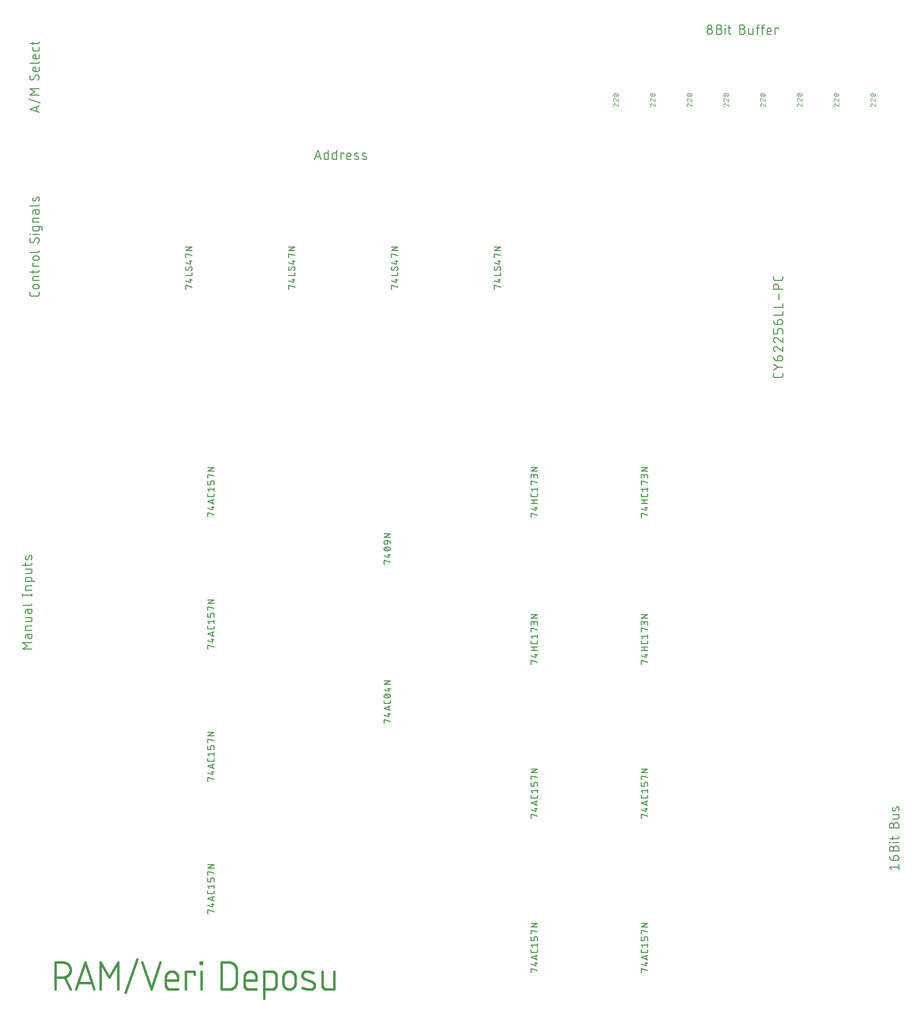
<source format=gbr>
G04 EAGLE Gerber RS-274X export*
G75*
%MOMM*%
%FSLAX34Y34*%
%LPD*%
%INSilkscreen Top*%
%IPPOS*%
%AMOC8*
5,1,8,0,0,1.08239X$1,22.5*%
G01*
%ADD10C,0.406400*%
%ADD11C,0.152400*%
%ADD12C,0.177800*%
%ADD13C,0.127000*%
%ADD14C,0.101600*%


D10*
X80772Y37592D02*
X80772Y84328D01*
X93754Y84328D01*
X94070Y84324D01*
X94386Y84313D01*
X94702Y84293D01*
X95017Y84266D01*
X95331Y84232D01*
X95644Y84190D01*
X95956Y84140D01*
X96267Y84082D01*
X96577Y84017D01*
X96884Y83945D01*
X97190Y83865D01*
X97494Y83778D01*
X97796Y83683D01*
X98095Y83581D01*
X98392Y83471D01*
X98685Y83355D01*
X98976Y83231D01*
X99264Y83101D01*
X99549Y82963D01*
X99830Y82818D01*
X100108Y82667D01*
X100381Y82509D01*
X100651Y82344D01*
X100917Y82173D01*
X101179Y81995D01*
X101436Y81811D01*
X101688Y81621D01*
X101936Y81425D01*
X102179Y81223D01*
X102417Y81015D01*
X102650Y80801D01*
X102878Y80581D01*
X103100Y80356D01*
X103316Y80126D01*
X103527Y79891D01*
X103733Y79650D01*
X103932Y79405D01*
X104125Y79155D01*
X104312Y78900D01*
X104493Y78640D01*
X104667Y78377D01*
X104835Y78109D01*
X104997Y77837D01*
X105151Y77561D01*
X105299Y77282D01*
X105441Y76999D01*
X105575Y76713D01*
X105702Y76423D01*
X105822Y76131D01*
X105935Y75836D01*
X106041Y75538D01*
X106139Y75237D01*
X106230Y74934D01*
X106314Y74630D01*
X106390Y74323D01*
X106459Y74014D01*
X106520Y73704D01*
X106574Y73392D01*
X106620Y73080D01*
X106658Y72766D01*
X106689Y72451D01*
X106712Y72136D01*
X106727Y71820D01*
X106735Y71504D01*
X106735Y71188D01*
X106727Y70872D01*
X106712Y70556D01*
X106689Y70241D01*
X106658Y69926D01*
X106620Y69612D01*
X106574Y69300D01*
X106520Y68988D01*
X106459Y68678D01*
X106390Y68369D01*
X106314Y68062D01*
X106230Y67758D01*
X106139Y67455D01*
X106041Y67154D01*
X105935Y66856D01*
X105822Y66561D01*
X105702Y66269D01*
X105575Y65979D01*
X105441Y65693D01*
X105299Y65410D01*
X105151Y65131D01*
X104997Y64855D01*
X104835Y64583D01*
X104667Y64315D01*
X104493Y64052D01*
X104312Y63792D01*
X104125Y63537D01*
X103932Y63287D01*
X103733Y63042D01*
X103527Y62801D01*
X103316Y62566D01*
X103100Y62336D01*
X102878Y62111D01*
X102650Y61891D01*
X102417Y61677D01*
X102179Y61469D01*
X101936Y61267D01*
X101688Y61071D01*
X101436Y60881D01*
X101179Y60697D01*
X100917Y60519D01*
X100651Y60348D01*
X100381Y60183D01*
X100108Y60025D01*
X99830Y59874D01*
X99549Y59729D01*
X99264Y59591D01*
X98976Y59461D01*
X98685Y59337D01*
X98392Y59221D01*
X98095Y59111D01*
X97796Y59009D01*
X97494Y58914D01*
X97190Y58827D01*
X96884Y58747D01*
X96577Y58675D01*
X96267Y58610D01*
X95956Y58552D01*
X95644Y58502D01*
X95331Y58460D01*
X95017Y58426D01*
X94702Y58399D01*
X94386Y58379D01*
X94070Y58368D01*
X93754Y58364D01*
X80772Y58364D01*
X96351Y58364D02*
X106736Y37592D01*
X116316Y37592D02*
X131895Y84328D01*
X147473Y37592D01*
X143579Y49276D02*
X120211Y49276D01*
X158226Y37592D02*
X158226Y84328D01*
X173805Y58364D01*
X189383Y84328D01*
X189383Y37592D01*
X201519Y32399D02*
X222290Y89521D01*
X230616Y84328D02*
X246195Y37592D01*
X261773Y84328D01*
X279158Y37592D02*
X292140Y37592D01*
X279158Y37592D02*
X278970Y37594D01*
X278782Y37601D01*
X278594Y37612D01*
X278406Y37628D01*
X278219Y37649D01*
X278033Y37674D01*
X277847Y37703D01*
X277662Y37737D01*
X277477Y37776D01*
X277294Y37818D01*
X277112Y37866D01*
X276931Y37917D01*
X276751Y37973D01*
X276573Y38034D01*
X276396Y38098D01*
X276221Y38167D01*
X276047Y38240D01*
X275876Y38317D01*
X275706Y38399D01*
X275538Y38484D01*
X275373Y38574D01*
X275209Y38667D01*
X275048Y38764D01*
X274890Y38866D01*
X274733Y38971D01*
X274580Y39080D01*
X274429Y39192D01*
X274281Y39308D01*
X274135Y39428D01*
X273993Y39551D01*
X273854Y39677D01*
X273717Y39807D01*
X273584Y39940D01*
X273454Y40077D01*
X273328Y40216D01*
X273205Y40358D01*
X273085Y40504D01*
X272969Y40652D01*
X272857Y40803D01*
X272748Y40956D01*
X272643Y41113D01*
X272541Y41271D01*
X272444Y41432D01*
X272351Y41596D01*
X272261Y41761D01*
X272176Y41929D01*
X272094Y42099D01*
X272017Y42270D01*
X271944Y42444D01*
X271875Y42619D01*
X271811Y42796D01*
X271750Y42974D01*
X271694Y43154D01*
X271643Y43335D01*
X271595Y43517D01*
X271553Y43700D01*
X271514Y43885D01*
X271480Y44070D01*
X271451Y44256D01*
X271426Y44442D01*
X271405Y44629D01*
X271389Y44817D01*
X271378Y45005D01*
X271371Y45193D01*
X271369Y45381D01*
X271369Y58364D01*
X271368Y58364D02*
X271371Y58617D01*
X271380Y58870D01*
X271396Y59122D01*
X271417Y59374D01*
X271445Y59626D01*
X271479Y59876D01*
X271519Y60126D01*
X271564Y60375D01*
X271616Y60622D01*
X271674Y60868D01*
X271738Y61113D01*
X271808Y61356D01*
X271884Y61597D01*
X271966Y61837D01*
X272053Y62074D01*
X272147Y62309D01*
X272245Y62542D01*
X272350Y62772D01*
X272460Y63000D01*
X272576Y63225D01*
X272697Y63447D01*
X272823Y63666D01*
X272955Y63882D01*
X273092Y64095D01*
X273234Y64304D01*
X273381Y64510D01*
X273534Y64712D01*
X273691Y64910D01*
X273852Y65104D01*
X274019Y65295D01*
X274190Y65481D01*
X274365Y65663D01*
X274545Y65841D01*
X274730Y66014D01*
X274918Y66183D01*
X275110Y66347D01*
X275307Y66507D01*
X275507Y66661D01*
X275711Y66811D01*
X275918Y66955D01*
X276129Y67095D01*
X276344Y67229D01*
X276561Y67359D01*
X276782Y67482D01*
X277005Y67601D01*
X277231Y67714D01*
X277460Y67821D01*
X277692Y67923D01*
X277926Y68019D01*
X278162Y68109D01*
X278401Y68194D01*
X278641Y68272D01*
X278883Y68345D01*
X279127Y68412D01*
X279372Y68473D01*
X279619Y68528D01*
X279868Y68577D01*
X280117Y68620D01*
X280367Y68657D01*
X280618Y68688D01*
X280870Y68712D01*
X281122Y68731D01*
X281375Y68743D01*
X281628Y68749D01*
X281880Y68749D01*
X282133Y68743D01*
X282386Y68731D01*
X282638Y68712D01*
X282890Y68688D01*
X283141Y68657D01*
X283391Y68620D01*
X283640Y68577D01*
X283889Y68528D01*
X284136Y68473D01*
X284381Y68412D01*
X284625Y68345D01*
X284867Y68272D01*
X285107Y68194D01*
X285346Y68109D01*
X285582Y68019D01*
X285816Y67923D01*
X286048Y67821D01*
X286277Y67714D01*
X286503Y67601D01*
X286726Y67482D01*
X286947Y67359D01*
X287164Y67229D01*
X287379Y67095D01*
X287590Y66955D01*
X287797Y66811D01*
X288001Y66661D01*
X288201Y66507D01*
X288398Y66347D01*
X288590Y66183D01*
X288778Y66014D01*
X288963Y65841D01*
X289143Y65663D01*
X289318Y65481D01*
X289489Y65295D01*
X289656Y65104D01*
X289817Y64910D01*
X289974Y64712D01*
X290127Y64510D01*
X290274Y64304D01*
X290416Y64095D01*
X290553Y63882D01*
X290685Y63666D01*
X290811Y63447D01*
X290932Y63225D01*
X291048Y63000D01*
X291158Y62772D01*
X291263Y62542D01*
X291361Y62309D01*
X291455Y62074D01*
X291542Y61837D01*
X291624Y61597D01*
X291700Y61356D01*
X291770Y61113D01*
X291834Y60868D01*
X291892Y60622D01*
X291944Y60375D01*
X291989Y60126D01*
X292029Y59876D01*
X292063Y59626D01*
X292091Y59374D01*
X292112Y59122D01*
X292128Y58870D01*
X292137Y58617D01*
X292140Y58364D01*
X292140Y53171D01*
X271369Y53171D01*
X305614Y68749D02*
X305614Y37592D01*
X305614Y68749D02*
X321192Y68749D01*
X321192Y63556D01*
X332554Y68749D02*
X332554Y37592D01*
X331256Y81732D02*
X331256Y84328D01*
X333853Y84328D01*
X333853Y81732D01*
X331256Y81732D01*
X367832Y84328D02*
X367832Y37592D01*
X367832Y84328D02*
X380814Y84328D01*
X381128Y84324D01*
X381441Y84313D01*
X381754Y84294D01*
X382067Y84267D01*
X382379Y84233D01*
X382690Y84192D01*
X383000Y84143D01*
X383308Y84086D01*
X383615Y84022D01*
X383921Y83951D01*
X384224Y83872D01*
X384526Y83786D01*
X384826Y83693D01*
X385123Y83592D01*
X385417Y83484D01*
X385709Y83370D01*
X385999Y83248D01*
X386285Y83119D01*
X386568Y82983D01*
X386847Y82841D01*
X387123Y82692D01*
X387395Y82536D01*
X387664Y82374D01*
X387928Y82205D01*
X388189Y82030D01*
X388445Y81849D01*
X388696Y81661D01*
X388943Y81468D01*
X389185Y81268D01*
X389423Y81063D01*
X389655Y80852D01*
X389882Y80636D01*
X390104Y80414D01*
X390320Y80187D01*
X390531Y79955D01*
X390736Y79717D01*
X390936Y79475D01*
X391129Y79228D01*
X391317Y78977D01*
X391498Y78721D01*
X391673Y78460D01*
X391842Y78196D01*
X392004Y77927D01*
X392160Y77655D01*
X392309Y77379D01*
X392451Y77099D01*
X392587Y76817D01*
X392716Y76531D01*
X392838Y76241D01*
X392952Y75949D01*
X393060Y75655D01*
X393161Y75358D01*
X393254Y75058D01*
X393340Y74756D01*
X393419Y74453D01*
X393490Y74147D01*
X393554Y73840D01*
X393611Y73532D01*
X393660Y73222D01*
X393701Y72911D01*
X393735Y72599D01*
X393762Y72286D01*
X393781Y71973D01*
X393792Y71660D01*
X393796Y71346D01*
X393797Y71346D02*
X393797Y50574D01*
X393796Y50574D02*
X393792Y50255D01*
X393780Y49937D01*
X393761Y49619D01*
X393733Y49302D01*
X393698Y48985D01*
X393655Y48669D01*
X393605Y48355D01*
X393547Y48041D01*
X393481Y47730D01*
X393407Y47420D01*
X393326Y47112D01*
X393237Y46806D01*
X393141Y46502D01*
X393037Y46201D01*
X392926Y45902D01*
X392808Y45606D01*
X392682Y45313D01*
X392550Y45023D01*
X392410Y44737D01*
X392263Y44454D01*
X392109Y44175D01*
X391949Y43900D01*
X391782Y43629D01*
X391608Y43362D01*
X391428Y43099D01*
X391241Y42841D01*
X391048Y42587D01*
X390849Y42338D01*
X390644Y42095D01*
X390433Y41856D01*
X390216Y41622D01*
X389994Y41394D01*
X389766Y41172D01*
X389532Y40955D01*
X389294Y40744D01*
X389050Y40539D01*
X388801Y40340D01*
X388547Y40147D01*
X388289Y39960D01*
X388026Y39780D01*
X387759Y39606D01*
X387488Y39439D01*
X387213Y39279D01*
X386934Y39125D01*
X386651Y38978D01*
X386365Y38838D01*
X386075Y38706D01*
X385782Y38580D01*
X385486Y38462D01*
X385188Y38351D01*
X384886Y38247D01*
X384582Y38151D01*
X384276Y38062D01*
X383968Y37981D01*
X383658Y37907D01*
X383347Y37841D01*
X383033Y37783D01*
X382719Y37733D01*
X382403Y37690D01*
X382086Y37655D01*
X381769Y37627D01*
X381451Y37608D01*
X381133Y37596D01*
X380814Y37592D01*
X367832Y37592D01*
X415048Y37592D02*
X428030Y37592D01*
X415048Y37592D02*
X414860Y37594D01*
X414672Y37601D01*
X414484Y37612D01*
X414296Y37628D01*
X414109Y37649D01*
X413923Y37674D01*
X413737Y37703D01*
X413552Y37737D01*
X413367Y37776D01*
X413184Y37818D01*
X413002Y37866D01*
X412821Y37917D01*
X412641Y37973D01*
X412463Y38034D01*
X412286Y38098D01*
X412111Y38167D01*
X411937Y38240D01*
X411766Y38317D01*
X411596Y38399D01*
X411428Y38484D01*
X411263Y38574D01*
X411099Y38667D01*
X410938Y38764D01*
X410780Y38866D01*
X410623Y38971D01*
X410470Y39080D01*
X410319Y39192D01*
X410171Y39308D01*
X410025Y39428D01*
X409883Y39551D01*
X409744Y39677D01*
X409607Y39807D01*
X409474Y39940D01*
X409344Y40077D01*
X409218Y40216D01*
X409095Y40358D01*
X408975Y40504D01*
X408859Y40652D01*
X408747Y40803D01*
X408638Y40956D01*
X408533Y41113D01*
X408431Y41271D01*
X408334Y41432D01*
X408241Y41596D01*
X408151Y41761D01*
X408066Y41929D01*
X407984Y42099D01*
X407907Y42270D01*
X407834Y42444D01*
X407765Y42619D01*
X407701Y42796D01*
X407640Y42974D01*
X407584Y43154D01*
X407533Y43335D01*
X407485Y43517D01*
X407443Y43700D01*
X407404Y43885D01*
X407370Y44070D01*
X407341Y44256D01*
X407316Y44442D01*
X407295Y44629D01*
X407279Y44817D01*
X407268Y45005D01*
X407261Y45193D01*
X407259Y45381D01*
X407259Y58364D01*
X407258Y58364D02*
X407261Y58617D01*
X407270Y58870D01*
X407286Y59122D01*
X407307Y59374D01*
X407335Y59626D01*
X407369Y59876D01*
X407409Y60126D01*
X407454Y60375D01*
X407506Y60622D01*
X407564Y60868D01*
X407628Y61113D01*
X407698Y61356D01*
X407774Y61597D01*
X407856Y61837D01*
X407943Y62074D01*
X408037Y62309D01*
X408135Y62542D01*
X408240Y62772D01*
X408350Y63000D01*
X408466Y63225D01*
X408587Y63447D01*
X408713Y63666D01*
X408845Y63882D01*
X408982Y64095D01*
X409124Y64304D01*
X409271Y64510D01*
X409424Y64712D01*
X409581Y64910D01*
X409742Y65104D01*
X409909Y65295D01*
X410080Y65481D01*
X410255Y65663D01*
X410435Y65841D01*
X410620Y66014D01*
X410808Y66183D01*
X411000Y66347D01*
X411197Y66507D01*
X411397Y66661D01*
X411601Y66811D01*
X411808Y66955D01*
X412019Y67095D01*
X412234Y67229D01*
X412451Y67359D01*
X412672Y67482D01*
X412895Y67601D01*
X413121Y67714D01*
X413350Y67821D01*
X413582Y67923D01*
X413816Y68019D01*
X414052Y68109D01*
X414291Y68194D01*
X414531Y68272D01*
X414773Y68345D01*
X415017Y68412D01*
X415262Y68473D01*
X415509Y68528D01*
X415758Y68577D01*
X416007Y68620D01*
X416257Y68657D01*
X416508Y68688D01*
X416760Y68712D01*
X417012Y68731D01*
X417265Y68743D01*
X417518Y68749D01*
X417770Y68749D01*
X418023Y68743D01*
X418276Y68731D01*
X418528Y68712D01*
X418780Y68688D01*
X419031Y68657D01*
X419281Y68620D01*
X419530Y68577D01*
X419779Y68528D01*
X420026Y68473D01*
X420271Y68412D01*
X420515Y68345D01*
X420757Y68272D01*
X420997Y68194D01*
X421236Y68109D01*
X421472Y68019D01*
X421706Y67923D01*
X421938Y67821D01*
X422167Y67714D01*
X422393Y67601D01*
X422616Y67482D01*
X422837Y67359D01*
X423054Y67229D01*
X423269Y67095D01*
X423480Y66955D01*
X423687Y66811D01*
X423891Y66661D01*
X424091Y66507D01*
X424288Y66347D01*
X424480Y66183D01*
X424668Y66014D01*
X424853Y65841D01*
X425033Y65663D01*
X425208Y65481D01*
X425379Y65295D01*
X425546Y65104D01*
X425707Y64910D01*
X425864Y64712D01*
X426017Y64510D01*
X426164Y64304D01*
X426306Y64095D01*
X426443Y63882D01*
X426575Y63666D01*
X426701Y63447D01*
X426822Y63225D01*
X426938Y63000D01*
X427048Y62772D01*
X427153Y62542D01*
X427251Y62309D01*
X427345Y62074D01*
X427432Y61837D01*
X427514Y61597D01*
X427590Y61356D01*
X427660Y61113D01*
X427724Y60868D01*
X427782Y60622D01*
X427834Y60375D01*
X427879Y60126D01*
X427919Y59876D01*
X427953Y59626D01*
X427981Y59374D01*
X428002Y59122D01*
X428018Y58870D01*
X428027Y58617D01*
X428030Y58364D01*
X428030Y53171D01*
X407259Y53171D01*
X441516Y68749D02*
X441516Y22013D01*
X441516Y68749D02*
X454499Y68749D01*
X454687Y68747D01*
X454875Y68740D01*
X455063Y68729D01*
X455251Y68713D01*
X455438Y68692D01*
X455624Y68667D01*
X455810Y68638D01*
X455995Y68604D01*
X456180Y68565D01*
X456363Y68523D01*
X456545Y68475D01*
X456726Y68424D01*
X456906Y68368D01*
X457084Y68307D01*
X457261Y68243D01*
X457436Y68174D01*
X457610Y68101D01*
X457781Y68024D01*
X457951Y67942D01*
X458119Y67857D01*
X458284Y67767D01*
X458448Y67674D01*
X458609Y67577D01*
X458767Y67475D01*
X458924Y67370D01*
X459077Y67261D01*
X459228Y67149D01*
X459376Y67033D01*
X459522Y66913D01*
X459664Y66790D01*
X459803Y66664D01*
X459940Y66534D01*
X460073Y66401D01*
X460203Y66264D01*
X460329Y66125D01*
X460452Y65983D01*
X460572Y65837D01*
X460688Y65689D01*
X460800Y65538D01*
X460909Y65385D01*
X461014Y65228D01*
X461116Y65070D01*
X461213Y64909D01*
X461306Y64745D01*
X461396Y64580D01*
X461481Y64412D01*
X461563Y64242D01*
X461640Y64071D01*
X461713Y63897D01*
X461782Y63722D01*
X461846Y63545D01*
X461907Y63367D01*
X461963Y63187D01*
X462014Y63006D01*
X462062Y62824D01*
X462104Y62641D01*
X462143Y62456D01*
X462177Y62271D01*
X462206Y62085D01*
X462231Y61899D01*
X462252Y61712D01*
X462268Y61524D01*
X462279Y61336D01*
X462286Y61148D01*
X462288Y60960D01*
X462288Y45381D01*
X462286Y45193D01*
X462279Y45005D01*
X462268Y44817D01*
X462252Y44629D01*
X462231Y44442D01*
X462206Y44256D01*
X462177Y44070D01*
X462143Y43885D01*
X462104Y43700D01*
X462062Y43517D01*
X462014Y43335D01*
X461963Y43154D01*
X461907Y42974D01*
X461846Y42796D01*
X461782Y42619D01*
X461713Y42444D01*
X461640Y42270D01*
X461563Y42099D01*
X461481Y41929D01*
X461396Y41761D01*
X461306Y41596D01*
X461213Y41432D01*
X461116Y41271D01*
X461014Y41113D01*
X460909Y40956D01*
X460800Y40803D01*
X460688Y40652D01*
X460572Y40504D01*
X460452Y40358D01*
X460329Y40216D01*
X460203Y40077D01*
X460073Y39940D01*
X459940Y39807D01*
X459803Y39677D01*
X459664Y39551D01*
X459522Y39428D01*
X459376Y39308D01*
X459228Y39192D01*
X459077Y39080D01*
X458924Y38971D01*
X458767Y38866D01*
X458609Y38764D01*
X458448Y38667D01*
X458284Y38574D01*
X458119Y38484D01*
X457951Y38399D01*
X457781Y38317D01*
X457610Y38240D01*
X457436Y38167D01*
X457261Y38098D01*
X457084Y38034D01*
X456906Y37973D01*
X456726Y37917D01*
X456545Y37866D01*
X456363Y37818D01*
X456180Y37776D01*
X455995Y37737D01*
X455810Y37703D01*
X455624Y37674D01*
X455438Y37649D01*
X455251Y37628D01*
X455063Y37612D01*
X454875Y37601D01*
X454687Y37594D01*
X454499Y37592D01*
X441516Y37592D01*
X474569Y47978D02*
X474569Y58364D01*
X474568Y58364D02*
X474571Y58617D01*
X474580Y58870D01*
X474596Y59122D01*
X474617Y59374D01*
X474645Y59626D01*
X474679Y59876D01*
X474719Y60126D01*
X474764Y60375D01*
X474816Y60622D01*
X474874Y60868D01*
X474938Y61113D01*
X475008Y61356D01*
X475084Y61597D01*
X475166Y61837D01*
X475253Y62074D01*
X475347Y62309D01*
X475445Y62542D01*
X475550Y62772D01*
X475660Y63000D01*
X475776Y63225D01*
X475897Y63447D01*
X476023Y63666D01*
X476155Y63882D01*
X476292Y64095D01*
X476434Y64304D01*
X476581Y64510D01*
X476734Y64712D01*
X476891Y64910D01*
X477052Y65104D01*
X477219Y65295D01*
X477390Y65481D01*
X477565Y65663D01*
X477745Y65841D01*
X477930Y66014D01*
X478118Y66183D01*
X478310Y66347D01*
X478507Y66507D01*
X478707Y66661D01*
X478911Y66811D01*
X479118Y66955D01*
X479329Y67095D01*
X479544Y67229D01*
X479761Y67359D01*
X479982Y67482D01*
X480205Y67601D01*
X480431Y67714D01*
X480660Y67821D01*
X480892Y67923D01*
X481126Y68019D01*
X481362Y68109D01*
X481601Y68194D01*
X481841Y68272D01*
X482083Y68345D01*
X482327Y68412D01*
X482572Y68473D01*
X482819Y68528D01*
X483068Y68577D01*
X483317Y68620D01*
X483567Y68657D01*
X483818Y68688D01*
X484070Y68712D01*
X484322Y68731D01*
X484575Y68743D01*
X484828Y68749D01*
X485080Y68749D01*
X485333Y68743D01*
X485586Y68731D01*
X485838Y68712D01*
X486090Y68688D01*
X486341Y68657D01*
X486591Y68620D01*
X486840Y68577D01*
X487089Y68528D01*
X487336Y68473D01*
X487581Y68412D01*
X487825Y68345D01*
X488067Y68272D01*
X488307Y68194D01*
X488546Y68109D01*
X488782Y68019D01*
X489016Y67923D01*
X489248Y67821D01*
X489477Y67714D01*
X489703Y67601D01*
X489926Y67482D01*
X490147Y67359D01*
X490364Y67229D01*
X490579Y67095D01*
X490790Y66955D01*
X490997Y66811D01*
X491201Y66661D01*
X491401Y66507D01*
X491598Y66347D01*
X491790Y66183D01*
X491978Y66014D01*
X492163Y65841D01*
X492343Y65663D01*
X492518Y65481D01*
X492689Y65295D01*
X492856Y65104D01*
X493017Y64910D01*
X493174Y64712D01*
X493327Y64510D01*
X493474Y64304D01*
X493616Y64095D01*
X493753Y63882D01*
X493885Y63666D01*
X494011Y63447D01*
X494132Y63225D01*
X494248Y63000D01*
X494358Y62772D01*
X494463Y62542D01*
X494561Y62309D01*
X494655Y62074D01*
X494742Y61837D01*
X494824Y61597D01*
X494900Y61356D01*
X494970Y61113D01*
X495034Y60868D01*
X495092Y60622D01*
X495144Y60375D01*
X495189Y60126D01*
X495229Y59876D01*
X495263Y59626D01*
X495291Y59374D01*
X495312Y59122D01*
X495328Y58870D01*
X495337Y58617D01*
X495340Y58364D01*
X495340Y47978D01*
X495337Y47725D01*
X495328Y47472D01*
X495312Y47220D01*
X495291Y46968D01*
X495263Y46716D01*
X495229Y46466D01*
X495189Y46216D01*
X495144Y45967D01*
X495092Y45720D01*
X495034Y45474D01*
X494970Y45229D01*
X494900Y44986D01*
X494824Y44745D01*
X494742Y44505D01*
X494655Y44268D01*
X494561Y44033D01*
X494463Y43800D01*
X494358Y43570D01*
X494248Y43342D01*
X494132Y43117D01*
X494011Y42895D01*
X493885Y42676D01*
X493753Y42460D01*
X493616Y42247D01*
X493474Y42038D01*
X493327Y41832D01*
X493174Y41630D01*
X493017Y41432D01*
X492856Y41238D01*
X492689Y41047D01*
X492518Y40861D01*
X492343Y40679D01*
X492163Y40501D01*
X491978Y40328D01*
X491790Y40159D01*
X491598Y39995D01*
X491401Y39835D01*
X491201Y39681D01*
X490997Y39531D01*
X490790Y39387D01*
X490579Y39247D01*
X490364Y39113D01*
X490147Y38983D01*
X489926Y38860D01*
X489703Y38741D01*
X489477Y38628D01*
X489248Y38521D01*
X489016Y38419D01*
X488782Y38323D01*
X488546Y38233D01*
X488307Y38148D01*
X488067Y38070D01*
X487825Y37997D01*
X487581Y37930D01*
X487336Y37869D01*
X487089Y37814D01*
X486840Y37765D01*
X486591Y37722D01*
X486341Y37685D01*
X486090Y37654D01*
X485838Y37630D01*
X485586Y37611D01*
X485333Y37599D01*
X485080Y37593D01*
X484828Y37593D01*
X484575Y37599D01*
X484322Y37611D01*
X484070Y37630D01*
X483818Y37654D01*
X483567Y37685D01*
X483317Y37722D01*
X483068Y37765D01*
X482819Y37814D01*
X482572Y37869D01*
X482327Y37930D01*
X482083Y37997D01*
X481841Y38070D01*
X481601Y38148D01*
X481362Y38233D01*
X481126Y38323D01*
X480892Y38419D01*
X480660Y38521D01*
X480431Y38628D01*
X480205Y38741D01*
X479982Y38860D01*
X479761Y38983D01*
X479544Y39113D01*
X479329Y39247D01*
X479118Y39387D01*
X478911Y39531D01*
X478707Y39681D01*
X478507Y39835D01*
X478310Y39995D01*
X478118Y40159D01*
X477930Y40328D01*
X477745Y40501D01*
X477565Y40679D01*
X477390Y40861D01*
X477219Y41047D01*
X477052Y41238D01*
X476891Y41432D01*
X476734Y41630D01*
X476581Y41832D01*
X476434Y42038D01*
X476292Y42247D01*
X476155Y42460D01*
X476023Y42676D01*
X475897Y42895D01*
X475776Y43117D01*
X475660Y43342D01*
X475550Y43570D01*
X475445Y43800D01*
X475347Y44033D01*
X475253Y44268D01*
X475166Y44505D01*
X475084Y44745D01*
X475008Y44986D01*
X474938Y45229D01*
X474874Y45474D01*
X474816Y45720D01*
X474764Y45967D01*
X474719Y46216D01*
X474679Y46466D01*
X474645Y46716D01*
X474617Y46968D01*
X474596Y47220D01*
X474580Y47472D01*
X474571Y47725D01*
X474568Y47978D01*
X511483Y55767D02*
X524465Y50574D01*
X511484Y55767D02*
X511332Y55830D01*
X511183Y55897D01*
X511034Y55967D01*
X510888Y56040D01*
X510743Y56117D01*
X510601Y56198D01*
X510460Y56282D01*
X510321Y56370D01*
X510185Y56460D01*
X510051Y56555D01*
X509919Y56652D01*
X509790Y56752D01*
X509663Y56856D01*
X509538Y56963D01*
X509416Y57073D01*
X509297Y57185D01*
X509181Y57301D01*
X509068Y57419D01*
X508957Y57540D01*
X508850Y57664D01*
X508745Y57790D01*
X508644Y57919D01*
X508546Y58050D01*
X508451Y58184D01*
X508359Y58319D01*
X508271Y58457D01*
X508186Y58598D01*
X508104Y58740D01*
X508026Y58884D01*
X507952Y59030D01*
X507881Y59178D01*
X507813Y59327D01*
X507750Y59478D01*
X507690Y59630D01*
X507633Y59784D01*
X507581Y59940D01*
X507532Y60096D01*
X507487Y60254D01*
X507446Y60412D01*
X507409Y60572D01*
X507376Y60733D01*
X507347Y60894D01*
X507321Y61056D01*
X507300Y61218D01*
X507282Y61381D01*
X507269Y61544D01*
X507259Y61708D01*
X507254Y61872D01*
X507252Y62036D01*
X507254Y62200D01*
X507261Y62363D01*
X507271Y62527D01*
X507286Y62690D01*
X507304Y62853D01*
X507326Y63015D01*
X507353Y63177D01*
X507383Y63338D01*
X507417Y63499D01*
X507455Y63658D01*
X507497Y63816D01*
X507542Y63974D01*
X507592Y64130D01*
X507645Y64285D01*
X507702Y64439D01*
X507763Y64591D01*
X507828Y64742D01*
X507896Y64891D01*
X507967Y65038D01*
X508043Y65184D01*
X508121Y65327D01*
X508204Y65469D01*
X508290Y65609D01*
X508379Y65746D01*
X508471Y65882D01*
X508567Y66015D01*
X508666Y66145D01*
X508768Y66274D01*
X508873Y66399D01*
X508981Y66522D01*
X509092Y66643D01*
X509206Y66761D01*
X509323Y66875D01*
X509443Y66987D01*
X509565Y67097D01*
X509690Y67203D01*
X509817Y67306D01*
X509947Y67405D01*
X510080Y67502D01*
X510214Y67596D01*
X510351Y67686D01*
X510490Y67772D01*
X510631Y67856D01*
X510774Y67936D01*
X510919Y68012D01*
X511066Y68085D01*
X511215Y68154D01*
X511365Y68220D01*
X511517Y68282D01*
X511670Y68340D01*
X511825Y68394D01*
X511980Y68445D01*
X512137Y68492D01*
X512296Y68535D01*
X512455Y68574D01*
X512615Y68609D01*
X512776Y68641D01*
X512937Y68668D01*
X513099Y68692D01*
X513262Y68711D01*
X513425Y68727D01*
X513589Y68738D01*
X513752Y68746D01*
X513916Y68750D01*
X514080Y68749D01*
X514789Y68730D01*
X515497Y68695D01*
X516204Y68642D01*
X516909Y68572D01*
X517613Y68486D01*
X518314Y68382D01*
X519013Y68262D01*
X519709Y68125D01*
X520401Y67971D01*
X521089Y67801D01*
X521773Y67614D01*
X522452Y67410D01*
X523126Y67191D01*
X523795Y66955D01*
X524458Y66703D01*
X525114Y66436D01*
X525764Y66153D01*
X524465Y50575D02*
X524617Y50512D01*
X524766Y50445D01*
X524915Y50375D01*
X525061Y50302D01*
X525206Y50225D01*
X525348Y50144D01*
X525489Y50060D01*
X525628Y49972D01*
X525764Y49882D01*
X525898Y49788D01*
X526030Y49690D01*
X526159Y49590D01*
X526286Y49486D01*
X526411Y49379D01*
X526532Y49269D01*
X526652Y49157D01*
X526768Y49041D01*
X526881Y48923D01*
X526992Y48802D01*
X527099Y48678D01*
X527204Y48552D01*
X527305Y48423D01*
X527403Y48292D01*
X527498Y48158D01*
X527590Y48023D01*
X527678Y47885D01*
X527763Y47744D01*
X527845Y47602D01*
X527923Y47458D01*
X527997Y47312D01*
X528068Y47165D01*
X528136Y47015D01*
X528199Y46864D01*
X528259Y46712D01*
X528316Y46558D01*
X528368Y46402D01*
X528417Y46246D01*
X528462Y46088D01*
X528503Y45930D01*
X528540Y45770D01*
X528573Y45609D01*
X528602Y45448D01*
X528628Y45286D01*
X528649Y45124D01*
X528667Y44961D01*
X528680Y44798D01*
X528690Y44634D01*
X528695Y44470D01*
X528697Y44306D01*
X528695Y44142D01*
X528688Y43979D01*
X528678Y43815D01*
X528663Y43652D01*
X528645Y43489D01*
X528623Y43327D01*
X528596Y43165D01*
X528566Y43004D01*
X528532Y42843D01*
X528494Y42684D01*
X528452Y42526D01*
X528407Y42368D01*
X528357Y42212D01*
X528304Y42057D01*
X528247Y41903D01*
X528186Y41751D01*
X528121Y41600D01*
X528053Y41451D01*
X527982Y41304D01*
X527906Y41158D01*
X527828Y41015D01*
X527745Y40873D01*
X527659Y40733D01*
X527570Y40596D01*
X527478Y40460D01*
X527382Y40327D01*
X527283Y40197D01*
X527181Y40068D01*
X527076Y39943D01*
X526968Y39820D01*
X526857Y39699D01*
X526743Y39581D01*
X526626Y39467D01*
X526506Y39355D01*
X526384Y39245D01*
X526259Y39139D01*
X526132Y39036D01*
X526002Y38937D01*
X525869Y38840D01*
X525735Y38746D01*
X525598Y38656D01*
X525459Y38570D01*
X525318Y38486D01*
X525175Y38406D01*
X525030Y38330D01*
X524883Y38257D01*
X524734Y38188D01*
X524584Y38122D01*
X524432Y38060D01*
X524279Y38002D01*
X524124Y37948D01*
X523969Y37897D01*
X523812Y37850D01*
X523653Y37807D01*
X523494Y37768D01*
X523334Y37733D01*
X523173Y37701D01*
X523012Y37674D01*
X522850Y37650D01*
X522687Y37631D01*
X522524Y37615D01*
X522360Y37604D01*
X522197Y37596D01*
X522033Y37592D01*
X521869Y37593D01*
X521869Y37592D02*
X520828Y37620D01*
X519788Y37671D01*
X518749Y37748D01*
X517713Y37849D01*
X516679Y37974D01*
X515648Y38124D01*
X514621Y38298D01*
X513599Y38497D01*
X512581Y38719D01*
X511569Y38966D01*
X510564Y39236D01*
X509565Y39530D01*
X508573Y39848D01*
X507589Y40189D01*
X541879Y45381D02*
X541879Y68749D01*
X541879Y45381D02*
X541881Y45193D01*
X541888Y45005D01*
X541899Y44817D01*
X541915Y44629D01*
X541936Y44442D01*
X541961Y44256D01*
X541990Y44070D01*
X542024Y43885D01*
X542063Y43700D01*
X542105Y43517D01*
X542153Y43335D01*
X542204Y43154D01*
X542260Y42974D01*
X542321Y42796D01*
X542385Y42619D01*
X542454Y42444D01*
X542527Y42270D01*
X542604Y42099D01*
X542686Y41929D01*
X542771Y41761D01*
X542861Y41596D01*
X542954Y41432D01*
X543051Y41271D01*
X543153Y41113D01*
X543258Y40956D01*
X543367Y40803D01*
X543479Y40652D01*
X543595Y40504D01*
X543715Y40358D01*
X543838Y40216D01*
X543964Y40077D01*
X544094Y39940D01*
X544227Y39807D01*
X544364Y39677D01*
X544503Y39551D01*
X544645Y39428D01*
X544791Y39308D01*
X544939Y39192D01*
X545090Y39080D01*
X545243Y38971D01*
X545400Y38866D01*
X545558Y38764D01*
X545719Y38667D01*
X545883Y38574D01*
X546048Y38484D01*
X546216Y38399D01*
X546386Y38317D01*
X546557Y38240D01*
X546731Y38167D01*
X546906Y38098D01*
X547083Y38034D01*
X547261Y37973D01*
X547441Y37917D01*
X547622Y37866D01*
X547804Y37818D01*
X547987Y37776D01*
X548172Y37737D01*
X548357Y37703D01*
X548543Y37674D01*
X548729Y37649D01*
X548916Y37628D01*
X549104Y37612D01*
X549292Y37601D01*
X549480Y37594D01*
X549668Y37592D01*
X562650Y37592D01*
X562650Y68749D01*
D11*
X39878Y625602D02*
X23622Y625602D01*
X32653Y631021D01*
X23622Y636439D01*
X39878Y636439D01*
X33556Y646648D02*
X33556Y650712D01*
X33556Y646648D02*
X33558Y646536D01*
X33564Y646425D01*
X33574Y646314D01*
X33587Y646203D01*
X33605Y646093D01*
X33627Y645984D01*
X33652Y645875D01*
X33681Y645767D01*
X33714Y645661D01*
X33751Y645555D01*
X33791Y645451D01*
X33835Y645349D01*
X33883Y645248D01*
X33934Y645149D01*
X33989Y645051D01*
X34047Y644956D01*
X34108Y644863D01*
X34173Y644772D01*
X34241Y644683D01*
X34312Y644597D01*
X34385Y644514D01*
X34462Y644433D01*
X34542Y644354D01*
X34624Y644279D01*
X34709Y644207D01*
X34796Y644137D01*
X34886Y644071D01*
X34978Y644008D01*
X35073Y643948D01*
X35169Y643892D01*
X35267Y643839D01*
X35367Y643790D01*
X35469Y643744D01*
X35572Y643702D01*
X35677Y643663D01*
X35783Y643628D01*
X35890Y643597D01*
X35998Y643570D01*
X36107Y643546D01*
X36217Y643527D01*
X36327Y643511D01*
X36438Y643499D01*
X36550Y643491D01*
X36661Y643487D01*
X36773Y643487D01*
X36884Y643491D01*
X36996Y643499D01*
X37107Y643511D01*
X37217Y643527D01*
X37327Y643546D01*
X37436Y643570D01*
X37544Y643597D01*
X37651Y643628D01*
X37757Y643663D01*
X37862Y643702D01*
X37965Y643744D01*
X38067Y643790D01*
X38167Y643839D01*
X38265Y643892D01*
X38361Y643948D01*
X38456Y644008D01*
X38548Y644071D01*
X38638Y644137D01*
X38725Y644207D01*
X38810Y644279D01*
X38892Y644354D01*
X38972Y644433D01*
X39049Y644514D01*
X39122Y644597D01*
X39193Y644683D01*
X39261Y644772D01*
X39326Y644863D01*
X39387Y644956D01*
X39445Y645051D01*
X39500Y645149D01*
X39551Y645248D01*
X39599Y645349D01*
X39643Y645451D01*
X39683Y645555D01*
X39720Y645661D01*
X39753Y645767D01*
X39782Y645875D01*
X39807Y645984D01*
X39829Y646093D01*
X39847Y646203D01*
X39860Y646314D01*
X39870Y646425D01*
X39876Y646536D01*
X39878Y646648D01*
X39878Y650712D01*
X31750Y650712D01*
X31649Y650710D01*
X31548Y650704D01*
X31447Y650695D01*
X31346Y650682D01*
X31246Y650665D01*
X31147Y650644D01*
X31049Y650620D01*
X30952Y650592D01*
X30855Y650560D01*
X30760Y650525D01*
X30667Y650486D01*
X30575Y650444D01*
X30484Y650398D01*
X30396Y650349D01*
X30309Y650297D01*
X30224Y650241D01*
X30141Y650183D01*
X30061Y650121D01*
X29983Y650056D01*
X29907Y649989D01*
X29834Y649919D01*
X29764Y649846D01*
X29697Y649770D01*
X29632Y649692D01*
X29570Y649612D01*
X29512Y649529D01*
X29456Y649444D01*
X29404Y649358D01*
X29355Y649269D01*
X29309Y649178D01*
X29267Y649086D01*
X29228Y648993D01*
X29193Y648898D01*
X29161Y648801D01*
X29133Y648704D01*
X29109Y648606D01*
X29088Y648507D01*
X29071Y648407D01*
X29058Y648306D01*
X29049Y648205D01*
X29043Y648104D01*
X29041Y648003D01*
X29041Y644390D01*
X29041Y658150D02*
X39878Y658150D01*
X29041Y658150D02*
X29041Y662665D01*
X29043Y662769D01*
X29049Y662872D01*
X29059Y662976D01*
X29073Y663079D01*
X29091Y663181D01*
X29112Y663282D01*
X29138Y663383D01*
X29167Y663482D01*
X29200Y663581D01*
X29237Y663678D01*
X29278Y663773D01*
X29322Y663867D01*
X29370Y663959D01*
X29421Y664049D01*
X29476Y664138D01*
X29534Y664224D01*
X29596Y664307D01*
X29660Y664389D01*
X29728Y664467D01*
X29798Y664543D01*
X29871Y664617D01*
X29948Y664687D01*
X30026Y664755D01*
X30108Y664819D01*
X30191Y664881D01*
X30277Y664939D01*
X30366Y664994D01*
X30456Y665045D01*
X30548Y665093D01*
X30642Y665137D01*
X30737Y665178D01*
X30834Y665215D01*
X30933Y665248D01*
X31032Y665277D01*
X31133Y665303D01*
X31234Y665324D01*
X31336Y665342D01*
X31439Y665356D01*
X31543Y665366D01*
X31646Y665372D01*
X31750Y665374D01*
X31750Y665375D02*
X39878Y665375D01*
X37169Y672739D02*
X29041Y672739D01*
X37169Y672739D02*
X37270Y672741D01*
X37371Y672747D01*
X37472Y672756D01*
X37573Y672769D01*
X37673Y672786D01*
X37772Y672807D01*
X37870Y672831D01*
X37967Y672859D01*
X38064Y672891D01*
X38159Y672926D01*
X38252Y672965D01*
X38344Y673007D01*
X38435Y673053D01*
X38523Y673102D01*
X38610Y673154D01*
X38695Y673210D01*
X38778Y673268D01*
X38858Y673330D01*
X38936Y673395D01*
X39012Y673462D01*
X39085Y673532D01*
X39155Y673605D01*
X39222Y673681D01*
X39287Y673759D01*
X39349Y673839D01*
X39407Y673922D01*
X39463Y674007D01*
X39515Y674094D01*
X39564Y674182D01*
X39610Y674273D01*
X39652Y674365D01*
X39691Y674458D01*
X39726Y674553D01*
X39758Y674650D01*
X39786Y674747D01*
X39810Y674845D01*
X39831Y674944D01*
X39848Y675044D01*
X39861Y675145D01*
X39870Y675246D01*
X39876Y675347D01*
X39878Y675448D01*
X39878Y679964D01*
X29041Y679964D01*
X33556Y689894D02*
X33556Y693958D01*
X33556Y689894D02*
X33558Y689782D01*
X33564Y689671D01*
X33574Y689560D01*
X33587Y689449D01*
X33605Y689339D01*
X33627Y689230D01*
X33652Y689121D01*
X33681Y689013D01*
X33714Y688907D01*
X33751Y688801D01*
X33791Y688697D01*
X33835Y688595D01*
X33883Y688494D01*
X33934Y688395D01*
X33989Y688297D01*
X34047Y688202D01*
X34108Y688109D01*
X34173Y688018D01*
X34241Y687929D01*
X34312Y687843D01*
X34385Y687760D01*
X34462Y687679D01*
X34542Y687600D01*
X34624Y687525D01*
X34709Y687453D01*
X34796Y687383D01*
X34886Y687317D01*
X34978Y687254D01*
X35073Y687194D01*
X35169Y687138D01*
X35267Y687085D01*
X35367Y687036D01*
X35469Y686990D01*
X35572Y686948D01*
X35677Y686909D01*
X35783Y686874D01*
X35890Y686843D01*
X35998Y686816D01*
X36107Y686792D01*
X36217Y686773D01*
X36327Y686757D01*
X36438Y686745D01*
X36550Y686737D01*
X36661Y686733D01*
X36773Y686733D01*
X36884Y686737D01*
X36996Y686745D01*
X37107Y686757D01*
X37217Y686773D01*
X37327Y686792D01*
X37436Y686816D01*
X37544Y686843D01*
X37651Y686874D01*
X37757Y686909D01*
X37862Y686948D01*
X37965Y686990D01*
X38067Y687036D01*
X38167Y687085D01*
X38265Y687138D01*
X38361Y687194D01*
X38456Y687254D01*
X38548Y687317D01*
X38638Y687383D01*
X38725Y687453D01*
X38810Y687525D01*
X38892Y687600D01*
X38972Y687679D01*
X39049Y687760D01*
X39122Y687843D01*
X39193Y687929D01*
X39261Y688018D01*
X39326Y688109D01*
X39387Y688202D01*
X39445Y688297D01*
X39500Y688395D01*
X39551Y688494D01*
X39599Y688595D01*
X39643Y688697D01*
X39683Y688801D01*
X39720Y688907D01*
X39753Y689013D01*
X39782Y689121D01*
X39807Y689230D01*
X39829Y689339D01*
X39847Y689449D01*
X39860Y689560D01*
X39870Y689671D01*
X39876Y689782D01*
X39878Y689894D01*
X39878Y693958D01*
X31750Y693958D01*
X31649Y693956D01*
X31548Y693950D01*
X31447Y693941D01*
X31346Y693928D01*
X31246Y693911D01*
X31147Y693890D01*
X31049Y693866D01*
X30952Y693838D01*
X30855Y693806D01*
X30760Y693771D01*
X30667Y693732D01*
X30575Y693690D01*
X30484Y693644D01*
X30396Y693595D01*
X30309Y693543D01*
X30224Y693487D01*
X30141Y693429D01*
X30061Y693367D01*
X29983Y693302D01*
X29907Y693235D01*
X29834Y693165D01*
X29764Y693092D01*
X29697Y693016D01*
X29632Y692938D01*
X29570Y692858D01*
X29512Y692775D01*
X29456Y692690D01*
X29404Y692604D01*
X29355Y692515D01*
X29309Y692424D01*
X29267Y692332D01*
X29228Y692239D01*
X29193Y692144D01*
X29161Y692047D01*
X29133Y691950D01*
X29109Y691852D01*
X29088Y691753D01*
X29071Y691653D01*
X29058Y691552D01*
X29049Y691451D01*
X29043Y691350D01*
X29041Y691249D01*
X29041Y687637D01*
X23622Y701112D02*
X37169Y701112D01*
X37270Y701114D01*
X37371Y701120D01*
X37472Y701129D01*
X37573Y701142D01*
X37673Y701159D01*
X37772Y701180D01*
X37870Y701204D01*
X37967Y701232D01*
X38064Y701264D01*
X38159Y701299D01*
X38252Y701338D01*
X38344Y701380D01*
X38435Y701426D01*
X38523Y701475D01*
X38610Y701527D01*
X38695Y701583D01*
X38778Y701641D01*
X38858Y701703D01*
X38936Y701768D01*
X39012Y701835D01*
X39085Y701905D01*
X39155Y701978D01*
X39222Y702054D01*
X39287Y702132D01*
X39349Y702212D01*
X39407Y702295D01*
X39463Y702380D01*
X39515Y702467D01*
X39564Y702555D01*
X39610Y702646D01*
X39652Y702738D01*
X39691Y702831D01*
X39726Y702926D01*
X39758Y703023D01*
X39786Y703120D01*
X39810Y703218D01*
X39831Y703317D01*
X39848Y703417D01*
X39861Y703518D01*
X39870Y703619D01*
X39876Y703720D01*
X39878Y703821D01*
X39878Y719076D02*
X23622Y719076D01*
X39878Y717270D02*
X39878Y720883D01*
X23622Y720883D02*
X23622Y717270D01*
X29041Y727448D02*
X39878Y727448D01*
X29041Y727448D02*
X29041Y731963D01*
X29043Y732067D01*
X29049Y732170D01*
X29059Y732274D01*
X29073Y732377D01*
X29091Y732479D01*
X29112Y732580D01*
X29138Y732681D01*
X29167Y732780D01*
X29200Y732879D01*
X29237Y732976D01*
X29278Y733071D01*
X29322Y733165D01*
X29370Y733257D01*
X29421Y733347D01*
X29476Y733436D01*
X29534Y733522D01*
X29596Y733605D01*
X29660Y733687D01*
X29728Y733765D01*
X29798Y733841D01*
X29871Y733915D01*
X29948Y733985D01*
X30026Y734053D01*
X30108Y734117D01*
X30191Y734179D01*
X30277Y734237D01*
X30366Y734292D01*
X30456Y734343D01*
X30548Y734391D01*
X30642Y734435D01*
X30737Y734476D01*
X30834Y734513D01*
X30933Y734546D01*
X31032Y734575D01*
X31133Y734601D01*
X31234Y734622D01*
X31336Y734640D01*
X31439Y734654D01*
X31543Y734664D01*
X31646Y734670D01*
X31750Y734672D01*
X31750Y734673D02*
X39878Y734673D01*
X45297Y742110D02*
X29041Y742110D01*
X29041Y746626D01*
X29043Y746730D01*
X29049Y746833D01*
X29059Y746937D01*
X29073Y747040D01*
X29091Y747142D01*
X29112Y747243D01*
X29138Y747344D01*
X29167Y747443D01*
X29200Y747542D01*
X29237Y747639D01*
X29278Y747734D01*
X29322Y747828D01*
X29370Y747920D01*
X29421Y748010D01*
X29476Y748099D01*
X29534Y748185D01*
X29596Y748268D01*
X29660Y748350D01*
X29728Y748428D01*
X29798Y748504D01*
X29871Y748578D01*
X29948Y748648D01*
X30026Y748716D01*
X30108Y748780D01*
X30191Y748842D01*
X30277Y748900D01*
X30366Y748955D01*
X30456Y749006D01*
X30548Y749054D01*
X30642Y749098D01*
X30737Y749139D01*
X30834Y749176D01*
X30933Y749209D01*
X31032Y749238D01*
X31133Y749264D01*
X31234Y749285D01*
X31336Y749303D01*
X31439Y749317D01*
X31543Y749327D01*
X31646Y749333D01*
X31750Y749335D01*
X37169Y749335D01*
X37270Y749333D01*
X37371Y749327D01*
X37472Y749318D01*
X37573Y749305D01*
X37673Y749288D01*
X37772Y749267D01*
X37870Y749243D01*
X37967Y749215D01*
X38064Y749183D01*
X38159Y749148D01*
X38252Y749109D01*
X38344Y749067D01*
X38435Y749021D01*
X38524Y748972D01*
X38610Y748920D01*
X38695Y748864D01*
X38778Y748806D01*
X38858Y748744D01*
X38936Y748679D01*
X39012Y748612D01*
X39085Y748542D01*
X39155Y748469D01*
X39222Y748393D01*
X39287Y748315D01*
X39349Y748235D01*
X39407Y748152D01*
X39463Y748067D01*
X39515Y747981D01*
X39564Y747892D01*
X39610Y747801D01*
X39652Y747709D01*
X39691Y747616D01*
X39726Y747521D01*
X39758Y747424D01*
X39786Y747327D01*
X39810Y747229D01*
X39831Y747130D01*
X39848Y747030D01*
X39861Y746929D01*
X39870Y746828D01*
X39876Y746727D01*
X39878Y746626D01*
X39878Y742110D01*
X37169Y756105D02*
X29041Y756105D01*
X37169Y756105D02*
X37270Y756107D01*
X37371Y756113D01*
X37472Y756122D01*
X37573Y756135D01*
X37673Y756152D01*
X37772Y756173D01*
X37870Y756197D01*
X37967Y756225D01*
X38064Y756257D01*
X38159Y756292D01*
X38252Y756331D01*
X38344Y756373D01*
X38435Y756419D01*
X38523Y756468D01*
X38610Y756520D01*
X38695Y756576D01*
X38778Y756634D01*
X38858Y756696D01*
X38936Y756761D01*
X39012Y756828D01*
X39085Y756898D01*
X39155Y756971D01*
X39222Y757047D01*
X39287Y757125D01*
X39349Y757205D01*
X39407Y757288D01*
X39463Y757373D01*
X39515Y757460D01*
X39564Y757548D01*
X39610Y757639D01*
X39652Y757731D01*
X39691Y757824D01*
X39726Y757919D01*
X39758Y758016D01*
X39786Y758113D01*
X39810Y758211D01*
X39831Y758310D01*
X39848Y758410D01*
X39861Y758511D01*
X39870Y758612D01*
X39876Y758713D01*
X39878Y758814D01*
X39878Y763330D01*
X29041Y763330D01*
X29041Y768876D02*
X29041Y774295D01*
X23622Y770682D02*
X37169Y770682D01*
X37169Y770683D02*
X37270Y770685D01*
X37371Y770691D01*
X37472Y770700D01*
X37573Y770713D01*
X37673Y770730D01*
X37772Y770751D01*
X37870Y770775D01*
X37967Y770803D01*
X38064Y770835D01*
X38159Y770870D01*
X38252Y770909D01*
X38344Y770951D01*
X38435Y770997D01*
X38523Y771046D01*
X38610Y771098D01*
X38695Y771154D01*
X38778Y771212D01*
X38858Y771274D01*
X38936Y771339D01*
X39012Y771406D01*
X39085Y771476D01*
X39155Y771549D01*
X39222Y771625D01*
X39287Y771703D01*
X39349Y771783D01*
X39407Y771866D01*
X39463Y771951D01*
X39515Y772038D01*
X39564Y772126D01*
X39610Y772217D01*
X39652Y772309D01*
X39691Y772402D01*
X39726Y772497D01*
X39758Y772594D01*
X39786Y772691D01*
X39810Y772789D01*
X39831Y772888D01*
X39848Y772988D01*
X39861Y773089D01*
X39870Y773190D01*
X39876Y773291D01*
X39878Y773392D01*
X39878Y774295D01*
X33556Y781428D02*
X35362Y785943D01*
X33556Y781427D02*
X33519Y781339D01*
X33478Y781253D01*
X33434Y781168D01*
X33386Y781085D01*
X33335Y781005D01*
X33281Y780926D01*
X33223Y780850D01*
X33163Y780776D01*
X33099Y780704D01*
X33033Y780636D01*
X32963Y780570D01*
X32892Y780507D01*
X32817Y780446D01*
X32741Y780389D01*
X32662Y780336D01*
X32581Y780285D01*
X32498Y780238D01*
X32413Y780194D01*
X32326Y780154D01*
X32238Y780117D01*
X32148Y780084D01*
X32057Y780054D01*
X31965Y780029D01*
X31872Y780007D01*
X31778Y779989D01*
X31684Y779974D01*
X31589Y779964D01*
X31493Y779958D01*
X31398Y779955D01*
X31302Y779956D01*
X31207Y779962D01*
X31111Y779971D01*
X31017Y779984D01*
X30923Y780000D01*
X30829Y780021D01*
X30737Y780046D01*
X30646Y780074D01*
X30556Y780106D01*
X30467Y780141D01*
X30380Y780180D01*
X30294Y780223D01*
X30210Y780269D01*
X30129Y780319D01*
X30049Y780371D01*
X29971Y780427D01*
X29896Y780487D01*
X29824Y780549D01*
X29754Y780614D01*
X29686Y780682D01*
X29622Y780752D01*
X29560Y780825D01*
X29502Y780901D01*
X29446Y780979D01*
X29394Y781059D01*
X29345Y781141D01*
X29300Y781225D01*
X29258Y781311D01*
X29219Y781398D01*
X29184Y781487D01*
X29153Y781578D01*
X29126Y781669D01*
X29102Y781762D01*
X29082Y781855D01*
X29066Y781949D01*
X29054Y782044D01*
X29045Y782139D01*
X29041Y782235D01*
X29040Y782330D01*
X29047Y782577D01*
X29059Y782823D01*
X29077Y783069D01*
X29102Y783315D01*
X29132Y783559D01*
X29168Y783803D01*
X29210Y784046D01*
X29257Y784288D01*
X29311Y784529D01*
X29370Y784768D01*
X29435Y785006D01*
X29506Y785243D01*
X29582Y785477D01*
X29664Y785710D01*
X29752Y785940D01*
X29845Y786168D01*
X29943Y786395D01*
X35363Y785944D02*
X35400Y786032D01*
X35441Y786118D01*
X35485Y786203D01*
X35533Y786286D01*
X35584Y786366D01*
X35638Y786445D01*
X35696Y786521D01*
X35756Y786595D01*
X35820Y786667D01*
X35886Y786735D01*
X35956Y786801D01*
X36027Y786864D01*
X36102Y786925D01*
X36178Y786982D01*
X36257Y787035D01*
X36338Y787086D01*
X36421Y787133D01*
X36506Y787177D01*
X36593Y787217D01*
X36681Y787254D01*
X36771Y787287D01*
X36862Y787317D01*
X36954Y787342D01*
X37047Y787364D01*
X37141Y787382D01*
X37235Y787397D01*
X37330Y787407D01*
X37426Y787413D01*
X37521Y787416D01*
X37617Y787415D01*
X37712Y787409D01*
X37808Y787400D01*
X37902Y787387D01*
X37996Y787371D01*
X38090Y787350D01*
X38182Y787325D01*
X38273Y787297D01*
X38363Y787265D01*
X38452Y787230D01*
X38539Y787191D01*
X38625Y787148D01*
X38709Y787102D01*
X38790Y787052D01*
X38870Y787000D01*
X38948Y786944D01*
X39023Y786884D01*
X39095Y786822D01*
X39165Y786757D01*
X39233Y786689D01*
X39297Y786619D01*
X39359Y786546D01*
X39417Y786470D01*
X39473Y786392D01*
X39525Y786312D01*
X39574Y786230D01*
X39619Y786146D01*
X39661Y786060D01*
X39700Y785973D01*
X39735Y785884D01*
X39766Y785793D01*
X39793Y785702D01*
X39817Y785609D01*
X39837Y785516D01*
X39853Y785422D01*
X39865Y785327D01*
X39874Y785232D01*
X39878Y785136D01*
X39879Y785041D01*
X39878Y785040D02*
X39869Y784678D01*
X39851Y784316D01*
X39824Y783955D01*
X39789Y783595D01*
X39746Y783235D01*
X39694Y782876D01*
X39633Y782519D01*
X39564Y782164D01*
X39487Y781810D01*
X39401Y781458D01*
X39307Y781108D01*
X39204Y780760D01*
X39094Y780415D01*
X38975Y780073D01*
X52578Y1238814D02*
X52578Y1242427D01*
X52578Y1238814D02*
X52576Y1238696D01*
X52570Y1238578D01*
X52561Y1238460D01*
X52547Y1238343D01*
X52530Y1238226D01*
X52509Y1238109D01*
X52484Y1237994D01*
X52455Y1237879D01*
X52422Y1237765D01*
X52386Y1237653D01*
X52346Y1237542D01*
X52303Y1237432D01*
X52256Y1237323D01*
X52206Y1237216D01*
X52151Y1237111D01*
X52094Y1237008D01*
X52033Y1236907D01*
X51969Y1236807D01*
X51902Y1236710D01*
X51832Y1236615D01*
X51758Y1236523D01*
X51682Y1236432D01*
X51602Y1236345D01*
X51520Y1236260D01*
X51435Y1236178D01*
X51348Y1236098D01*
X51257Y1236022D01*
X51165Y1235948D01*
X51070Y1235878D01*
X50973Y1235811D01*
X50873Y1235747D01*
X50772Y1235686D01*
X50669Y1235629D01*
X50564Y1235574D01*
X50457Y1235524D01*
X50348Y1235477D01*
X50238Y1235434D01*
X50127Y1235394D01*
X50015Y1235358D01*
X49901Y1235325D01*
X49786Y1235296D01*
X49671Y1235271D01*
X49554Y1235250D01*
X49437Y1235233D01*
X49320Y1235219D01*
X49202Y1235210D01*
X49084Y1235204D01*
X48966Y1235202D01*
X39934Y1235202D01*
X39816Y1235204D01*
X39698Y1235210D01*
X39580Y1235219D01*
X39462Y1235233D01*
X39345Y1235250D01*
X39229Y1235271D01*
X39114Y1235296D01*
X38999Y1235325D01*
X38885Y1235358D01*
X38773Y1235394D01*
X38661Y1235434D01*
X38551Y1235477D01*
X38443Y1235524D01*
X38336Y1235575D01*
X38231Y1235629D01*
X38128Y1235686D01*
X38026Y1235747D01*
X37927Y1235811D01*
X37830Y1235878D01*
X37735Y1235949D01*
X37642Y1236022D01*
X37552Y1236099D01*
X37464Y1236178D01*
X37379Y1236260D01*
X37297Y1236345D01*
X37218Y1236433D01*
X37141Y1236523D01*
X37068Y1236616D01*
X36997Y1236710D01*
X36930Y1236808D01*
X36866Y1236907D01*
X36805Y1237008D01*
X36748Y1237112D01*
X36694Y1237217D01*
X36643Y1237324D01*
X36596Y1237432D01*
X36553Y1237542D01*
X36513Y1237654D01*
X36477Y1237766D01*
X36444Y1237880D01*
X36415Y1237995D01*
X36390Y1238110D01*
X36369Y1238226D01*
X36352Y1238343D01*
X36338Y1238461D01*
X36329Y1238579D01*
X36323Y1238697D01*
X36321Y1238815D01*
X36322Y1238814D02*
X36322Y1242427D01*
X45353Y1248129D02*
X48966Y1248129D01*
X45353Y1248129D02*
X45234Y1248131D01*
X45114Y1248137D01*
X44995Y1248147D01*
X44877Y1248161D01*
X44758Y1248178D01*
X44641Y1248200D01*
X44524Y1248225D01*
X44409Y1248255D01*
X44294Y1248288D01*
X44180Y1248325D01*
X44068Y1248365D01*
X43957Y1248410D01*
X43848Y1248458D01*
X43740Y1248509D01*
X43634Y1248564D01*
X43530Y1248623D01*
X43428Y1248685D01*
X43328Y1248750D01*
X43230Y1248819D01*
X43134Y1248891D01*
X43041Y1248966D01*
X42951Y1249043D01*
X42863Y1249124D01*
X42778Y1249208D01*
X42696Y1249295D01*
X42616Y1249384D01*
X42540Y1249476D01*
X42466Y1249570D01*
X42396Y1249667D01*
X42329Y1249765D01*
X42265Y1249866D01*
X42205Y1249970D01*
X42148Y1250075D01*
X42095Y1250182D01*
X42045Y1250290D01*
X41999Y1250400D01*
X41957Y1250512D01*
X41918Y1250625D01*
X41883Y1250739D01*
X41852Y1250854D01*
X41824Y1250971D01*
X41801Y1251088D01*
X41781Y1251205D01*
X41765Y1251324D01*
X41753Y1251443D01*
X41745Y1251562D01*
X41741Y1251681D01*
X41741Y1251801D01*
X41745Y1251920D01*
X41753Y1252039D01*
X41765Y1252158D01*
X41781Y1252277D01*
X41801Y1252394D01*
X41824Y1252511D01*
X41852Y1252628D01*
X41883Y1252743D01*
X41918Y1252857D01*
X41957Y1252970D01*
X41999Y1253082D01*
X42045Y1253192D01*
X42095Y1253300D01*
X42148Y1253407D01*
X42205Y1253512D01*
X42265Y1253616D01*
X42329Y1253717D01*
X42396Y1253815D01*
X42466Y1253912D01*
X42540Y1254006D01*
X42616Y1254098D01*
X42696Y1254187D01*
X42778Y1254274D01*
X42863Y1254358D01*
X42951Y1254439D01*
X43041Y1254516D01*
X43134Y1254591D01*
X43230Y1254663D01*
X43328Y1254732D01*
X43428Y1254797D01*
X43530Y1254859D01*
X43634Y1254918D01*
X43740Y1254973D01*
X43848Y1255024D01*
X43957Y1255072D01*
X44068Y1255117D01*
X44180Y1255157D01*
X44294Y1255194D01*
X44409Y1255227D01*
X44524Y1255257D01*
X44641Y1255282D01*
X44758Y1255304D01*
X44877Y1255321D01*
X44995Y1255335D01*
X45114Y1255345D01*
X45234Y1255351D01*
X45353Y1255353D01*
X48966Y1255353D01*
X49085Y1255351D01*
X49205Y1255345D01*
X49324Y1255335D01*
X49442Y1255321D01*
X49561Y1255304D01*
X49678Y1255282D01*
X49795Y1255257D01*
X49910Y1255227D01*
X50025Y1255194D01*
X50139Y1255157D01*
X50251Y1255117D01*
X50362Y1255072D01*
X50471Y1255024D01*
X50579Y1254973D01*
X50685Y1254918D01*
X50789Y1254859D01*
X50891Y1254797D01*
X50991Y1254732D01*
X51089Y1254663D01*
X51185Y1254591D01*
X51278Y1254516D01*
X51368Y1254439D01*
X51456Y1254358D01*
X51541Y1254274D01*
X51623Y1254187D01*
X51703Y1254098D01*
X51779Y1254006D01*
X51853Y1253912D01*
X51923Y1253815D01*
X51990Y1253717D01*
X52054Y1253616D01*
X52114Y1253512D01*
X52171Y1253407D01*
X52224Y1253300D01*
X52274Y1253192D01*
X52320Y1253082D01*
X52362Y1252970D01*
X52401Y1252857D01*
X52436Y1252743D01*
X52467Y1252628D01*
X52495Y1252511D01*
X52518Y1252394D01*
X52538Y1252277D01*
X52554Y1252158D01*
X52566Y1252039D01*
X52574Y1251920D01*
X52578Y1251801D01*
X52578Y1251681D01*
X52574Y1251562D01*
X52566Y1251443D01*
X52554Y1251324D01*
X52538Y1251205D01*
X52518Y1251088D01*
X52495Y1250971D01*
X52467Y1250854D01*
X52436Y1250739D01*
X52401Y1250625D01*
X52362Y1250512D01*
X52320Y1250400D01*
X52274Y1250290D01*
X52224Y1250182D01*
X52171Y1250075D01*
X52114Y1249970D01*
X52054Y1249866D01*
X51990Y1249765D01*
X51923Y1249667D01*
X51853Y1249570D01*
X51779Y1249476D01*
X51703Y1249384D01*
X51623Y1249295D01*
X51541Y1249208D01*
X51456Y1249124D01*
X51368Y1249043D01*
X51278Y1248966D01*
X51185Y1248891D01*
X51089Y1248819D01*
X50991Y1248750D01*
X50891Y1248685D01*
X50789Y1248623D01*
X50685Y1248564D01*
X50579Y1248509D01*
X50471Y1248458D01*
X50362Y1248410D01*
X50251Y1248365D01*
X50139Y1248325D01*
X50025Y1248288D01*
X49910Y1248255D01*
X49795Y1248225D01*
X49678Y1248200D01*
X49561Y1248178D01*
X49442Y1248161D01*
X49324Y1248147D01*
X49205Y1248137D01*
X49085Y1248131D01*
X48966Y1248129D01*
X52578Y1262197D02*
X41741Y1262197D01*
X41741Y1266712D01*
X41743Y1266816D01*
X41749Y1266919D01*
X41759Y1267023D01*
X41773Y1267126D01*
X41791Y1267228D01*
X41812Y1267329D01*
X41838Y1267430D01*
X41867Y1267529D01*
X41900Y1267628D01*
X41937Y1267725D01*
X41978Y1267820D01*
X42022Y1267914D01*
X42070Y1268006D01*
X42121Y1268096D01*
X42176Y1268185D01*
X42234Y1268271D01*
X42296Y1268354D01*
X42360Y1268436D01*
X42428Y1268514D01*
X42498Y1268590D01*
X42571Y1268664D01*
X42648Y1268734D01*
X42726Y1268802D01*
X42808Y1268866D01*
X42891Y1268928D01*
X42977Y1268986D01*
X43066Y1269041D01*
X43156Y1269092D01*
X43248Y1269140D01*
X43342Y1269184D01*
X43437Y1269225D01*
X43534Y1269262D01*
X43633Y1269295D01*
X43732Y1269324D01*
X43833Y1269350D01*
X43934Y1269371D01*
X44036Y1269389D01*
X44139Y1269403D01*
X44243Y1269413D01*
X44346Y1269419D01*
X44450Y1269421D01*
X44450Y1269422D02*
X52578Y1269422D01*
X41741Y1274967D02*
X41741Y1280386D01*
X36322Y1276774D02*
X49869Y1276774D01*
X49970Y1276776D01*
X50071Y1276782D01*
X50172Y1276791D01*
X50273Y1276804D01*
X50373Y1276821D01*
X50472Y1276842D01*
X50570Y1276866D01*
X50667Y1276894D01*
X50764Y1276926D01*
X50859Y1276961D01*
X50952Y1277000D01*
X51044Y1277042D01*
X51135Y1277088D01*
X51223Y1277137D01*
X51310Y1277189D01*
X51395Y1277245D01*
X51478Y1277303D01*
X51558Y1277365D01*
X51636Y1277430D01*
X51712Y1277497D01*
X51785Y1277567D01*
X51855Y1277640D01*
X51922Y1277716D01*
X51987Y1277794D01*
X52049Y1277874D01*
X52107Y1277957D01*
X52163Y1278042D01*
X52215Y1278129D01*
X52264Y1278217D01*
X52310Y1278308D01*
X52352Y1278400D01*
X52391Y1278493D01*
X52426Y1278588D01*
X52458Y1278685D01*
X52486Y1278782D01*
X52510Y1278880D01*
X52531Y1278979D01*
X52548Y1279079D01*
X52561Y1279180D01*
X52570Y1279281D01*
X52576Y1279382D01*
X52578Y1279483D01*
X52578Y1280386D01*
X52578Y1286770D02*
X41741Y1286770D01*
X41741Y1292189D01*
X43547Y1292189D01*
X45353Y1297106D02*
X48966Y1297106D01*
X45353Y1297107D02*
X45234Y1297109D01*
X45114Y1297115D01*
X44995Y1297125D01*
X44877Y1297139D01*
X44758Y1297156D01*
X44641Y1297178D01*
X44524Y1297203D01*
X44409Y1297233D01*
X44294Y1297266D01*
X44180Y1297303D01*
X44068Y1297343D01*
X43957Y1297388D01*
X43848Y1297436D01*
X43740Y1297487D01*
X43634Y1297542D01*
X43530Y1297601D01*
X43428Y1297663D01*
X43328Y1297728D01*
X43230Y1297797D01*
X43134Y1297869D01*
X43041Y1297944D01*
X42951Y1298021D01*
X42863Y1298102D01*
X42778Y1298186D01*
X42696Y1298273D01*
X42616Y1298362D01*
X42540Y1298454D01*
X42466Y1298548D01*
X42396Y1298645D01*
X42329Y1298743D01*
X42265Y1298844D01*
X42205Y1298948D01*
X42148Y1299053D01*
X42095Y1299160D01*
X42045Y1299268D01*
X41999Y1299378D01*
X41957Y1299490D01*
X41918Y1299603D01*
X41883Y1299717D01*
X41852Y1299832D01*
X41824Y1299949D01*
X41801Y1300066D01*
X41781Y1300183D01*
X41765Y1300302D01*
X41753Y1300421D01*
X41745Y1300540D01*
X41741Y1300659D01*
X41741Y1300779D01*
X41745Y1300898D01*
X41753Y1301017D01*
X41765Y1301136D01*
X41781Y1301255D01*
X41801Y1301372D01*
X41824Y1301489D01*
X41852Y1301606D01*
X41883Y1301721D01*
X41918Y1301835D01*
X41957Y1301948D01*
X41999Y1302060D01*
X42045Y1302170D01*
X42095Y1302278D01*
X42148Y1302385D01*
X42205Y1302490D01*
X42265Y1302594D01*
X42329Y1302695D01*
X42396Y1302793D01*
X42466Y1302890D01*
X42540Y1302984D01*
X42616Y1303076D01*
X42696Y1303165D01*
X42778Y1303252D01*
X42863Y1303336D01*
X42951Y1303417D01*
X43041Y1303494D01*
X43134Y1303569D01*
X43230Y1303641D01*
X43328Y1303710D01*
X43428Y1303775D01*
X43530Y1303837D01*
X43634Y1303896D01*
X43740Y1303951D01*
X43848Y1304002D01*
X43957Y1304050D01*
X44068Y1304095D01*
X44180Y1304135D01*
X44294Y1304172D01*
X44409Y1304205D01*
X44524Y1304235D01*
X44641Y1304260D01*
X44758Y1304282D01*
X44877Y1304299D01*
X44995Y1304313D01*
X45114Y1304323D01*
X45234Y1304329D01*
X45353Y1304331D01*
X48966Y1304331D01*
X49085Y1304329D01*
X49205Y1304323D01*
X49324Y1304313D01*
X49442Y1304299D01*
X49561Y1304282D01*
X49678Y1304260D01*
X49795Y1304235D01*
X49910Y1304205D01*
X50025Y1304172D01*
X50139Y1304135D01*
X50251Y1304095D01*
X50362Y1304050D01*
X50471Y1304002D01*
X50579Y1303951D01*
X50685Y1303896D01*
X50789Y1303837D01*
X50891Y1303775D01*
X50991Y1303710D01*
X51089Y1303641D01*
X51185Y1303569D01*
X51278Y1303494D01*
X51368Y1303417D01*
X51456Y1303336D01*
X51541Y1303252D01*
X51623Y1303165D01*
X51703Y1303076D01*
X51779Y1302984D01*
X51853Y1302890D01*
X51923Y1302793D01*
X51990Y1302695D01*
X52054Y1302594D01*
X52114Y1302490D01*
X52171Y1302385D01*
X52224Y1302278D01*
X52274Y1302170D01*
X52320Y1302060D01*
X52362Y1301948D01*
X52401Y1301835D01*
X52436Y1301721D01*
X52467Y1301606D01*
X52495Y1301489D01*
X52518Y1301372D01*
X52538Y1301255D01*
X52554Y1301136D01*
X52566Y1301017D01*
X52574Y1300898D01*
X52578Y1300779D01*
X52578Y1300659D01*
X52574Y1300540D01*
X52566Y1300421D01*
X52554Y1300302D01*
X52538Y1300183D01*
X52518Y1300066D01*
X52495Y1299949D01*
X52467Y1299832D01*
X52436Y1299717D01*
X52401Y1299603D01*
X52362Y1299490D01*
X52320Y1299378D01*
X52274Y1299268D01*
X52224Y1299160D01*
X52171Y1299053D01*
X52114Y1298948D01*
X52054Y1298844D01*
X51990Y1298743D01*
X51923Y1298645D01*
X51853Y1298548D01*
X51779Y1298454D01*
X51703Y1298362D01*
X51623Y1298273D01*
X51541Y1298186D01*
X51456Y1298102D01*
X51368Y1298021D01*
X51278Y1297944D01*
X51185Y1297869D01*
X51089Y1297797D01*
X50991Y1297728D01*
X50891Y1297663D01*
X50789Y1297601D01*
X50685Y1297542D01*
X50579Y1297487D01*
X50471Y1297436D01*
X50362Y1297388D01*
X50251Y1297343D01*
X50139Y1297303D01*
X50025Y1297266D01*
X49910Y1297233D01*
X49795Y1297203D01*
X49678Y1297178D01*
X49561Y1297156D01*
X49442Y1297139D01*
X49324Y1297125D01*
X49205Y1297115D01*
X49085Y1297109D01*
X48966Y1297107D01*
X49869Y1310890D02*
X36322Y1310890D01*
X49869Y1310891D02*
X49970Y1310893D01*
X50071Y1310899D01*
X50172Y1310908D01*
X50273Y1310921D01*
X50373Y1310938D01*
X50472Y1310959D01*
X50570Y1310983D01*
X50667Y1311011D01*
X50764Y1311043D01*
X50859Y1311078D01*
X50952Y1311117D01*
X51044Y1311159D01*
X51135Y1311205D01*
X51223Y1311254D01*
X51310Y1311306D01*
X51395Y1311362D01*
X51478Y1311420D01*
X51558Y1311482D01*
X51636Y1311547D01*
X51712Y1311614D01*
X51785Y1311684D01*
X51855Y1311757D01*
X51922Y1311833D01*
X51987Y1311911D01*
X52049Y1311991D01*
X52107Y1312074D01*
X52163Y1312159D01*
X52215Y1312246D01*
X52264Y1312334D01*
X52310Y1312425D01*
X52352Y1312517D01*
X52391Y1312610D01*
X52426Y1312705D01*
X52458Y1312802D01*
X52486Y1312899D01*
X52510Y1312997D01*
X52531Y1313096D01*
X52548Y1313196D01*
X52561Y1313297D01*
X52570Y1313398D01*
X52576Y1313499D01*
X52578Y1313600D01*
X52578Y1332363D02*
X52576Y1332481D01*
X52570Y1332599D01*
X52561Y1332717D01*
X52547Y1332834D01*
X52530Y1332951D01*
X52509Y1333068D01*
X52484Y1333183D01*
X52455Y1333298D01*
X52422Y1333412D01*
X52386Y1333524D01*
X52346Y1333635D01*
X52303Y1333745D01*
X52256Y1333854D01*
X52206Y1333961D01*
X52151Y1334066D01*
X52094Y1334169D01*
X52033Y1334270D01*
X51969Y1334370D01*
X51902Y1334467D01*
X51832Y1334562D01*
X51758Y1334654D01*
X51682Y1334745D01*
X51602Y1334832D01*
X51520Y1334917D01*
X51435Y1334999D01*
X51348Y1335079D01*
X51257Y1335155D01*
X51165Y1335229D01*
X51070Y1335299D01*
X50973Y1335366D01*
X50873Y1335430D01*
X50772Y1335491D01*
X50669Y1335548D01*
X50564Y1335603D01*
X50457Y1335653D01*
X50348Y1335700D01*
X50238Y1335743D01*
X50127Y1335783D01*
X50015Y1335819D01*
X49901Y1335852D01*
X49786Y1335881D01*
X49671Y1335906D01*
X49554Y1335927D01*
X49437Y1335944D01*
X49320Y1335958D01*
X49202Y1335967D01*
X49084Y1335973D01*
X48966Y1335975D01*
X52578Y1332363D02*
X52576Y1332180D01*
X52569Y1331998D01*
X52558Y1331816D01*
X52543Y1331634D01*
X52523Y1331452D01*
X52500Y1331271D01*
X52471Y1331091D01*
X52439Y1330911D01*
X52402Y1330732D01*
X52361Y1330555D01*
X52315Y1330378D01*
X52266Y1330202D01*
X52212Y1330028D01*
X52154Y1329854D01*
X52092Y1329683D01*
X52026Y1329513D01*
X51955Y1329344D01*
X51881Y1329177D01*
X51803Y1329012D01*
X51721Y1328849D01*
X51635Y1328688D01*
X51545Y1328529D01*
X51451Y1328372D01*
X51354Y1328218D01*
X51253Y1328066D01*
X51148Y1327916D01*
X51040Y1327769D01*
X50929Y1327625D01*
X50814Y1327483D01*
X50695Y1327344D01*
X50573Y1327208D01*
X50448Y1327075D01*
X50320Y1326945D01*
X39934Y1327397D02*
X39816Y1327399D01*
X39698Y1327405D01*
X39580Y1327414D01*
X39463Y1327428D01*
X39346Y1327445D01*
X39229Y1327466D01*
X39114Y1327491D01*
X38999Y1327520D01*
X38885Y1327553D01*
X38773Y1327589D01*
X38662Y1327629D01*
X38552Y1327672D01*
X38443Y1327719D01*
X38336Y1327769D01*
X38231Y1327824D01*
X38128Y1327881D01*
X38027Y1327942D01*
X37927Y1328006D01*
X37830Y1328073D01*
X37735Y1328143D01*
X37643Y1328217D01*
X37552Y1328293D01*
X37465Y1328373D01*
X37380Y1328455D01*
X37298Y1328540D01*
X37218Y1328627D01*
X37142Y1328718D01*
X37068Y1328810D01*
X36998Y1328905D01*
X36931Y1329002D01*
X36867Y1329102D01*
X36806Y1329203D01*
X36749Y1329306D01*
X36694Y1329411D01*
X36644Y1329518D01*
X36597Y1329627D01*
X36554Y1329737D01*
X36514Y1329848D01*
X36478Y1329960D01*
X36445Y1330074D01*
X36416Y1330189D01*
X36391Y1330304D01*
X36370Y1330421D01*
X36353Y1330538D01*
X36339Y1330655D01*
X36330Y1330773D01*
X36324Y1330891D01*
X36322Y1331009D01*
X36324Y1331170D01*
X36330Y1331332D01*
X36339Y1331493D01*
X36353Y1331654D01*
X36370Y1331814D01*
X36391Y1331974D01*
X36416Y1332134D01*
X36445Y1332293D01*
X36477Y1332451D01*
X36513Y1332608D01*
X36553Y1332764D01*
X36597Y1332920D01*
X36645Y1333074D01*
X36696Y1333227D01*
X36750Y1333379D01*
X36809Y1333530D01*
X36870Y1333679D01*
X36936Y1333826D01*
X37005Y1333972D01*
X37077Y1334117D01*
X37153Y1334259D01*
X37232Y1334400D01*
X37314Y1334539D01*
X37400Y1334675D01*
X37489Y1334810D01*
X37581Y1334943D01*
X37677Y1335073D01*
X43095Y1329202D02*
X43033Y1329101D01*
X42968Y1329001D01*
X42899Y1328904D01*
X42827Y1328809D01*
X42753Y1328716D01*
X42675Y1328626D01*
X42594Y1328538D01*
X42511Y1328453D01*
X42425Y1328371D01*
X42336Y1328292D01*
X42245Y1328215D01*
X42151Y1328142D01*
X42055Y1328071D01*
X41957Y1328004D01*
X41857Y1327940D01*
X41754Y1327879D01*
X41650Y1327822D01*
X41544Y1327768D01*
X41436Y1327718D01*
X41327Y1327671D01*
X41216Y1327627D01*
X41104Y1327587D01*
X40990Y1327551D01*
X40876Y1327519D01*
X40760Y1327490D01*
X40644Y1327465D01*
X40527Y1327444D01*
X40409Y1327427D01*
X40291Y1327413D01*
X40172Y1327404D01*
X40053Y1327398D01*
X39934Y1327396D01*
X45805Y1334170D02*
X45867Y1334271D01*
X45932Y1334371D01*
X46001Y1334468D01*
X46073Y1334563D01*
X46147Y1334656D01*
X46225Y1334746D01*
X46306Y1334834D01*
X46389Y1334919D01*
X46475Y1335001D01*
X46564Y1335080D01*
X46655Y1335157D01*
X46749Y1335230D01*
X46845Y1335301D01*
X46943Y1335368D01*
X47043Y1335432D01*
X47146Y1335493D01*
X47250Y1335550D01*
X47356Y1335604D01*
X47464Y1335654D01*
X47573Y1335701D01*
X47684Y1335745D01*
X47796Y1335785D01*
X47910Y1335821D01*
X48024Y1335853D01*
X48140Y1335882D01*
X48256Y1335907D01*
X48373Y1335928D01*
X48491Y1335945D01*
X48609Y1335959D01*
X48728Y1335968D01*
X48847Y1335974D01*
X48966Y1335976D01*
X45805Y1334169D02*
X43095Y1329202D01*
X41741Y1341881D02*
X52578Y1341881D01*
X37225Y1341429D02*
X36322Y1341429D01*
X36322Y1342333D01*
X37225Y1342333D01*
X37225Y1341429D01*
X52578Y1350804D02*
X52578Y1355320D01*
X52578Y1350804D02*
X52576Y1350703D01*
X52570Y1350602D01*
X52561Y1350501D01*
X52548Y1350400D01*
X52531Y1350300D01*
X52510Y1350201D01*
X52486Y1350103D01*
X52458Y1350006D01*
X52426Y1349909D01*
X52391Y1349814D01*
X52352Y1349721D01*
X52310Y1349629D01*
X52264Y1349538D01*
X52215Y1349450D01*
X52163Y1349363D01*
X52107Y1349278D01*
X52049Y1349195D01*
X51987Y1349115D01*
X51922Y1349037D01*
X51855Y1348961D01*
X51785Y1348888D01*
X51712Y1348818D01*
X51636Y1348751D01*
X51558Y1348686D01*
X51478Y1348624D01*
X51395Y1348566D01*
X51310Y1348510D01*
X51223Y1348458D01*
X51135Y1348409D01*
X51044Y1348363D01*
X50952Y1348321D01*
X50859Y1348282D01*
X50764Y1348247D01*
X50667Y1348215D01*
X50570Y1348187D01*
X50472Y1348163D01*
X50373Y1348142D01*
X50273Y1348125D01*
X50172Y1348112D01*
X50071Y1348103D01*
X49970Y1348097D01*
X49869Y1348095D01*
X44450Y1348095D01*
X44349Y1348097D01*
X44248Y1348103D01*
X44147Y1348112D01*
X44046Y1348125D01*
X43946Y1348142D01*
X43847Y1348163D01*
X43749Y1348187D01*
X43652Y1348215D01*
X43555Y1348247D01*
X43460Y1348282D01*
X43367Y1348321D01*
X43275Y1348363D01*
X43184Y1348409D01*
X43096Y1348458D01*
X43009Y1348510D01*
X42924Y1348566D01*
X42841Y1348624D01*
X42761Y1348686D01*
X42683Y1348751D01*
X42607Y1348818D01*
X42534Y1348888D01*
X42464Y1348961D01*
X42397Y1349037D01*
X42332Y1349115D01*
X42270Y1349195D01*
X42212Y1349278D01*
X42156Y1349363D01*
X42104Y1349450D01*
X42055Y1349538D01*
X42009Y1349629D01*
X41967Y1349721D01*
X41928Y1349814D01*
X41893Y1349909D01*
X41861Y1350006D01*
X41833Y1350103D01*
X41809Y1350201D01*
X41788Y1350300D01*
X41771Y1350400D01*
X41758Y1350501D01*
X41749Y1350602D01*
X41743Y1350703D01*
X41741Y1350804D01*
X41741Y1355320D01*
X55287Y1355320D01*
X55388Y1355318D01*
X55489Y1355312D01*
X55590Y1355303D01*
X55691Y1355290D01*
X55791Y1355273D01*
X55890Y1355252D01*
X55988Y1355228D01*
X56085Y1355200D01*
X56182Y1355168D01*
X56277Y1355133D01*
X56370Y1355094D01*
X56462Y1355052D01*
X56553Y1355006D01*
X56642Y1354957D01*
X56728Y1354905D01*
X56813Y1354849D01*
X56896Y1354791D01*
X56976Y1354729D01*
X57054Y1354664D01*
X57130Y1354597D01*
X57203Y1354527D01*
X57273Y1354454D01*
X57340Y1354378D01*
X57405Y1354300D01*
X57467Y1354220D01*
X57525Y1354137D01*
X57581Y1354052D01*
X57633Y1353966D01*
X57682Y1353877D01*
X57728Y1353786D01*
X57770Y1353694D01*
X57809Y1353601D01*
X57844Y1353506D01*
X57876Y1353409D01*
X57904Y1353312D01*
X57928Y1353214D01*
X57949Y1353115D01*
X57966Y1353015D01*
X57979Y1352914D01*
X57988Y1352813D01*
X57994Y1352712D01*
X57996Y1352611D01*
X57997Y1352611D02*
X57997Y1348998D01*
X52578Y1362757D02*
X41741Y1362757D01*
X41741Y1367273D01*
X41743Y1367377D01*
X41749Y1367480D01*
X41759Y1367584D01*
X41773Y1367687D01*
X41791Y1367789D01*
X41812Y1367890D01*
X41838Y1367991D01*
X41867Y1368090D01*
X41900Y1368189D01*
X41937Y1368286D01*
X41978Y1368381D01*
X42022Y1368475D01*
X42070Y1368567D01*
X42121Y1368657D01*
X42176Y1368746D01*
X42234Y1368832D01*
X42296Y1368915D01*
X42360Y1368997D01*
X42428Y1369075D01*
X42498Y1369151D01*
X42571Y1369225D01*
X42648Y1369295D01*
X42726Y1369363D01*
X42808Y1369427D01*
X42891Y1369489D01*
X42977Y1369547D01*
X43066Y1369602D01*
X43156Y1369653D01*
X43248Y1369701D01*
X43342Y1369745D01*
X43437Y1369786D01*
X43534Y1369823D01*
X43633Y1369856D01*
X43732Y1369885D01*
X43833Y1369911D01*
X43934Y1369932D01*
X44036Y1369950D01*
X44139Y1369964D01*
X44243Y1369974D01*
X44346Y1369980D01*
X44450Y1369982D01*
X52578Y1369982D01*
X46256Y1379913D02*
X46256Y1383977D01*
X46256Y1379913D02*
X46258Y1379801D01*
X46264Y1379690D01*
X46274Y1379579D01*
X46287Y1379468D01*
X46305Y1379358D01*
X46327Y1379249D01*
X46352Y1379140D01*
X46381Y1379032D01*
X46414Y1378926D01*
X46451Y1378820D01*
X46491Y1378716D01*
X46535Y1378614D01*
X46583Y1378513D01*
X46634Y1378414D01*
X46689Y1378316D01*
X46747Y1378221D01*
X46808Y1378128D01*
X46873Y1378037D01*
X46941Y1377948D01*
X47012Y1377862D01*
X47085Y1377779D01*
X47162Y1377698D01*
X47242Y1377619D01*
X47324Y1377544D01*
X47409Y1377472D01*
X47496Y1377402D01*
X47586Y1377336D01*
X47678Y1377273D01*
X47773Y1377213D01*
X47869Y1377157D01*
X47967Y1377104D01*
X48067Y1377055D01*
X48169Y1377009D01*
X48272Y1376967D01*
X48377Y1376928D01*
X48483Y1376893D01*
X48590Y1376862D01*
X48698Y1376835D01*
X48807Y1376811D01*
X48917Y1376792D01*
X49027Y1376776D01*
X49138Y1376764D01*
X49250Y1376756D01*
X49361Y1376752D01*
X49473Y1376752D01*
X49584Y1376756D01*
X49696Y1376764D01*
X49807Y1376776D01*
X49917Y1376792D01*
X50027Y1376811D01*
X50136Y1376835D01*
X50244Y1376862D01*
X50351Y1376893D01*
X50457Y1376928D01*
X50562Y1376967D01*
X50665Y1377009D01*
X50767Y1377055D01*
X50867Y1377104D01*
X50965Y1377157D01*
X51061Y1377213D01*
X51156Y1377273D01*
X51248Y1377336D01*
X51338Y1377402D01*
X51425Y1377472D01*
X51510Y1377544D01*
X51592Y1377619D01*
X51672Y1377698D01*
X51749Y1377779D01*
X51822Y1377862D01*
X51893Y1377948D01*
X51961Y1378037D01*
X52026Y1378128D01*
X52087Y1378221D01*
X52145Y1378316D01*
X52200Y1378414D01*
X52251Y1378513D01*
X52299Y1378614D01*
X52343Y1378716D01*
X52383Y1378820D01*
X52420Y1378926D01*
X52453Y1379032D01*
X52482Y1379140D01*
X52507Y1379249D01*
X52529Y1379358D01*
X52547Y1379468D01*
X52560Y1379579D01*
X52570Y1379690D01*
X52576Y1379801D01*
X52578Y1379913D01*
X52578Y1383977D01*
X44450Y1383977D01*
X44349Y1383975D01*
X44248Y1383969D01*
X44147Y1383960D01*
X44046Y1383947D01*
X43946Y1383930D01*
X43847Y1383909D01*
X43749Y1383885D01*
X43652Y1383857D01*
X43555Y1383825D01*
X43460Y1383790D01*
X43367Y1383751D01*
X43275Y1383709D01*
X43184Y1383663D01*
X43096Y1383614D01*
X43009Y1383562D01*
X42924Y1383506D01*
X42841Y1383448D01*
X42761Y1383386D01*
X42683Y1383321D01*
X42607Y1383254D01*
X42534Y1383184D01*
X42464Y1383111D01*
X42397Y1383035D01*
X42332Y1382957D01*
X42270Y1382877D01*
X42212Y1382794D01*
X42156Y1382709D01*
X42104Y1382623D01*
X42055Y1382534D01*
X42009Y1382443D01*
X41967Y1382351D01*
X41928Y1382258D01*
X41893Y1382163D01*
X41861Y1382066D01*
X41833Y1381969D01*
X41809Y1381871D01*
X41788Y1381772D01*
X41771Y1381672D01*
X41758Y1381571D01*
X41749Y1381470D01*
X41743Y1381369D01*
X41741Y1381268D01*
X41741Y1377655D01*
X36322Y1391131D02*
X49869Y1391131D01*
X49970Y1391133D01*
X50071Y1391139D01*
X50172Y1391148D01*
X50273Y1391161D01*
X50373Y1391178D01*
X50472Y1391199D01*
X50570Y1391223D01*
X50667Y1391251D01*
X50764Y1391283D01*
X50859Y1391318D01*
X50952Y1391357D01*
X51044Y1391399D01*
X51135Y1391445D01*
X51223Y1391494D01*
X51310Y1391546D01*
X51395Y1391602D01*
X51478Y1391660D01*
X51558Y1391722D01*
X51636Y1391787D01*
X51712Y1391854D01*
X51785Y1391924D01*
X51855Y1391997D01*
X51922Y1392073D01*
X51987Y1392151D01*
X52049Y1392231D01*
X52107Y1392314D01*
X52163Y1392399D01*
X52215Y1392486D01*
X52264Y1392574D01*
X52310Y1392665D01*
X52352Y1392757D01*
X52391Y1392850D01*
X52426Y1392945D01*
X52458Y1393042D01*
X52486Y1393139D01*
X52510Y1393237D01*
X52531Y1393336D01*
X52548Y1393436D01*
X52561Y1393537D01*
X52570Y1393638D01*
X52576Y1393739D01*
X52578Y1393840D01*
X46256Y1400585D02*
X48062Y1405100D01*
X46256Y1400585D02*
X46219Y1400497D01*
X46178Y1400411D01*
X46134Y1400326D01*
X46086Y1400243D01*
X46035Y1400163D01*
X45981Y1400084D01*
X45923Y1400008D01*
X45863Y1399934D01*
X45799Y1399862D01*
X45733Y1399794D01*
X45663Y1399728D01*
X45592Y1399665D01*
X45517Y1399604D01*
X45441Y1399547D01*
X45362Y1399494D01*
X45281Y1399443D01*
X45198Y1399396D01*
X45113Y1399352D01*
X45026Y1399312D01*
X44938Y1399275D01*
X44848Y1399242D01*
X44757Y1399212D01*
X44665Y1399187D01*
X44572Y1399165D01*
X44478Y1399147D01*
X44384Y1399132D01*
X44289Y1399122D01*
X44193Y1399116D01*
X44098Y1399113D01*
X44002Y1399114D01*
X43907Y1399120D01*
X43811Y1399129D01*
X43717Y1399142D01*
X43623Y1399158D01*
X43529Y1399179D01*
X43437Y1399204D01*
X43346Y1399232D01*
X43256Y1399264D01*
X43167Y1399299D01*
X43080Y1399338D01*
X42994Y1399381D01*
X42910Y1399427D01*
X42829Y1399477D01*
X42749Y1399529D01*
X42671Y1399585D01*
X42596Y1399645D01*
X42524Y1399707D01*
X42454Y1399772D01*
X42386Y1399840D01*
X42322Y1399910D01*
X42260Y1399983D01*
X42202Y1400059D01*
X42146Y1400137D01*
X42094Y1400217D01*
X42045Y1400299D01*
X42000Y1400383D01*
X41958Y1400469D01*
X41919Y1400556D01*
X41884Y1400645D01*
X41853Y1400736D01*
X41826Y1400827D01*
X41802Y1400920D01*
X41782Y1401013D01*
X41766Y1401107D01*
X41754Y1401202D01*
X41745Y1401297D01*
X41741Y1401393D01*
X41740Y1401488D01*
X41747Y1401735D01*
X41759Y1401981D01*
X41777Y1402227D01*
X41802Y1402473D01*
X41832Y1402717D01*
X41868Y1402961D01*
X41910Y1403204D01*
X41957Y1403446D01*
X42011Y1403687D01*
X42070Y1403926D01*
X42135Y1404164D01*
X42206Y1404401D01*
X42282Y1404635D01*
X42364Y1404868D01*
X42452Y1405098D01*
X42545Y1405326D01*
X42643Y1405553D01*
X48063Y1405101D02*
X48100Y1405189D01*
X48141Y1405275D01*
X48185Y1405360D01*
X48233Y1405443D01*
X48284Y1405523D01*
X48338Y1405602D01*
X48396Y1405678D01*
X48456Y1405752D01*
X48520Y1405824D01*
X48586Y1405892D01*
X48656Y1405958D01*
X48727Y1406021D01*
X48802Y1406082D01*
X48878Y1406139D01*
X48957Y1406192D01*
X49038Y1406243D01*
X49121Y1406290D01*
X49206Y1406334D01*
X49293Y1406374D01*
X49381Y1406411D01*
X49471Y1406444D01*
X49562Y1406474D01*
X49654Y1406499D01*
X49747Y1406521D01*
X49841Y1406539D01*
X49935Y1406554D01*
X50030Y1406564D01*
X50126Y1406570D01*
X50221Y1406573D01*
X50317Y1406572D01*
X50412Y1406566D01*
X50508Y1406557D01*
X50602Y1406544D01*
X50696Y1406528D01*
X50790Y1406507D01*
X50882Y1406482D01*
X50973Y1406454D01*
X51063Y1406422D01*
X51152Y1406387D01*
X51239Y1406348D01*
X51325Y1406305D01*
X51409Y1406259D01*
X51490Y1406209D01*
X51570Y1406157D01*
X51648Y1406101D01*
X51723Y1406041D01*
X51795Y1405979D01*
X51865Y1405914D01*
X51933Y1405846D01*
X51997Y1405776D01*
X52059Y1405703D01*
X52117Y1405627D01*
X52173Y1405549D01*
X52225Y1405469D01*
X52274Y1405387D01*
X52319Y1405303D01*
X52361Y1405217D01*
X52400Y1405130D01*
X52435Y1405041D01*
X52466Y1404950D01*
X52493Y1404859D01*
X52517Y1404766D01*
X52537Y1404673D01*
X52553Y1404579D01*
X52565Y1404484D01*
X52574Y1404389D01*
X52578Y1404293D01*
X52579Y1404198D01*
X52578Y1404197D02*
X52569Y1403835D01*
X52551Y1403473D01*
X52524Y1403112D01*
X52489Y1402752D01*
X52446Y1402392D01*
X52394Y1402033D01*
X52333Y1401676D01*
X52264Y1401321D01*
X52187Y1400967D01*
X52101Y1400615D01*
X52007Y1400265D01*
X51904Y1399917D01*
X51794Y1399572D01*
X51675Y1399230D01*
X52578Y1552702D02*
X36322Y1558121D01*
X52578Y1563539D01*
X48514Y1562185D02*
X48514Y1554057D01*
X54384Y1568576D02*
X34516Y1575801D01*
X36322Y1582401D02*
X52578Y1582401D01*
X45353Y1587820D02*
X36322Y1582401D01*
X45353Y1587820D02*
X36322Y1593239D01*
X52578Y1593239D01*
X52578Y1613733D02*
X52576Y1613851D01*
X52570Y1613969D01*
X52561Y1614087D01*
X52547Y1614204D01*
X52530Y1614321D01*
X52509Y1614438D01*
X52484Y1614553D01*
X52455Y1614668D01*
X52422Y1614782D01*
X52386Y1614894D01*
X52346Y1615005D01*
X52303Y1615115D01*
X52256Y1615224D01*
X52206Y1615331D01*
X52151Y1615436D01*
X52094Y1615539D01*
X52033Y1615640D01*
X51969Y1615740D01*
X51902Y1615837D01*
X51832Y1615932D01*
X51758Y1616024D01*
X51682Y1616115D01*
X51602Y1616202D01*
X51520Y1616287D01*
X51435Y1616369D01*
X51348Y1616449D01*
X51257Y1616525D01*
X51165Y1616599D01*
X51070Y1616669D01*
X50973Y1616736D01*
X50873Y1616800D01*
X50772Y1616861D01*
X50669Y1616918D01*
X50564Y1616973D01*
X50457Y1617023D01*
X50348Y1617070D01*
X50238Y1617113D01*
X50127Y1617153D01*
X50015Y1617189D01*
X49901Y1617222D01*
X49786Y1617251D01*
X49671Y1617276D01*
X49554Y1617297D01*
X49437Y1617314D01*
X49320Y1617328D01*
X49202Y1617337D01*
X49084Y1617343D01*
X48966Y1617345D01*
X52578Y1613733D02*
X52576Y1613550D01*
X52569Y1613368D01*
X52558Y1613186D01*
X52543Y1613004D01*
X52523Y1612822D01*
X52500Y1612641D01*
X52471Y1612461D01*
X52439Y1612281D01*
X52402Y1612102D01*
X52361Y1611925D01*
X52315Y1611748D01*
X52266Y1611572D01*
X52212Y1611398D01*
X52154Y1611224D01*
X52092Y1611053D01*
X52026Y1610883D01*
X51955Y1610714D01*
X51881Y1610547D01*
X51803Y1610382D01*
X51721Y1610219D01*
X51635Y1610058D01*
X51545Y1609899D01*
X51451Y1609742D01*
X51354Y1609588D01*
X51253Y1609436D01*
X51148Y1609286D01*
X51040Y1609139D01*
X50929Y1608995D01*
X50814Y1608853D01*
X50695Y1608714D01*
X50573Y1608578D01*
X50448Y1608445D01*
X50320Y1608315D01*
X39934Y1608766D02*
X39816Y1608768D01*
X39698Y1608774D01*
X39580Y1608783D01*
X39463Y1608797D01*
X39346Y1608814D01*
X39229Y1608835D01*
X39114Y1608860D01*
X38999Y1608889D01*
X38885Y1608922D01*
X38773Y1608958D01*
X38662Y1608998D01*
X38552Y1609041D01*
X38443Y1609088D01*
X38336Y1609138D01*
X38231Y1609193D01*
X38128Y1609250D01*
X38027Y1609311D01*
X37927Y1609375D01*
X37830Y1609442D01*
X37735Y1609512D01*
X37643Y1609586D01*
X37552Y1609662D01*
X37465Y1609742D01*
X37380Y1609824D01*
X37298Y1609909D01*
X37218Y1609996D01*
X37142Y1610087D01*
X37068Y1610179D01*
X36998Y1610274D01*
X36931Y1610371D01*
X36867Y1610471D01*
X36806Y1610572D01*
X36749Y1610675D01*
X36694Y1610780D01*
X36644Y1610887D01*
X36597Y1610996D01*
X36554Y1611106D01*
X36514Y1611217D01*
X36478Y1611329D01*
X36445Y1611443D01*
X36416Y1611558D01*
X36391Y1611673D01*
X36370Y1611790D01*
X36353Y1611907D01*
X36339Y1612024D01*
X36330Y1612142D01*
X36324Y1612260D01*
X36322Y1612378D01*
X36324Y1612539D01*
X36330Y1612701D01*
X36339Y1612862D01*
X36353Y1613023D01*
X36370Y1613183D01*
X36391Y1613343D01*
X36416Y1613503D01*
X36445Y1613662D01*
X36477Y1613820D01*
X36513Y1613977D01*
X36553Y1614133D01*
X36597Y1614289D01*
X36645Y1614443D01*
X36696Y1614596D01*
X36750Y1614748D01*
X36809Y1614899D01*
X36870Y1615048D01*
X36936Y1615195D01*
X37005Y1615341D01*
X37077Y1615486D01*
X37153Y1615628D01*
X37232Y1615769D01*
X37314Y1615908D01*
X37400Y1616044D01*
X37489Y1616179D01*
X37581Y1616312D01*
X37677Y1616442D01*
X43095Y1610572D02*
X43033Y1610471D01*
X42968Y1610371D01*
X42899Y1610274D01*
X42827Y1610179D01*
X42753Y1610086D01*
X42675Y1609996D01*
X42594Y1609908D01*
X42511Y1609823D01*
X42425Y1609741D01*
X42336Y1609662D01*
X42245Y1609585D01*
X42151Y1609512D01*
X42055Y1609441D01*
X41957Y1609374D01*
X41857Y1609310D01*
X41754Y1609249D01*
X41650Y1609192D01*
X41544Y1609138D01*
X41436Y1609088D01*
X41327Y1609041D01*
X41216Y1608997D01*
X41104Y1608957D01*
X40990Y1608921D01*
X40876Y1608889D01*
X40760Y1608860D01*
X40644Y1608835D01*
X40527Y1608814D01*
X40409Y1608797D01*
X40291Y1608783D01*
X40172Y1608774D01*
X40053Y1608768D01*
X39934Y1608766D01*
X45805Y1615540D02*
X45867Y1615641D01*
X45932Y1615741D01*
X46001Y1615838D01*
X46073Y1615933D01*
X46147Y1616026D01*
X46225Y1616116D01*
X46306Y1616204D01*
X46389Y1616289D01*
X46475Y1616371D01*
X46564Y1616450D01*
X46655Y1616527D01*
X46749Y1616600D01*
X46845Y1616671D01*
X46943Y1616738D01*
X47043Y1616802D01*
X47146Y1616863D01*
X47250Y1616920D01*
X47356Y1616974D01*
X47464Y1617024D01*
X47573Y1617071D01*
X47684Y1617115D01*
X47796Y1617155D01*
X47910Y1617191D01*
X48024Y1617223D01*
X48140Y1617252D01*
X48256Y1617277D01*
X48373Y1617298D01*
X48491Y1617315D01*
X48609Y1617329D01*
X48728Y1617338D01*
X48847Y1617344D01*
X48966Y1617346D01*
X45805Y1615539D02*
X43095Y1610572D01*
X52578Y1625995D02*
X52578Y1630510D01*
X52578Y1625995D02*
X52576Y1625894D01*
X52570Y1625793D01*
X52561Y1625692D01*
X52548Y1625591D01*
X52531Y1625491D01*
X52510Y1625392D01*
X52486Y1625294D01*
X52458Y1625197D01*
X52426Y1625100D01*
X52391Y1625005D01*
X52352Y1624912D01*
X52310Y1624820D01*
X52264Y1624729D01*
X52215Y1624641D01*
X52163Y1624554D01*
X52107Y1624469D01*
X52049Y1624386D01*
X51987Y1624306D01*
X51922Y1624228D01*
X51855Y1624152D01*
X51785Y1624079D01*
X51712Y1624009D01*
X51636Y1623942D01*
X51558Y1623877D01*
X51478Y1623815D01*
X51395Y1623757D01*
X51310Y1623701D01*
X51223Y1623649D01*
X51135Y1623600D01*
X51044Y1623554D01*
X50952Y1623512D01*
X50859Y1623473D01*
X50764Y1623438D01*
X50667Y1623406D01*
X50570Y1623378D01*
X50472Y1623354D01*
X50373Y1623333D01*
X50273Y1623316D01*
X50172Y1623303D01*
X50071Y1623294D01*
X49970Y1623288D01*
X49869Y1623286D01*
X45353Y1623286D01*
X45234Y1623288D01*
X45114Y1623294D01*
X44995Y1623304D01*
X44877Y1623318D01*
X44758Y1623335D01*
X44641Y1623357D01*
X44524Y1623382D01*
X44409Y1623412D01*
X44294Y1623445D01*
X44180Y1623482D01*
X44068Y1623522D01*
X43957Y1623567D01*
X43848Y1623615D01*
X43740Y1623666D01*
X43634Y1623721D01*
X43530Y1623780D01*
X43428Y1623842D01*
X43328Y1623907D01*
X43230Y1623976D01*
X43134Y1624048D01*
X43041Y1624123D01*
X42951Y1624200D01*
X42863Y1624281D01*
X42778Y1624365D01*
X42696Y1624452D01*
X42616Y1624541D01*
X42540Y1624633D01*
X42466Y1624727D01*
X42396Y1624824D01*
X42329Y1624922D01*
X42265Y1625023D01*
X42205Y1625127D01*
X42148Y1625232D01*
X42095Y1625339D01*
X42045Y1625447D01*
X41999Y1625557D01*
X41957Y1625669D01*
X41918Y1625782D01*
X41883Y1625896D01*
X41852Y1626011D01*
X41824Y1626128D01*
X41801Y1626245D01*
X41781Y1626362D01*
X41765Y1626481D01*
X41753Y1626600D01*
X41745Y1626719D01*
X41741Y1626838D01*
X41741Y1626958D01*
X41745Y1627077D01*
X41753Y1627196D01*
X41765Y1627315D01*
X41781Y1627434D01*
X41801Y1627551D01*
X41824Y1627668D01*
X41852Y1627785D01*
X41883Y1627900D01*
X41918Y1628014D01*
X41957Y1628127D01*
X41999Y1628239D01*
X42045Y1628349D01*
X42095Y1628457D01*
X42148Y1628564D01*
X42205Y1628669D01*
X42265Y1628773D01*
X42329Y1628874D01*
X42396Y1628972D01*
X42466Y1629069D01*
X42540Y1629163D01*
X42616Y1629255D01*
X42696Y1629344D01*
X42778Y1629431D01*
X42863Y1629515D01*
X42951Y1629596D01*
X43041Y1629673D01*
X43134Y1629748D01*
X43230Y1629820D01*
X43328Y1629889D01*
X43428Y1629954D01*
X43530Y1630016D01*
X43634Y1630075D01*
X43740Y1630130D01*
X43848Y1630181D01*
X43957Y1630229D01*
X44068Y1630274D01*
X44180Y1630314D01*
X44294Y1630351D01*
X44409Y1630384D01*
X44524Y1630414D01*
X44641Y1630439D01*
X44758Y1630461D01*
X44877Y1630478D01*
X44995Y1630492D01*
X45114Y1630502D01*
X45234Y1630508D01*
X45353Y1630510D01*
X47159Y1630510D01*
X47159Y1623286D01*
X49869Y1637070D02*
X36322Y1637070D01*
X49869Y1637070D02*
X49970Y1637072D01*
X50071Y1637078D01*
X50172Y1637087D01*
X50273Y1637100D01*
X50373Y1637117D01*
X50472Y1637138D01*
X50570Y1637162D01*
X50667Y1637190D01*
X50764Y1637222D01*
X50859Y1637257D01*
X50952Y1637296D01*
X51044Y1637338D01*
X51135Y1637384D01*
X51223Y1637433D01*
X51310Y1637485D01*
X51395Y1637541D01*
X51478Y1637599D01*
X51558Y1637661D01*
X51636Y1637726D01*
X51712Y1637793D01*
X51785Y1637863D01*
X51855Y1637936D01*
X51922Y1638012D01*
X51987Y1638090D01*
X52049Y1638170D01*
X52107Y1638253D01*
X52163Y1638338D01*
X52215Y1638425D01*
X52264Y1638513D01*
X52310Y1638604D01*
X52352Y1638696D01*
X52391Y1638789D01*
X52426Y1638884D01*
X52458Y1638981D01*
X52486Y1639078D01*
X52510Y1639176D01*
X52531Y1639275D01*
X52548Y1639375D01*
X52561Y1639476D01*
X52570Y1639577D01*
X52576Y1639678D01*
X52578Y1639779D01*
X52578Y1647879D02*
X52578Y1652394D01*
X52578Y1647879D02*
X52576Y1647778D01*
X52570Y1647677D01*
X52561Y1647576D01*
X52548Y1647475D01*
X52531Y1647375D01*
X52510Y1647276D01*
X52486Y1647178D01*
X52458Y1647081D01*
X52426Y1646984D01*
X52391Y1646889D01*
X52352Y1646796D01*
X52310Y1646704D01*
X52264Y1646613D01*
X52215Y1646525D01*
X52163Y1646438D01*
X52107Y1646353D01*
X52049Y1646270D01*
X51987Y1646190D01*
X51922Y1646112D01*
X51855Y1646036D01*
X51785Y1645963D01*
X51712Y1645893D01*
X51636Y1645826D01*
X51558Y1645761D01*
X51478Y1645699D01*
X51395Y1645641D01*
X51310Y1645585D01*
X51223Y1645533D01*
X51135Y1645484D01*
X51044Y1645438D01*
X50952Y1645396D01*
X50859Y1645357D01*
X50764Y1645322D01*
X50667Y1645290D01*
X50570Y1645262D01*
X50472Y1645238D01*
X50373Y1645217D01*
X50273Y1645200D01*
X50172Y1645187D01*
X50071Y1645178D01*
X49970Y1645172D01*
X49869Y1645170D01*
X49869Y1645169D02*
X45353Y1645169D01*
X45353Y1645170D02*
X45234Y1645172D01*
X45114Y1645178D01*
X44995Y1645188D01*
X44877Y1645202D01*
X44758Y1645219D01*
X44641Y1645241D01*
X44524Y1645266D01*
X44409Y1645296D01*
X44294Y1645329D01*
X44180Y1645366D01*
X44068Y1645406D01*
X43957Y1645451D01*
X43848Y1645499D01*
X43740Y1645550D01*
X43634Y1645605D01*
X43530Y1645664D01*
X43428Y1645726D01*
X43328Y1645791D01*
X43230Y1645860D01*
X43134Y1645932D01*
X43041Y1646007D01*
X42951Y1646084D01*
X42863Y1646165D01*
X42778Y1646249D01*
X42696Y1646336D01*
X42616Y1646425D01*
X42540Y1646517D01*
X42466Y1646611D01*
X42396Y1646708D01*
X42329Y1646806D01*
X42265Y1646907D01*
X42205Y1647011D01*
X42148Y1647116D01*
X42095Y1647223D01*
X42045Y1647331D01*
X41999Y1647441D01*
X41957Y1647553D01*
X41918Y1647666D01*
X41883Y1647780D01*
X41852Y1647895D01*
X41824Y1648012D01*
X41801Y1648129D01*
X41781Y1648246D01*
X41765Y1648365D01*
X41753Y1648484D01*
X41745Y1648603D01*
X41741Y1648722D01*
X41741Y1648842D01*
X41745Y1648961D01*
X41753Y1649080D01*
X41765Y1649199D01*
X41781Y1649318D01*
X41801Y1649435D01*
X41824Y1649552D01*
X41852Y1649669D01*
X41883Y1649784D01*
X41918Y1649898D01*
X41957Y1650011D01*
X41999Y1650123D01*
X42045Y1650233D01*
X42095Y1650341D01*
X42148Y1650448D01*
X42205Y1650553D01*
X42265Y1650657D01*
X42329Y1650758D01*
X42396Y1650856D01*
X42466Y1650953D01*
X42540Y1651047D01*
X42616Y1651139D01*
X42696Y1651228D01*
X42778Y1651315D01*
X42863Y1651399D01*
X42951Y1651480D01*
X43041Y1651557D01*
X43134Y1651632D01*
X43230Y1651704D01*
X43328Y1651773D01*
X43428Y1651838D01*
X43530Y1651900D01*
X43634Y1651959D01*
X43740Y1652014D01*
X43848Y1652065D01*
X43957Y1652113D01*
X44068Y1652158D01*
X44180Y1652198D01*
X44294Y1652235D01*
X44409Y1652268D01*
X44524Y1652298D01*
X44641Y1652323D01*
X44758Y1652345D01*
X44877Y1652362D01*
X44995Y1652376D01*
X45114Y1652386D01*
X45234Y1652392D01*
X45353Y1652394D01*
X47159Y1652394D01*
X47159Y1645169D01*
X52578Y1661443D02*
X52578Y1665056D01*
X52578Y1661443D02*
X52576Y1661342D01*
X52570Y1661241D01*
X52561Y1661140D01*
X52548Y1661039D01*
X52531Y1660939D01*
X52510Y1660840D01*
X52486Y1660742D01*
X52458Y1660645D01*
X52426Y1660548D01*
X52391Y1660453D01*
X52352Y1660360D01*
X52310Y1660268D01*
X52264Y1660177D01*
X52215Y1660089D01*
X52163Y1660002D01*
X52107Y1659917D01*
X52049Y1659834D01*
X51987Y1659754D01*
X51922Y1659676D01*
X51855Y1659600D01*
X51785Y1659527D01*
X51712Y1659457D01*
X51636Y1659390D01*
X51558Y1659325D01*
X51478Y1659263D01*
X51395Y1659205D01*
X51310Y1659149D01*
X51223Y1659097D01*
X51135Y1659048D01*
X51044Y1659002D01*
X50952Y1658960D01*
X50859Y1658921D01*
X50764Y1658886D01*
X50667Y1658854D01*
X50570Y1658826D01*
X50472Y1658802D01*
X50373Y1658781D01*
X50273Y1658764D01*
X50172Y1658751D01*
X50071Y1658742D01*
X49970Y1658736D01*
X49869Y1658734D01*
X44450Y1658734D01*
X44349Y1658736D01*
X44248Y1658742D01*
X44147Y1658751D01*
X44046Y1658764D01*
X43946Y1658781D01*
X43847Y1658802D01*
X43749Y1658826D01*
X43652Y1658854D01*
X43555Y1658886D01*
X43460Y1658921D01*
X43367Y1658960D01*
X43275Y1659002D01*
X43184Y1659048D01*
X43096Y1659097D01*
X43009Y1659149D01*
X42924Y1659205D01*
X42841Y1659263D01*
X42761Y1659325D01*
X42683Y1659390D01*
X42607Y1659457D01*
X42534Y1659527D01*
X42464Y1659600D01*
X42397Y1659676D01*
X42332Y1659754D01*
X42270Y1659834D01*
X42212Y1659917D01*
X42156Y1660002D01*
X42104Y1660089D01*
X42055Y1660177D01*
X42009Y1660268D01*
X41967Y1660360D01*
X41928Y1660453D01*
X41893Y1660548D01*
X41861Y1660645D01*
X41833Y1660742D01*
X41809Y1660840D01*
X41788Y1660939D01*
X41771Y1661039D01*
X41758Y1661140D01*
X41749Y1661241D01*
X41743Y1661342D01*
X41741Y1661443D01*
X41741Y1665056D01*
X41741Y1669403D02*
X41741Y1674822D01*
X36322Y1671209D02*
X49869Y1671209D01*
X49869Y1671210D02*
X49970Y1671212D01*
X50071Y1671218D01*
X50172Y1671227D01*
X50273Y1671240D01*
X50373Y1671257D01*
X50472Y1671278D01*
X50570Y1671302D01*
X50667Y1671330D01*
X50764Y1671362D01*
X50859Y1671397D01*
X50952Y1671436D01*
X51044Y1671478D01*
X51135Y1671524D01*
X51223Y1671573D01*
X51310Y1671625D01*
X51395Y1671681D01*
X51478Y1671739D01*
X51558Y1671801D01*
X51636Y1671866D01*
X51712Y1671933D01*
X51785Y1672003D01*
X51855Y1672076D01*
X51922Y1672152D01*
X51987Y1672230D01*
X52049Y1672310D01*
X52107Y1672393D01*
X52163Y1672478D01*
X52215Y1672565D01*
X52264Y1672653D01*
X52310Y1672744D01*
X52352Y1672836D01*
X52391Y1672929D01*
X52426Y1673024D01*
X52458Y1673121D01*
X52486Y1673218D01*
X52510Y1673316D01*
X52531Y1673415D01*
X52548Y1673515D01*
X52561Y1673616D01*
X52570Y1673717D01*
X52576Y1673818D01*
X52578Y1673919D01*
X52578Y1674822D01*
X534173Y1487678D02*
X528754Y1471422D01*
X539591Y1471422D02*
X534173Y1487678D01*
X538237Y1475486D02*
X530109Y1475486D01*
X552301Y1471422D02*
X552301Y1487678D01*
X552301Y1471422D02*
X547785Y1471422D01*
X547684Y1471424D01*
X547583Y1471430D01*
X547482Y1471439D01*
X547381Y1471452D01*
X547281Y1471469D01*
X547182Y1471490D01*
X547084Y1471514D01*
X546987Y1471542D01*
X546890Y1471574D01*
X546795Y1471609D01*
X546702Y1471648D01*
X546610Y1471690D01*
X546519Y1471736D01*
X546431Y1471785D01*
X546344Y1471837D01*
X546259Y1471893D01*
X546176Y1471951D01*
X546096Y1472013D01*
X546018Y1472078D01*
X545942Y1472145D01*
X545869Y1472215D01*
X545799Y1472288D01*
X545732Y1472364D01*
X545667Y1472442D01*
X545605Y1472522D01*
X545547Y1472605D01*
X545491Y1472690D01*
X545439Y1472777D01*
X545390Y1472865D01*
X545344Y1472956D01*
X545302Y1473048D01*
X545263Y1473141D01*
X545228Y1473236D01*
X545196Y1473333D01*
X545168Y1473430D01*
X545144Y1473528D01*
X545123Y1473627D01*
X545106Y1473727D01*
X545093Y1473828D01*
X545084Y1473929D01*
X545078Y1474030D01*
X545076Y1474131D01*
X545076Y1479550D01*
X545078Y1479651D01*
X545084Y1479752D01*
X545093Y1479853D01*
X545106Y1479954D01*
X545123Y1480054D01*
X545144Y1480153D01*
X545168Y1480251D01*
X545196Y1480348D01*
X545228Y1480445D01*
X545263Y1480540D01*
X545302Y1480633D01*
X545344Y1480725D01*
X545390Y1480816D01*
X545439Y1480905D01*
X545491Y1480991D01*
X545547Y1481076D01*
X545605Y1481159D01*
X545667Y1481239D01*
X545732Y1481317D01*
X545799Y1481393D01*
X545869Y1481466D01*
X545942Y1481536D01*
X546018Y1481603D01*
X546096Y1481668D01*
X546176Y1481730D01*
X546259Y1481788D01*
X546344Y1481844D01*
X546431Y1481896D01*
X546519Y1481945D01*
X546610Y1481991D01*
X546702Y1482033D01*
X546795Y1482072D01*
X546890Y1482107D01*
X546987Y1482139D01*
X547084Y1482167D01*
X547182Y1482191D01*
X547281Y1482212D01*
X547381Y1482229D01*
X547482Y1482242D01*
X547583Y1482251D01*
X547684Y1482257D01*
X547785Y1482259D01*
X552301Y1482259D01*
X566369Y1487678D02*
X566369Y1471422D01*
X561854Y1471422D01*
X561753Y1471424D01*
X561652Y1471430D01*
X561551Y1471439D01*
X561450Y1471452D01*
X561350Y1471469D01*
X561251Y1471490D01*
X561153Y1471514D01*
X561056Y1471542D01*
X560959Y1471574D01*
X560864Y1471609D01*
X560771Y1471648D01*
X560679Y1471690D01*
X560588Y1471736D01*
X560500Y1471785D01*
X560413Y1471837D01*
X560328Y1471893D01*
X560245Y1471951D01*
X560165Y1472013D01*
X560087Y1472078D01*
X560011Y1472145D01*
X559938Y1472215D01*
X559868Y1472288D01*
X559801Y1472364D01*
X559736Y1472442D01*
X559674Y1472522D01*
X559616Y1472605D01*
X559560Y1472690D01*
X559508Y1472777D01*
X559459Y1472865D01*
X559413Y1472956D01*
X559371Y1473048D01*
X559332Y1473141D01*
X559297Y1473236D01*
X559265Y1473333D01*
X559237Y1473430D01*
X559213Y1473528D01*
X559192Y1473627D01*
X559175Y1473727D01*
X559162Y1473828D01*
X559153Y1473929D01*
X559147Y1474030D01*
X559145Y1474131D01*
X559144Y1474131D02*
X559144Y1479550D01*
X559145Y1479550D02*
X559147Y1479651D01*
X559153Y1479752D01*
X559162Y1479853D01*
X559175Y1479954D01*
X559192Y1480054D01*
X559213Y1480153D01*
X559237Y1480251D01*
X559265Y1480348D01*
X559297Y1480445D01*
X559332Y1480540D01*
X559371Y1480633D01*
X559413Y1480725D01*
X559459Y1480816D01*
X559508Y1480905D01*
X559560Y1480991D01*
X559616Y1481076D01*
X559674Y1481159D01*
X559736Y1481239D01*
X559801Y1481317D01*
X559868Y1481393D01*
X559938Y1481466D01*
X560011Y1481536D01*
X560087Y1481603D01*
X560165Y1481668D01*
X560245Y1481730D01*
X560328Y1481788D01*
X560413Y1481844D01*
X560500Y1481896D01*
X560588Y1481945D01*
X560679Y1481991D01*
X560771Y1482033D01*
X560864Y1482072D01*
X560959Y1482107D01*
X561056Y1482139D01*
X561153Y1482167D01*
X561251Y1482191D01*
X561350Y1482212D01*
X561450Y1482229D01*
X561551Y1482242D01*
X561652Y1482251D01*
X561753Y1482257D01*
X561854Y1482259D01*
X566369Y1482259D01*
X573892Y1482259D02*
X573892Y1471422D01*
X573892Y1482259D02*
X579310Y1482259D01*
X579310Y1480453D01*
X586937Y1471422D02*
X591452Y1471422D01*
X586937Y1471422D02*
X586836Y1471424D01*
X586735Y1471430D01*
X586634Y1471439D01*
X586533Y1471452D01*
X586433Y1471469D01*
X586334Y1471490D01*
X586236Y1471514D01*
X586139Y1471542D01*
X586042Y1471574D01*
X585947Y1471609D01*
X585854Y1471648D01*
X585762Y1471690D01*
X585671Y1471736D01*
X585583Y1471785D01*
X585496Y1471837D01*
X585411Y1471893D01*
X585328Y1471951D01*
X585248Y1472013D01*
X585170Y1472078D01*
X585094Y1472145D01*
X585021Y1472215D01*
X584951Y1472288D01*
X584884Y1472364D01*
X584819Y1472442D01*
X584757Y1472522D01*
X584699Y1472605D01*
X584643Y1472690D01*
X584591Y1472777D01*
X584542Y1472865D01*
X584496Y1472956D01*
X584454Y1473048D01*
X584415Y1473141D01*
X584380Y1473236D01*
X584348Y1473333D01*
X584320Y1473430D01*
X584296Y1473528D01*
X584275Y1473627D01*
X584258Y1473727D01*
X584245Y1473828D01*
X584236Y1473929D01*
X584230Y1474030D01*
X584228Y1474131D01*
X584227Y1474131D02*
X584227Y1478647D01*
X584228Y1478647D02*
X584230Y1478766D01*
X584236Y1478886D01*
X584246Y1479005D01*
X584260Y1479123D01*
X584277Y1479242D01*
X584299Y1479359D01*
X584324Y1479476D01*
X584354Y1479591D01*
X584387Y1479706D01*
X584424Y1479820D01*
X584464Y1479932D01*
X584509Y1480043D01*
X584557Y1480152D01*
X584608Y1480260D01*
X584663Y1480366D01*
X584722Y1480470D01*
X584784Y1480572D01*
X584849Y1480672D01*
X584918Y1480770D01*
X584990Y1480866D01*
X585065Y1480959D01*
X585142Y1481049D01*
X585223Y1481137D01*
X585307Y1481222D01*
X585394Y1481304D01*
X585483Y1481384D01*
X585575Y1481460D01*
X585669Y1481534D01*
X585766Y1481604D01*
X585864Y1481671D01*
X585965Y1481735D01*
X586069Y1481795D01*
X586174Y1481852D01*
X586281Y1481905D01*
X586389Y1481955D01*
X586499Y1482001D01*
X586611Y1482043D01*
X586724Y1482082D01*
X586838Y1482117D01*
X586953Y1482148D01*
X587070Y1482176D01*
X587187Y1482199D01*
X587304Y1482219D01*
X587423Y1482235D01*
X587542Y1482247D01*
X587661Y1482255D01*
X587780Y1482259D01*
X587900Y1482259D01*
X588019Y1482255D01*
X588138Y1482247D01*
X588257Y1482235D01*
X588376Y1482219D01*
X588493Y1482199D01*
X588610Y1482176D01*
X588727Y1482148D01*
X588842Y1482117D01*
X588956Y1482082D01*
X589069Y1482043D01*
X589181Y1482001D01*
X589291Y1481955D01*
X589399Y1481905D01*
X589506Y1481852D01*
X589611Y1481795D01*
X589715Y1481735D01*
X589816Y1481671D01*
X589914Y1481604D01*
X590011Y1481534D01*
X590105Y1481460D01*
X590197Y1481384D01*
X590286Y1481304D01*
X590373Y1481222D01*
X590457Y1481137D01*
X590538Y1481049D01*
X590615Y1480959D01*
X590690Y1480866D01*
X590762Y1480770D01*
X590831Y1480672D01*
X590896Y1480572D01*
X590958Y1480470D01*
X591017Y1480366D01*
X591072Y1480260D01*
X591123Y1480152D01*
X591171Y1480043D01*
X591216Y1479932D01*
X591256Y1479820D01*
X591293Y1479706D01*
X591326Y1479591D01*
X591356Y1479476D01*
X591381Y1479359D01*
X591403Y1479242D01*
X591420Y1479123D01*
X591434Y1479005D01*
X591444Y1478886D01*
X591450Y1478766D01*
X591452Y1478647D01*
X591452Y1476841D01*
X584227Y1476841D01*
X599129Y1477744D02*
X603645Y1475938D01*
X599129Y1477744D02*
X599041Y1477781D01*
X598955Y1477822D01*
X598870Y1477866D01*
X598787Y1477914D01*
X598707Y1477965D01*
X598628Y1478019D01*
X598552Y1478077D01*
X598478Y1478137D01*
X598406Y1478201D01*
X598338Y1478267D01*
X598272Y1478337D01*
X598209Y1478408D01*
X598148Y1478483D01*
X598091Y1478559D01*
X598038Y1478638D01*
X597987Y1478719D01*
X597940Y1478802D01*
X597896Y1478887D01*
X597856Y1478974D01*
X597819Y1479062D01*
X597786Y1479152D01*
X597756Y1479243D01*
X597731Y1479335D01*
X597709Y1479428D01*
X597691Y1479522D01*
X597676Y1479616D01*
X597666Y1479711D01*
X597660Y1479807D01*
X597657Y1479902D01*
X597658Y1479998D01*
X597664Y1480093D01*
X597673Y1480189D01*
X597686Y1480283D01*
X597702Y1480377D01*
X597723Y1480471D01*
X597748Y1480563D01*
X597776Y1480654D01*
X597808Y1480744D01*
X597843Y1480833D01*
X597882Y1480920D01*
X597925Y1481006D01*
X597971Y1481090D01*
X598021Y1481171D01*
X598073Y1481251D01*
X598129Y1481329D01*
X598189Y1481404D01*
X598251Y1481476D01*
X598316Y1481546D01*
X598384Y1481614D01*
X598454Y1481678D01*
X598527Y1481740D01*
X598603Y1481798D01*
X598681Y1481854D01*
X598761Y1481906D01*
X598843Y1481955D01*
X598927Y1482000D01*
X599013Y1482042D01*
X599100Y1482081D01*
X599189Y1482116D01*
X599280Y1482147D01*
X599371Y1482174D01*
X599464Y1482198D01*
X599557Y1482218D01*
X599651Y1482234D01*
X599746Y1482246D01*
X599841Y1482255D01*
X599937Y1482259D01*
X600032Y1482260D01*
X600279Y1482253D01*
X600525Y1482241D01*
X600771Y1482223D01*
X601017Y1482198D01*
X601261Y1482168D01*
X601505Y1482132D01*
X601748Y1482091D01*
X601990Y1482043D01*
X602231Y1481989D01*
X602470Y1481930D01*
X602708Y1481865D01*
X602944Y1481794D01*
X603179Y1481718D01*
X603412Y1481636D01*
X603642Y1481548D01*
X603870Y1481455D01*
X604097Y1481357D01*
X603645Y1475937D02*
X603733Y1475900D01*
X603819Y1475859D01*
X603904Y1475815D01*
X603987Y1475767D01*
X604067Y1475716D01*
X604146Y1475662D01*
X604222Y1475604D01*
X604296Y1475544D01*
X604368Y1475480D01*
X604436Y1475414D01*
X604502Y1475344D01*
X604565Y1475273D01*
X604626Y1475198D01*
X604683Y1475122D01*
X604736Y1475043D01*
X604787Y1474962D01*
X604834Y1474879D01*
X604878Y1474794D01*
X604918Y1474707D01*
X604955Y1474619D01*
X604988Y1474529D01*
X605018Y1474438D01*
X605043Y1474346D01*
X605065Y1474253D01*
X605083Y1474159D01*
X605098Y1474065D01*
X605108Y1473970D01*
X605114Y1473874D01*
X605117Y1473779D01*
X605116Y1473683D01*
X605110Y1473588D01*
X605101Y1473492D01*
X605088Y1473398D01*
X605072Y1473304D01*
X605051Y1473210D01*
X605026Y1473118D01*
X604998Y1473027D01*
X604966Y1472937D01*
X604931Y1472848D01*
X604892Y1472761D01*
X604849Y1472675D01*
X604803Y1472591D01*
X604753Y1472510D01*
X604701Y1472430D01*
X604645Y1472352D01*
X604585Y1472277D01*
X604523Y1472205D01*
X604458Y1472135D01*
X604390Y1472067D01*
X604320Y1472003D01*
X604247Y1471941D01*
X604171Y1471883D01*
X604093Y1471827D01*
X604013Y1471775D01*
X603931Y1471726D01*
X603847Y1471681D01*
X603761Y1471639D01*
X603674Y1471600D01*
X603585Y1471565D01*
X603494Y1471534D01*
X603403Y1471507D01*
X603310Y1471483D01*
X603217Y1471463D01*
X603123Y1471447D01*
X603028Y1471435D01*
X602933Y1471426D01*
X602837Y1471422D01*
X602742Y1471421D01*
X602741Y1471422D02*
X602379Y1471431D01*
X602017Y1471449D01*
X601656Y1471476D01*
X601296Y1471511D01*
X600936Y1471554D01*
X600577Y1471606D01*
X600220Y1471667D01*
X599865Y1471736D01*
X599511Y1471813D01*
X599159Y1471899D01*
X598809Y1471993D01*
X598461Y1472096D01*
X598116Y1472206D01*
X597774Y1472325D01*
X612676Y1477744D02*
X617192Y1475938D01*
X612676Y1477744D02*
X612588Y1477781D01*
X612502Y1477822D01*
X612417Y1477866D01*
X612334Y1477914D01*
X612254Y1477965D01*
X612175Y1478019D01*
X612099Y1478077D01*
X612025Y1478137D01*
X611953Y1478201D01*
X611885Y1478267D01*
X611819Y1478337D01*
X611756Y1478408D01*
X611695Y1478483D01*
X611638Y1478559D01*
X611585Y1478638D01*
X611534Y1478719D01*
X611487Y1478802D01*
X611443Y1478887D01*
X611403Y1478974D01*
X611366Y1479062D01*
X611333Y1479152D01*
X611303Y1479243D01*
X611278Y1479335D01*
X611256Y1479428D01*
X611238Y1479522D01*
X611223Y1479616D01*
X611213Y1479711D01*
X611207Y1479807D01*
X611204Y1479902D01*
X611205Y1479998D01*
X611211Y1480093D01*
X611220Y1480189D01*
X611233Y1480283D01*
X611249Y1480377D01*
X611270Y1480471D01*
X611295Y1480563D01*
X611323Y1480654D01*
X611355Y1480744D01*
X611390Y1480833D01*
X611429Y1480920D01*
X611472Y1481006D01*
X611518Y1481090D01*
X611568Y1481171D01*
X611620Y1481251D01*
X611676Y1481329D01*
X611736Y1481404D01*
X611798Y1481476D01*
X611863Y1481546D01*
X611931Y1481614D01*
X612001Y1481678D01*
X612074Y1481740D01*
X612150Y1481798D01*
X612228Y1481854D01*
X612308Y1481906D01*
X612390Y1481955D01*
X612474Y1482000D01*
X612560Y1482042D01*
X612647Y1482081D01*
X612736Y1482116D01*
X612827Y1482147D01*
X612918Y1482174D01*
X613011Y1482198D01*
X613104Y1482218D01*
X613198Y1482234D01*
X613293Y1482246D01*
X613388Y1482255D01*
X613484Y1482259D01*
X613579Y1482260D01*
X613826Y1482253D01*
X614072Y1482241D01*
X614318Y1482223D01*
X614564Y1482198D01*
X614808Y1482168D01*
X615052Y1482132D01*
X615295Y1482091D01*
X615537Y1482043D01*
X615778Y1481989D01*
X616017Y1481930D01*
X616255Y1481865D01*
X616491Y1481794D01*
X616726Y1481718D01*
X616959Y1481636D01*
X617189Y1481548D01*
X617417Y1481455D01*
X617644Y1481357D01*
X617192Y1475937D02*
X617280Y1475900D01*
X617366Y1475859D01*
X617451Y1475815D01*
X617534Y1475767D01*
X617614Y1475716D01*
X617693Y1475662D01*
X617769Y1475604D01*
X617843Y1475544D01*
X617915Y1475480D01*
X617983Y1475414D01*
X618049Y1475344D01*
X618112Y1475273D01*
X618173Y1475198D01*
X618230Y1475122D01*
X618283Y1475043D01*
X618334Y1474962D01*
X618381Y1474879D01*
X618425Y1474794D01*
X618465Y1474707D01*
X618502Y1474619D01*
X618535Y1474529D01*
X618565Y1474438D01*
X618590Y1474346D01*
X618612Y1474253D01*
X618630Y1474159D01*
X618645Y1474065D01*
X618655Y1473970D01*
X618661Y1473874D01*
X618664Y1473779D01*
X618663Y1473683D01*
X618657Y1473588D01*
X618648Y1473492D01*
X618635Y1473398D01*
X618619Y1473304D01*
X618598Y1473210D01*
X618573Y1473118D01*
X618545Y1473027D01*
X618513Y1472937D01*
X618478Y1472848D01*
X618439Y1472761D01*
X618396Y1472675D01*
X618350Y1472591D01*
X618300Y1472510D01*
X618248Y1472430D01*
X618192Y1472352D01*
X618132Y1472277D01*
X618070Y1472205D01*
X618005Y1472135D01*
X617937Y1472067D01*
X617867Y1472003D01*
X617794Y1471941D01*
X617718Y1471883D01*
X617640Y1471827D01*
X617560Y1471775D01*
X617478Y1471726D01*
X617394Y1471681D01*
X617308Y1471639D01*
X617221Y1471600D01*
X617132Y1471565D01*
X617041Y1471534D01*
X616950Y1471507D01*
X616857Y1471483D01*
X616764Y1471463D01*
X616670Y1471447D01*
X616575Y1471435D01*
X616480Y1471426D01*
X616384Y1471422D01*
X616289Y1471421D01*
X616288Y1471422D02*
X615926Y1471431D01*
X615564Y1471449D01*
X615203Y1471476D01*
X614843Y1471511D01*
X614483Y1471554D01*
X614124Y1471606D01*
X613767Y1471667D01*
X613412Y1471736D01*
X613058Y1471813D01*
X612706Y1471899D01*
X612356Y1471993D01*
X612008Y1472096D01*
X611663Y1472206D01*
X611321Y1472325D01*
X1207078Y1691838D02*
X1207080Y1691971D01*
X1207086Y1692103D01*
X1207096Y1692235D01*
X1207109Y1692367D01*
X1207127Y1692499D01*
X1207148Y1692629D01*
X1207173Y1692760D01*
X1207202Y1692889D01*
X1207235Y1693017D01*
X1207271Y1693145D01*
X1207311Y1693271D01*
X1207355Y1693396D01*
X1207403Y1693520D01*
X1207454Y1693642D01*
X1207509Y1693763D01*
X1207567Y1693882D01*
X1207629Y1694000D01*
X1207694Y1694115D01*
X1207763Y1694229D01*
X1207834Y1694340D01*
X1207910Y1694449D01*
X1207988Y1694556D01*
X1208069Y1694661D01*
X1208154Y1694763D01*
X1208241Y1694863D01*
X1208331Y1694960D01*
X1208424Y1695055D01*
X1208520Y1695146D01*
X1208618Y1695235D01*
X1208719Y1695321D01*
X1208823Y1695404D01*
X1208929Y1695484D01*
X1209037Y1695560D01*
X1209147Y1695634D01*
X1209260Y1695704D01*
X1209374Y1695771D01*
X1209491Y1695834D01*
X1209609Y1695894D01*
X1209729Y1695951D01*
X1209851Y1696004D01*
X1209974Y1696053D01*
X1210098Y1696099D01*
X1210224Y1696141D01*
X1210351Y1696179D01*
X1210479Y1696214D01*
X1210608Y1696245D01*
X1210737Y1696272D01*
X1210868Y1696295D01*
X1210999Y1696315D01*
X1211131Y1696330D01*
X1211263Y1696342D01*
X1211395Y1696350D01*
X1211528Y1696354D01*
X1211660Y1696354D01*
X1211793Y1696350D01*
X1211925Y1696342D01*
X1212057Y1696330D01*
X1212189Y1696315D01*
X1212320Y1696295D01*
X1212451Y1696272D01*
X1212580Y1696245D01*
X1212709Y1696214D01*
X1212837Y1696179D01*
X1212964Y1696141D01*
X1213090Y1696099D01*
X1213214Y1696053D01*
X1213337Y1696004D01*
X1213459Y1695951D01*
X1213579Y1695894D01*
X1213697Y1695834D01*
X1213814Y1695771D01*
X1213928Y1695704D01*
X1214041Y1695634D01*
X1214151Y1695560D01*
X1214259Y1695484D01*
X1214365Y1695404D01*
X1214469Y1695321D01*
X1214570Y1695235D01*
X1214668Y1695146D01*
X1214764Y1695055D01*
X1214857Y1694960D01*
X1214947Y1694863D01*
X1215034Y1694763D01*
X1215119Y1694661D01*
X1215200Y1694556D01*
X1215278Y1694449D01*
X1215354Y1694340D01*
X1215425Y1694229D01*
X1215494Y1694115D01*
X1215559Y1694000D01*
X1215621Y1693882D01*
X1215679Y1693763D01*
X1215734Y1693642D01*
X1215785Y1693520D01*
X1215833Y1693396D01*
X1215877Y1693271D01*
X1215917Y1693145D01*
X1215953Y1693017D01*
X1215986Y1692889D01*
X1216015Y1692760D01*
X1216040Y1692629D01*
X1216061Y1692499D01*
X1216079Y1692367D01*
X1216092Y1692235D01*
X1216102Y1692103D01*
X1216108Y1691971D01*
X1216110Y1691838D01*
X1216108Y1691705D01*
X1216102Y1691573D01*
X1216092Y1691441D01*
X1216079Y1691309D01*
X1216061Y1691177D01*
X1216040Y1691047D01*
X1216015Y1690916D01*
X1215986Y1690787D01*
X1215953Y1690659D01*
X1215917Y1690531D01*
X1215877Y1690405D01*
X1215833Y1690280D01*
X1215785Y1690156D01*
X1215734Y1690034D01*
X1215679Y1689913D01*
X1215621Y1689794D01*
X1215559Y1689676D01*
X1215494Y1689561D01*
X1215425Y1689447D01*
X1215354Y1689336D01*
X1215278Y1689227D01*
X1215200Y1689120D01*
X1215119Y1689015D01*
X1215034Y1688913D01*
X1214947Y1688813D01*
X1214857Y1688716D01*
X1214764Y1688621D01*
X1214668Y1688530D01*
X1214570Y1688441D01*
X1214469Y1688355D01*
X1214365Y1688272D01*
X1214259Y1688192D01*
X1214151Y1688116D01*
X1214041Y1688042D01*
X1213928Y1687972D01*
X1213814Y1687905D01*
X1213697Y1687842D01*
X1213579Y1687782D01*
X1213459Y1687725D01*
X1213337Y1687672D01*
X1213214Y1687623D01*
X1213090Y1687577D01*
X1212964Y1687535D01*
X1212837Y1687497D01*
X1212709Y1687462D01*
X1212580Y1687431D01*
X1212451Y1687404D01*
X1212320Y1687381D01*
X1212189Y1687361D01*
X1212057Y1687346D01*
X1211925Y1687334D01*
X1211793Y1687326D01*
X1211660Y1687322D01*
X1211528Y1687322D01*
X1211395Y1687326D01*
X1211263Y1687334D01*
X1211131Y1687346D01*
X1210999Y1687361D01*
X1210868Y1687381D01*
X1210737Y1687404D01*
X1210608Y1687431D01*
X1210479Y1687462D01*
X1210351Y1687497D01*
X1210224Y1687535D01*
X1210098Y1687577D01*
X1209974Y1687623D01*
X1209851Y1687672D01*
X1209729Y1687725D01*
X1209609Y1687782D01*
X1209491Y1687842D01*
X1209374Y1687905D01*
X1209260Y1687972D01*
X1209147Y1688042D01*
X1209037Y1688116D01*
X1208929Y1688192D01*
X1208823Y1688272D01*
X1208719Y1688355D01*
X1208618Y1688441D01*
X1208520Y1688530D01*
X1208424Y1688621D01*
X1208331Y1688716D01*
X1208241Y1688813D01*
X1208154Y1688913D01*
X1208069Y1689015D01*
X1207988Y1689120D01*
X1207910Y1689227D01*
X1207834Y1689336D01*
X1207763Y1689447D01*
X1207694Y1689561D01*
X1207629Y1689676D01*
X1207567Y1689794D01*
X1207509Y1689913D01*
X1207454Y1690034D01*
X1207403Y1690156D01*
X1207355Y1690280D01*
X1207311Y1690405D01*
X1207271Y1690531D01*
X1207235Y1690659D01*
X1207202Y1690787D01*
X1207173Y1690916D01*
X1207148Y1691047D01*
X1207127Y1691177D01*
X1207109Y1691309D01*
X1207096Y1691441D01*
X1207086Y1691573D01*
X1207080Y1691705D01*
X1207078Y1691838D01*
X1207982Y1699966D02*
X1207984Y1700085D01*
X1207990Y1700205D01*
X1208000Y1700324D01*
X1208014Y1700442D01*
X1208031Y1700561D01*
X1208053Y1700678D01*
X1208078Y1700795D01*
X1208108Y1700910D01*
X1208141Y1701025D01*
X1208178Y1701139D01*
X1208218Y1701251D01*
X1208263Y1701362D01*
X1208311Y1701471D01*
X1208362Y1701579D01*
X1208417Y1701685D01*
X1208476Y1701789D01*
X1208538Y1701891D01*
X1208603Y1701991D01*
X1208672Y1702089D01*
X1208744Y1702185D01*
X1208819Y1702278D01*
X1208896Y1702368D01*
X1208977Y1702456D01*
X1209061Y1702541D01*
X1209148Y1702623D01*
X1209237Y1702703D01*
X1209329Y1702779D01*
X1209423Y1702853D01*
X1209520Y1702923D01*
X1209618Y1702990D01*
X1209719Y1703054D01*
X1209823Y1703114D01*
X1209928Y1703171D01*
X1210035Y1703224D01*
X1210143Y1703274D01*
X1210253Y1703320D01*
X1210365Y1703362D01*
X1210478Y1703401D01*
X1210592Y1703436D01*
X1210707Y1703467D01*
X1210824Y1703495D01*
X1210941Y1703518D01*
X1211058Y1703538D01*
X1211177Y1703554D01*
X1211296Y1703566D01*
X1211415Y1703574D01*
X1211534Y1703578D01*
X1211654Y1703578D01*
X1211773Y1703574D01*
X1211892Y1703566D01*
X1212011Y1703554D01*
X1212130Y1703538D01*
X1212247Y1703518D01*
X1212364Y1703495D01*
X1212481Y1703467D01*
X1212596Y1703436D01*
X1212710Y1703401D01*
X1212823Y1703362D01*
X1212935Y1703320D01*
X1213045Y1703274D01*
X1213153Y1703224D01*
X1213260Y1703171D01*
X1213365Y1703114D01*
X1213469Y1703054D01*
X1213570Y1702990D01*
X1213668Y1702923D01*
X1213765Y1702853D01*
X1213859Y1702779D01*
X1213951Y1702703D01*
X1214040Y1702623D01*
X1214127Y1702541D01*
X1214211Y1702456D01*
X1214292Y1702368D01*
X1214369Y1702278D01*
X1214444Y1702185D01*
X1214516Y1702089D01*
X1214585Y1701991D01*
X1214650Y1701891D01*
X1214712Y1701789D01*
X1214771Y1701685D01*
X1214826Y1701579D01*
X1214877Y1701471D01*
X1214925Y1701362D01*
X1214970Y1701251D01*
X1215010Y1701139D01*
X1215047Y1701025D01*
X1215080Y1700910D01*
X1215110Y1700795D01*
X1215135Y1700678D01*
X1215157Y1700561D01*
X1215174Y1700442D01*
X1215188Y1700324D01*
X1215198Y1700205D01*
X1215204Y1700085D01*
X1215206Y1699966D01*
X1215204Y1699847D01*
X1215198Y1699727D01*
X1215188Y1699608D01*
X1215174Y1699490D01*
X1215157Y1699371D01*
X1215135Y1699254D01*
X1215110Y1699137D01*
X1215080Y1699022D01*
X1215047Y1698907D01*
X1215010Y1698793D01*
X1214970Y1698681D01*
X1214925Y1698570D01*
X1214877Y1698461D01*
X1214826Y1698353D01*
X1214771Y1698247D01*
X1214712Y1698143D01*
X1214650Y1698041D01*
X1214585Y1697941D01*
X1214516Y1697843D01*
X1214444Y1697747D01*
X1214369Y1697654D01*
X1214292Y1697564D01*
X1214211Y1697476D01*
X1214127Y1697391D01*
X1214040Y1697309D01*
X1213951Y1697229D01*
X1213859Y1697153D01*
X1213765Y1697079D01*
X1213668Y1697009D01*
X1213570Y1696942D01*
X1213469Y1696878D01*
X1213365Y1696818D01*
X1213260Y1696761D01*
X1213153Y1696708D01*
X1213045Y1696658D01*
X1212935Y1696612D01*
X1212823Y1696570D01*
X1212710Y1696531D01*
X1212596Y1696496D01*
X1212481Y1696465D01*
X1212364Y1696437D01*
X1212247Y1696414D01*
X1212130Y1696394D01*
X1212011Y1696378D01*
X1211892Y1696366D01*
X1211773Y1696358D01*
X1211654Y1696354D01*
X1211534Y1696354D01*
X1211415Y1696358D01*
X1211296Y1696366D01*
X1211177Y1696378D01*
X1211058Y1696394D01*
X1210941Y1696414D01*
X1210824Y1696437D01*
X1210707Y1696465D01*
X1210592Y1696496D01*
X1210478Y1696531D01*
X1210365Y1696570D01*
X1210253Y1696612D01*
X1210143Y1696658D01*
X1210035Y1696708D01*
X1209928Y1696761D01*
X1209823Y1696818D01*
X1209719Y1696878D01*
X1209618Y1696942D01*
X1209520Y1697009D01*
X1209423Y1697079D01*
X1209329Y1697153D01*
X1209237Y1697229D01*
X1209148Y1697309D01*
X1209061Y1697391D01*
X1208977Y1697476D01*
X1208896Y1697564D01*
X1208819Y1697654D01*
X1208744Y1697747D01*
X1208672Y1697843D01*
X1208603Y1697941D01*
X1208538Y1698041D01*
X1208476Y1698143D01*
X1208417Y1698247D01*
X1208362Y1698353D01*
X1208311Y1698461D01*
X1208263Y1698570D01*
X1208218Y1698681D01*
X1208178Y1698793D01*
X1208141Y1698907D01*
X1208108Y1699022D01*
X1208078Y1699137D01*
X1208053Y1699254D01*
X1208031Y1699371D01*
X1208014Y1699490D01*
X1208000Y1699608D01*
X1207990Y1699727D01*
X1207984Y1699847D01*
X1207982Y1699966D01*
X1223442Y1696353D02*
X1227957Y1696353D01*
X1227957Y1696354D02*
X1228090Y1696352D01*
X1228222Y1696346D01*
X1228354Y1696336D01*
X1228486Y1696323D01*
X1228618Y1696305D01*
X1228748Y1696284D01*
X1228879Y1696259D01*
X1229008Y1696230D01*
X1229136Y1696197D01*
X1229264Y1696161D01*
X1229390Y1696121D01*
X1229515Y1696077D01*
X1229639Y1696029D01*
X1229761Y1695978D01*
X1229882Y1695923D01*
X1230001Y1695865D01*
X1230119Y1695803D01*
X1230234Y1695738D01*
X1230348Y1695669D01*
X1230459Y1695598D01*
X1230568Y1695522D01*
X1230675Y1695444D01*
X1230780Y1695363D01*
X1230882Y1695278D01*
X1230982Y1695191D01*
X1231079Y1695101D01*
X1231174Y1695008D01*
X1231265Y1694912D01*
X1231354Y1694814D01*
X1231440Y1694713D01*
X1231523Y1694609D01*
X1231603Y1694503D01*
X1231679Y1694395D01*
X1231753Y1694285D01*
X1231823Y1694172D01*
X1231890Y1694058D01*
X1231953Y1693941D01*
X1232013Y1693823D01*
X1232070Y1693703D01*
X1232123Y1693581D01*
X1232172Y1693458D01*
X1232218Y1693334D01*
X1232260Y1693208D01*
X1232298Y1693081D01*
X1232333Y1692953D01*
X1232364Y1692824D01*
X1232391Y1692695D01*
X1232414Y1692564D01*
X1232434Y1692433D01*
X1232449Y1692301D01*
X1232461Y1692169D01*
X1232469Y1692037D01*
X1232473Y1691904D01*
X1232473Y1691772D01*
X1232469Y1691639D01*
X1232461Y1691507D01*
X1232449Y1691375D01*
X1232434Y1691243D01*
X1232414Y1691112D01*
X1232391Y1690981D01*
X1232364Y1690852D01*
X1232333Y1690723D01*
X1232298Y1690595D01*
X1232260Y1690468D01*
X1232218Y1690342D01*
X1232172Y1690218D01*
X1232123Y1690095D01*
X1232070Y1689973D01*
X1232013Y1689853D01*
X1231953Y1689735D01*
X1231890Y1689618D01*
X1231823Y1689504D01*
X1231753Y1689391D01*
X1231679Y1689281D01*
X1231603Y1689173D01*
X1231523Y1689067D01*
X1231440Y1688963D01*
X1231354Y1688862D01*
X1231265Y1688764D01*
X1231174Y1688668D01*
X1231079Y1688575D01*
X1230982Y1688485D01*
X1230882Y1688398D01*
X1230780Y1688313D01*
X1230675Y1688232D01*
X1230568Y1688154D01*
X1230459Y1688078D01*
X1230348Y1688007D01*
X1230234Y1687938D01*
X1230119Y1687873D01*
X1230001Y1687811D01*
X1229882Y1687753D01*
X1229761Y1687698D01*
X1229639Y1687647D01*
X1229515Y1687599D01*
X1229390Y1687555D01*
X1229264Y1687515D01*
X1229136Y1687479D01*
X1229008Y1687446D01*
X1228879Y1687417D01*
X1228748Y1687392D01*
X1228618Y1687371D01*
X1228486Y1687353D01*
X1228354Y1687340D01*
X1228222Y1687330D01*
X1228090Y1687324D01*
X1227957Y1687322D01*
X1223442Y1687322D01*
X1223442Y1703578D01*
X1227957Y1703578D01*
X1228076Y1703576D01*
X1228196Y1703570D01*
X1228315Y1703560D01*
X1228433Y1703546D01*
X1228552Y1703529D01*
X1228669Y1703507D01*
X1228786Y1703482D01*
X1228901Y1703452D01*
X1229016Y1703419D01*
X1229130Y1703382D01*
X1229242Y1703342D01*
X1229353Y1703297D01*
X1229462Y1703249D01*
X1229570Y1703198D01*
X1229676Y1703143D01*
X1229780Y1703084D01*
X1229882Y1703022D01*
X1229982Y1702957D01*
X1230080Y1702888D01*
X1230176Y1702816D01*
X1230269Y1702741D01*
X1230359Y1702664D01*
X1230447Y1702583D01*
X1230532Y1702499D01*
X1230614Y1702412D01*
X1230694Y1702323D01*
X1230770Y1702231D01*
X1230844Y1702137D01*
X1230914Y1702040D01*
X1230981Y1701942D01*
X1231045Y1701841D01*
X1231105Y1701737D01*
X1231162Y1701632D01*
X1231215Y1701525D01*
X1231265Y1701417D01*
X1231311Y1701307D01*
X1231353Y1701195D01*
X1231392Y1701082D01*
X1231427Y1700968D01*
X1231458Y1700853D01*
X1231486Y1700736D01*
X1231509Y1700619D01*
X1231529Y1700502D01*
X1231545Y1700383D01*
X1231557Y1700264D01*
X1231565Y1700145D01*
X1231569Y1700026D01*
X1231569Y1699906D01*
X1231565Y1699787D01*
X1231557Y1699668D01*
X1231545Y1699549D01*
X1231529Y1699430D01*
X1231509Y1699313D01*
X1231486Y1699196D01*
X1231458Y1699079D01*
X1231427Y1698964D01*
X1231392Y1698850D01*
X1231353Y1698737D01*
X1231311Y1698625D01*
X1231265Y1698515D01*
X1231215Y1698407D01*
X1231162Y1698300D01*
X1231105Y1698195D01*
X1231045Y1698091D01*
X1230981Y1697990D01*
X1230914Y1697892D01*
X1230844Y1697795D01*
X1230770Y1697701D01*
X1230694Y1697609D01*
X1230614Y1697520D01*
X1230532Y1697433D01*
X1230447Y1697349D01*
X1230359Y1697268D01*
X1230269Y1697191D01*
X1230176Y1697116D01*
X1230080Y1697044D01*
X1229982Y1696975D01*
X1229882Y1696910D01*
X1229780Y1696848D01*
X1229676Y1696789D01*
X1229570Y1696734D01*
X1229462Y1696683D01*
X1229353Y1696635D01*
X1229242Y1696590D01*
X1229130Y1696550D01*
X1229016Y1696513D01*
X1228901Y1696480D01*
X1228786Y1696450D01*
X1228669Y1696425D01*
X1228552Y1696403D01*
X1228433Y1696386D01*
X1228315Y1696372D01*
X1228196Y1696362D01*
X1228076Y1696356D01*
X1227957Y1696354D01*
X1238167Y1698159D02*
X1238167Y1687322D01*
X1237715Y1702675D02*
X1237715Y1703578D01*
X1238618Y1703578D01*
X1238618Y1702675D01*
X1237715Y1702675D01*
X1243157Y1698159D02*
X1248576Y1698159D01*
X1244963Y1703578D02*
X1244963Y1690031D01*
X1244964Y1690031D02*
X1244966Y1689930D01*
X1244972Y1689829D01*
X1244981Y1689728D01*
X1244994Y1689627D01*
X1245011Y1689527D01*
X1245032Y1689428D01*
X1245056Y1689330D01*
X1245084Y1689233D01*
X1245116Y1689136D01*
X1245151Y1689041D01*
X1245190Y1688948D01*
X1245232Y1688856D01*
X1245278Y1688765D01*
X1245327Y1688677D01*
X1245379Y1688590D01*
X1245435Y1688505D01*
X1245493Y1688422D01*
X1245555Y1688342D01*
X1245620Y1688264D01*
X1245687Y1688188D01*
X1245757Y1688115D01*
X1245830Y1688045D01*
X1245906Y1687978D01*
X1245984Y1687913D01*
X1246064Y1687851D01*
X1246147Y1687793D01*
X1246232Y1687737D01*
X1246319Y1687685D01*
X1246407Y1687636D01*
X1246498Y1687590D01*
X1246590Y1687548D01*
X1246683Y1687509D01*
X1246778Y1687474D01*
X1246875Y1687442D01*
X1246972Y1687414D01*
X1247070Y1687390D01*
X1247169Y1687369D01*
X1247269Y1687352D01*
X1247370Y1687339D01*
X1247471Y1687330D01*
X1247572Y1687324D01*
X1247673Y1687322D01*
X1248576Y1687322D01*
X1263562Y1696353D02*
X1268077Y1696353D01*
X1268077Y1696354D02*
X1268210Y1696352D01*
X1268342Y1696346D01*
X1268474Y1696336D01*
X1268606Y1696323D01*
X1268738Y1696305D01*
X1268868Y1696284D01*
X1268999Y1696259D01*
X1269128Y1696230D01*
X1269256Y1696197D01*
X1269384Y1696161D01*
X1269510Y1696121D01*
X1269635Y1696077D01*
X1269759Y1696029D01*
X1269881Y1695978D01*
X1270002Y1695923D01*
X1270121Y1695865D01*
X1270239Y1695803D01*
X1270354Y1695738D01*
X1270468Y1695669D01*
X1270579Y1695598D01*
X1270688Y1695522D01*
X1270795Y1695444D01*
X1270900Y1695363D01*
X1271002Y1695278D01*
X1271102Y1695191D01*
X1271199Y1695101D01*
X1271294Y1695008D01*
X1271385Y1694912D01*
X1271474Y1694814D01*
X1271560Y1694713D01*
X1271643Y1694609D01*
X1271723Y1694503D01*
X1271799Y1694395D01*
X1271873Y1694285D01*
X1271943Y1694172D01*
X1272010Y1694058D01*
X1272073Y1693941D01*
X1272133Y1693823D01*
X1272190Y1693703D01*
X1272243Y1693581D01*
X1272292Y1693458D01*
X1272338Y1693334D01*
X1272380Y1693208D01*
X1272418Y1693081D01*
X1272453Y1692953D01*
X1272484Y1692824D01*
X1272511Y1692695D01*
X1272534Y1692564D01*
X1272554Y1692433D01*
X1272569Y1692301D01*
X1272581Y1692169D01*
X1272589Y1692037D01*
X1272593Y1691904D01*
X1272593Y1691772D01*
X1272589Y1691639D01*
X1272581Y1691507D01*
X1272569Y1691375D01*
X1272554Y1691243D01*
X1272534Y1691112D01*
X1272511Y1690981D01*
X1272484Y1690852D01*
X1272453Y1690723D01*
X1272418Y1690595D01*
X1272380Y1690468D01*
X1272338Y1690342D01*
X1272292Y1690218D01*
X1272243Y1690095D01*
X1272190Y1689973D01*
X1272133Y1689853D01*
X1272073Y1689735D01*
X1272010Y1689618D01*
X1271943Y1689504D01*
X1271873Y1689391D01*
X1271799Y1689281D01*
X1271723Y1689173D01*
X1271643Y1689067D01*
X1271560Y1688963D01*
X1271474Y1688862D01*
X1271385Y1688764D01*
X1271294Y1688668D01*
X1271199Y1688575D01*
X1271102Y1688485D01*
X1271002Y1688398D01*
X1270900Y1688313D01*
X1270795Y1688232D01*
X1270688Y1688154D01*
X1270579Y1688078D01*
X1270468Y1688007D01*
X1270354Y1687938D01*
X1270239Y1687873D01*
X1270121Y1687811D01*
X1270002Y1687753D01*
X1269881Y1687698D01*
X1269759Y1687647D01*
X1269635Y1687599D01*
X1269510Y1687555D01*
X1269384Y1687515D01*
X1269256Y1687479D01*
X1269128Y1687446D01*
X1268999Y1687417D01*
X1268868Y1687392D01*
X1268738Y1687371D01*
X1268606Y1687353D01*
X1268474Y1687340D01*
X1268342Y1687330D01*
X1268210Y1687324D01*
X1268077Y1687322D01*
X1263562Y1687322D01*
X1263562Y1703578D01*
X1268077Y1703578D01*
X1268196Y1703576D01*
X1268316Y1703570D01*
X1268435Y1703560D01*
X1268553Y1703546D01*
X1268672Y1703529D01*
X1268789Y1703507D01*
X1268906Y1703482D01*
X1269021Y1703452D01*
X1269136Y1703419D01*
X1269250Y1703382D01*
X1269362Y1703342D01*
X1269473Y1703297D01*
X1269582Y1703249D01*
X1269690Y1703198D01*
X1269796Y1703143D01*
X1269900Y1703084D01*
X1270002Y1703022D01*
X1270102Y1702957D01*
X1270200Y1702888D01*
X1270296Y1702816D01*
X1270389Y1702741D01*
X1270479Y1702664D01*
X1270567Y1702583D01*
X1270652Y1702499D01*
X1270734Y1702412D01*
X1270814Y1702323D01*
X1270890Y1702231D01*
X1270964Y1702137D01*
X1271034Y1702040D01*
X1271101Y1701942D01*
X1271165Y1701841D01*
X1271225Y1701737D01*
X1271282Y1701632D01*
X1271335Y1701525D01*
X1271385Y1701417D01*
X1271431Y1701307D01*
X1271473Y1701195D01*
X1271512Y1701082D01*
X1271547Y1700968D01*
X1271578Y1700853D01*
X1271606Y1700736D01*
X1271629Y1700619D01*
X1271649Y1700502D01*
X1271665Y1700383D01*
X1271677Y1700264D01*
X1271685Y1700145D01*
X1271689Y1700026D01*
X1271689Y1699906D01*
X1271685Y1699787D01*
X1271677Y1699668D01*
X1271665Y1699549D01*
X1271649Y1699430D01*
X1271629Y1699313D01*
X1271606Y1699196D01*
X1271578Y1699079D01*
X1271547Y1698964D01*
X1271512Y1698850D01*
X1271473Y1698737D01*
X1271431Y1698625D01*
X1271385Y1698515D01*
X1271335Y1698407D01*
X1271282Y1698300D01*
X1271225Y1698195D01*
X1271165Y1698091D01*
X1271101Y1697990D01*
X1271034Y1697892D01*
X1270964Y1697795D01*
X1270890Y1697701D01*
X1270814Y1697609D01*
X1270734Y1697520D01*
X1270652Y1697433D01*
X1270567Y1697349D01*
X1270479Y1697268D01*
X1270389Y1697191D01*
X1270296Y1697116D01*
X1270200Y1697044D01*
X1270102Y1696975D01*
X1270002Y1696910D01*
X1269900Y1696848D01*
X1269796Y1696789D01*
X1269690Y1696734D01*
X1269582Y1696683D01*
X1269473Y1696635D01*
X1269362Y1696590D01*
X1269250Y1696550D01*
X1269136Y1696513D01*
X1269021Y1696480D01*
X1268906Y1696450D01*
X1268789Y1696425D01*
X1268672Y1696403D01*
X1268553Y1696386D01*
X1268435Y1696372D01*
X1268316Y1696362D01*
X1268196Y1696356D01*
X1268077Y1696354D01*
X1278843Y1698159D02*
X1278843Y1690031D01*
X1278845Y1689930D01*
X1278851Y1689829D01*
X1278860Y1689728D01*
X1278873Y1689627D01*
X1278890Y1689527D01*
X1278911Y1689428D01*
X1278935Y1689330D01*
X1278963Y1689233D01*
X1278995Y1689136D01*
X1279030Y1689041D01*
X1279069Y1688948D01*
X1279111Y1688856D01*
X1279157Y1688765D01*
X1279206Y1688677D01*
X1279258Y1688590D01*
X1279314Y1688505D01*
X1279372Y1688422D01*
X1279434Y1688342D01*
X1279499Y1688264D01*
X1279566Y1688188D01*
X1279636Y1688115D01*
X1279709Y1688045D01*
X1279785Y1687978D01*
X1279863Y1687913D01*
X1279943Y1687851D01*
X1280026Y1687793D01*
X1280111Y1687737D01*
X1280198Y1687685D01*
X1280286Y1687636D01*
X1280377Y1687590D01*
X1280469Y1687548D01*
X1280562Y1687509D01*
X1280657Y1687474D01*
X1280754Y1687442D01*
X1280851Y1687414D01*
X1280949Y1687390D01*
X1281048Y1687369D01*
X1281148Y1687352D01*
X1281249Y1687339D01*
X1281350Y1687330D01*
X1281451Y1687324D01*
X1281552Y1687322D01*
X1286068Y1687322D01*
X1286068Y1698159D01*
X1293799Y1700869D02*
X1293799Y1687322D01*
X1293799Y1700869D02*
X1293801Y1700973D01*
X1293807Y1701076D01*
X1293817Y1701180D01*
X1293831Y1701283D01*
X1293849Y1701385D01*
X1293870Y1701486D01*
X1293896Y1701587D01*
X1293925Y1701686D01*
X1293958Y1701785D01*
X1293995Y1701882D01*
X1294036Y1701977D01*
X1294080Y1702071D01*
X1294128Y1702163D01*
X1294179Y1702253D01*
X1294234Y1702342D01*
X1294292Y1702428D01*
X1294354Y1702511D01*
X1294418Y1702593D01*
X1294486Y1702671D01*
X1294556Y1702747D01*
X1294629Y1702821D01*
X1294706Y1702891D01*
X1294784Y1702959D01*
X1294866Y1703023D01*
X1294949Y1703085D01*
X1295035Y1703143D01*
X1295124Y1703198D01*
X1295214Y1703249D01*
X1295306Y1703297D01*
X1295400Y1703341D01*
X1295495Y1703382D01*
X1295592Y1703419D01*
X1295691Y1703452D01*
X1295790Y1703481D01*
X1295891Y1703507D01*
X1295992Y1703528D01*
X1296094Y1703546D01*
X1296197Y1703560D01*
X1296301Y1703570D01*
X1296404Y1703576D01*
X1296508Y1703578D01*
X1297411Y1703578D01*
X1297411Y1698159D02*
X1291993Y1698159D01*
X1302656Y1700869D02*
X1302656Y1687322D01*
X1302657Y1700869D02*
X1302659Y1700973D01*
X1302665Y1701076D01*
X1302675Y1701180D01*
X1302689Y1701283D01*
X1302707Y1701385D01*
X1302728Y1701486D01*
X1302754Y1701587D01*
X1302783Y1701686D01*
X1302816Y1701785D01*
X1302853Y1701882D01*
X1302894Y1701977D01*
X1302938Y1702071D01*
X1302986Y1702163D01*
X1303037Y1702253D01*
X1303092Y1702342D01*
X1303150Y1702428D01*
X1303212Y1702511D01*
X1303276Y1702593D01*
X1303344Y1702671D01*
X1303414Y1702747D01*
X1303487Y1702821D01*
X1303564Y1702891D01*
X1303642Y1702959D01*
X1303724Y1703023D01*
X1303807Y1703085D01*
X1303893Y1703143D01*
X1303982Y1703198D01*
X1304072Y1703249D01*
X1304164Y1703297D01*
X1304258Y1703341D01*
X1304353Y1703382D01*
X1304450Y1703419D01*
X1304549Y1703452D01*
X1304648Y1703481D01*
X1304749Y1703507D01*
X1304850Y1703528D01*
X1304952Y1703546D01*
X1305055Y1703560D01*
X1305159Y1703570D01*
X1305262Y1703576D01*
X1305366Y1703578D01*
X1306269Y1703578D01*
X1306269Y1698159D02*
X1300850Y1698159D01*
X1313336Y1687322D02*
X1317851Y1687322D01*
X1313336Y1687322D02*
X1313235Y1687324D01*
X1313134Y1687330D01*
X1313033Y1687339D01*
X1312932Y1687352D01*
X1312832Y1687369D01*
X1312733Y1687390D01*
X1312635Y1687414D01*
X1312538Y1687442D01*
X1312441Y1687474D01*
X1312346Y1687509D01*
X1312253Y1687548D01*
X1312161Y1687590D01*
X1312070Y1687636D01*
X1311982Y1687685D01*
X1311895Y1687737D01*
X1311810Y1687793D01*
X1311727Y1687851D01*
X1311647Y1687913D01*
X1311569Y1687978D01*
X1311493Y1688045D01*
X1311420Y1688115D01*
X1311350Y1688188D01*
X1311283Y1688264D01*
X1311218Y1688342D01*
X1311156Y1688422D01*
X1311098Y1688505D01*
X1311042Y1688590D01*
X1310990Y1688677D01*
X1310941Y1688765D01*
X1310895Y1688856D01*
X1310853Y1688948D01*
X1310814Y1689041D01*
X1310779Y1689136D01*
X1310747Y1689233D01*
X1310719Y1689330D01*
X1310695Y1689428D01*
X1310674Y1689527D01*
X1310657Y1689627D01*
X1310644Y1689728D01*
X1310635Y1689829D01*
X1310629Y1689930D01*
X1310627Y1690031D01*
X1310626Y1690031D02*
X1310626Y1694547D01*
X1310627Y1694547D02*
X1310629Y1694666D01*
X1310635Y1694786D01*
X1310645Y1694905D01*
X1310659Y1695023D01*
X1310676Y1695142D01*
X1310698Y1695259D01*
X1310723Y1695376D01*
X1310753Y1695491D01*
X1310786Y1695606D01*
X1310823Y1695720D01*
X1310863Y1695832D01*
X1310908Y1695943D01*
X1310956Y1696052D01*
X1311007Y1696160D01*
X1311062Y1696266D01*
X1311121Y1696370D01*
X1311183Y1696472D01*
X1311248Y1696572D01*
X1311317Y1696670D01*
X1311389Y1696766D01*
X1311464Y1696859D01*
X1311541Y1696949D01*
X1311622Y1697037D01*
X1311706Y1697122D01*
X1311793Y1697204D01*
X1311882Y1697284D01*
X1311974Y1697360D01*
X1312068Y1697434D01*
X1312165Y1697504D01*
X1312263Y1697571D01*
X1312364Y1697635D01*
X1312468Y1697695D01*
X1312573Y1697752D01*
X1312680Y1697805D01*
X1312788Y1697855D01*
X1312898Y1697901D01*
X1313010Y1697943D01*
X1313123Y1697982D01*
X1313237Y1698017D01*
X1313352Y1698048D01*
X1313469Y1698076D01*
X1313586Y1698099D01*
X1313703Y1698119D01*
X1313822Y1698135D01*
X1313941Y1698147D01*
X1314060Y1698155D01*
X1314179Y1698159D01*
X1314299Y1698159D01*
X1314418Y1698155D01*
X1314537Y1698147D01*
X1314656Y1698135D01*
X1314775Y1698119D01*
X1314892Y1698099D01*
X1315009Y1698076D01*
X1315126Y1698048D01*
X1315241Y1698017D01*
X1315355Y1697982D01*
X1315468Y1697943D01*
X1315580Y1697901D01*
X1315690Y1697855D01*
X1315798Y1697805D01*
X1315905Y1697752D01*
X1316010Y1697695D01*
X1316114Y1697635D01*
X1316215Y1697571D01*
X1316313Y1697504D01*
X1316410Y1697434D01*
X1316504Y1697360D01*
X1316596Y1697284D01*
X1316685Y1697204D01*
X1316772Y1697122D01*
X1316856Y1697037D01*
X1316937Y1696949D01*
X1317014Y1696859D01*
X1317089Y1696766D01*
X1317161Y1696670D01*
X1317230Y1696572D01*
X1317295Y1696472D01*
X1317357Y1696370D01*
X1317416Y1696266D01*
X1317471Y1696160D01*
X1317522Y1696052D01*
X1317570Y1695943D01*
X1317615Y1695832D01*
X1317655Y1695720D01*
X1317692Y1695606D01*
X1317725Y1695491D01*
X1317755Y1695376D01*
X1317780Y1695259D01*
X1317802Y1695142D01*
X1317819Y1695023D01*
X1317833Y1694905D01*
X1317843Y1694786D01*
X1317849Y1694666D01*
X1317851Y1694547D01*
X1317851Y1692741D01*
X1310626Y1692741D01*
X1324779Y1687322D02*
X1324779Y1698159D01*
X1330198Y1698159D01*
X1330198Y1696353D01*
X1522222Y249118D02*
X1525834Y244602D01*
X1522222Y249118D02*
X1538478Y249118D01*
X1538478Y253633D02*
X1538478Y244602D01*
X1529447Y260233D02*
X1529447Y265652D01*
X1529449Y265770D01*
X1529455Y265888D01*
X1529464Y266006D01*
X1529478Y266123D01*
X1529495Y266240D01*
X1529516Y266357D01*
X1529541Y266472D01*
X1529570Y266587D01*
X1529603Y266701D01*
X1529639Y266813D01*
X1529679Y266924D01*
X1529722Y267034D01*
X1529769Y267143D01*
X1529819Y267250D01*
X1529874Y267355D01*
X1529931Y267458D01*
X1529992Y267559D01*
X1530056Y267659D01*
X1530123Y267756D01*
X1530193Y267851D01*
X1530267Y267943D01*
X1530343Y268034D01*
X1530423Y268121D01*
X1530505Y268206D01*
X1530590Y268288D01*
X1530677Y268368D01*
X1530768Y268444D01*
X1530860Y268518D01*
X1530955Y268588D01*
X1531052Y268655D01*
X1531152Y268719D01*
X1531253Y268780D01*
X1531356Y268837D01*
X1531461Y268892D01*
X1531568Y268942D01*
X1531677Y268989D01*
X1531787Y269032D01*
X1531898Y269072D01*
X1532010Y269108D01*
X1532124Y269141D01*
X1532239Y269170D01*
X1532354Y269195D01*
X1532471Y269216D01*
X1532588Y269233D01*
X1532705Y269247D01*
X1532823Y269256D01*
X1532941Y269262D01*
X1533059Y269264D01*
X1533962Y269264D01*
X1533962Y269265D02*
X1534095Y269263D01*
X1534227Y269257D01*
X1534359Y269247D01*
X1534491Y269234D01*
X1534623Y269216D01*
X1534753Y269195D01*
X1534884Y269170D01*
X1535013Y269141D01*
X1535141Y269108D01*
X1535269Y269072D01*
X1535395Y269032D01*
X1535520Y268988D01*
X1535644Y268940D01*
X1535766Y268889D01*
X1535887Y268834D01*
X1536006Y268776D01*
X1536124Y268714D01*
X1536239Y268649D01*
X1536353Y268580D01*
X1536464Y268509D01*
X1536573Y268433D01*
X1536680Y268355D01*
X1536785Y268274D01*
X1536887Y268189D01*
X1536987Y268102D01*
X1537084Y268012D01*
X1537179Y267919D01*
X1537270Y267823D01*
X1537359Y267725D01*
X1537445Y267624D01*
X1537528Y267520D01*
X1537608Y267414D01*
X1537684Y267306D01*
X1537758Y267196D01*
X1537828Y267083D01*
X1537895Y266969D01*
X1537958Y266852D01*
X1538018Y266734D01*
X1538075Y266614D01*
X1538128Y266492D01*
X1538177Y266369D01*
X1538223Y266245D01*
X1538265Y266119D01*
X1538303Y265992D01*
X1538338Y265864D01*
X1538369Y265735D01*
X1538396Y265606D01*
X1538419Y265475D01*
X1538439Y265344D01*
X1538454Y265212D01*
X1538466Y265080D01*
X1538474Y264948D01*
X1538478Y264815D01*
X1538478Y264683D01*
X1538474Y264550D01*
X1538466Y264418D01*
X1538454Y264286D01*
X1538439Y264154D01*
X1538419Y264023D01*
X1538396Y263892D01*
X1538369Y263763D01*
X1538338Y263634D01*
X1538303Y263506D01*
X1538265Y263379D01*
X1538223Y263253D01*
X1538177Y263129D01*
X1538128Y263006D01*
X1538075Y262884D01*
X1538018Y262764D01*
X1537958Y262646D01*
X1537895Y262529D01*
X1537828Y262415D01*
X1537758Y262302D01*
X1537684Y262192D01*
X1537608Y262084D01*
X1537528Y261978D01*
X1537445Y261874D01*
X1537359Y261773D01*
X1537270Y261675D01*
X1537179Y261579D01*
X1537084Y261486D01*
X1536987Y261396D01*
X1536887Y261309D01*
X1536785Y261224D01*
X1536680Y261143D01*
X1536573Y261065D01*
X1536464Y260989D01*
X1536353Y260918D01*
X1536239Y260849D01*
X1536124Y260784D01*
X1536006Y260722D01*
X1535887Y260664D01*
X1535766Y260609D01*
X1535644Y260558D01*
X1535520Y260510D01*
X1535395Y260466D01*
X1535269Y260426D01*
X1535141Y260390D01*
X1535013Y260357D01*
X1534884Y260328D01*
X1534753Y260303D01*
X1534623Y260282D01*
X1534491Y260264D01*
X1534359Y260251D01*
X1534227Y260241D01*
X1534095Y260235D01*
X1533962Y260233D01*
X1529447Y260233D01*
X1529270Y260235D01*
X1529092Y260242D01*
X1528915Y260253D01*
X1528739Y260268D01*
X1528563Y260287D01*
X1528387Y260311D01*
X1528212Y260339D01*
X1528037Y260372D01*
X1527864Y260409D01*
X1527691Y260450D01*
X1527520Y260495D01*
X1527350Y260544D01*
X1527181Y260598D01*
X1527013Y260655D01*
X1526847Y260717D01*
X1526682Y260783D01*
X1526519Y260853D01*
X1526358Y260927D01*
X1526199Y261004D01*
X1526041Y261086D01*
X1525886Y261172D01*
X1525733Y261261D01*
X1525582Y261354D01*
X1525433Y261451D01*
X1525287Y261551D01*
X1525143Y261655D01*
X1525002Y261762D01*
X1524864Y261873D01*
X1524728Y261987D01*
X1524595Y262105D01*
X1524465Y262225D01*
X1524338Y262349D01*
X1524214Y262476D01*
X1524094Y262606D01*
X1523976Y262739D01*
X1523862Y262874D01*
X1523751Y263013D01*
X1523644Y263154D01*
X1523540Y263298D01*
X1523440Y263444D01*
X1523343Y263593D01*
X1523250Y263744D01*
X1523161Y263897D01*
X1523075Y264052D01*
X1522993Y264210D01*
X1522916Y264369D01*
X1522842Y264530D01*
X1522772Y264693D01*
X1522706Y264858D01*
X1522644Y265024D01*
X1522587Y265192D01*
X1522533Y265361D01*
X1522484Y265531D01*
X1522439Y265702D01*
X1522398Y265875D01*
X1522361Y266048D01*
X1522328Y266223D01*
X1522300Y266398D01*
X1522276Y266574D01*
X1522257Y266750D01*
X1522242Y266926D01*
X1522231Y267103D01*
X1522224Y267281D01*
X1522222Y267458D01*
X1529447Y276596D02*
X1529447Y281112D01*
X1529446Y281112D02*
X1529448Y281245D01*
X1529454Y281377D01*
X1529464Y281509D01*
X1529477Y281641D01*
X1529495Y281773D01*
X1529516Y281903D01*
X1529541Y282034D01*
X1529570Y282163D01*
X1529603Y282291D01*
X1529639Y282419D01*
X1529679Y282545D01*
X1529723Y282670D01*
X1529771Y282794D01*
X1529822Y282916D01*
X1529877Y283037D01*
X1529935Y283156D01*
X1529997Y283274D01*
X1530062Y283389D01*
X1530131Y283503D01*
X1530202Y283614D01*
X1530278Y283723D01*
X1530356Y283830D01*
X1530437Y283935D01*
X1530522Y284037D01*
X1530609Y284137D01*
X1530699Y284234D01*
X1530792Y284329D01*
X1530888Y284420D01*
X1530986Y284509D01*
X1531087Y284595D01*
X1531191Y284678D01*
X1531297Y284758D01*
X1531405Y284834D01*
X1531515Y284908D01*
X1531628Y284978D01*
X1531742Y285045D01*
X1531859Y285108D01*
X1531977Y285168D01*
X1532097Y285225D01*
X1532219Y285278D01*
X1532342Y285327D01*
X1532466Y285373D01*
X1532592Y285415D01*
X1532719Y285453D01*
X1532847Y285488D01*
X1532976Y285519D01*
X1533105Y285546D01*
X1533236Y285569D01*
X1533367Y285589D01*
X1533499Y285604D01*
X1533631Y285616D01*
X1533763Y285624D01*
X1533896Y285628D01*
X1534028Y285628D01*
X1534161Y285624D01*
X1534293Y285616D01*
X1534425Y285604D01*
X1534557Y285589D01*
X1534688Y285569D01*
X1534819Y285546D01*
X1534948Y285519D01*
X1535077Y285488D01*
X1535205Y285453D01*
X1535332Y285415D01*
X1535458Y285373D01*
X1535582Y285327D01*
X1535705Y285278D01*
X1535827Y285225D01*
X1535947Y285168D01*
X1536065Y285108D01*
X1536182Y285045D01*
X1536296Y284978D01*
X1536409Y284908D01*
X1536519Y284834D01*
X1536627Y284758D01*
X1536733Y284678D01*
X1536837Y284595D01*
X1536938Y284509D01*
X1537036Y284420D01*
X1537132Y284329D01*
X1537225Y284234D01*
X1537315Y284137D01*
X1537402Y284037D01*
X1537487Y283935D01*
X1537568Y283830D01*
X1537646Y283723D01*
X1537722Y283614D01*
X1537793Y283503D01*
X1537862Y283389D01*
X1537927Y283274D01*
X1537989Y283156D01*
X1538047Y283037D01*
X1538102Y282916D01*
X1538153Y282794D01*
X1538201Y282670D01*
X1538245Y282545D01*
X1538285Y282419D01*
X1538321Y282291D01*
X1538354Y282163D01*
X1538383Y282034D01*
X1538408Y281903D01*
X1538429Y281773D01*
X1538447Y281641D01*
X1538460Y281509D01*
X1538470Y281377D01*
X1538476Y281245D01*
X1538478Y281112D01*
X1538478Y276596D01*
X1522222Y276596D01*
X1522222Y281112D01*
X1522224Y281231D01*
X1522230Y281351D01*
X1522240Y281470D01*
X1522254Y281588D01*
X1522271Y281707D01*
X1522293Y281824D01*
X1522318Y281941D01*
X1522348Y282056D01*
X1522381Y282171D01*
X1522418Y282285D01*
X1522458Y282397D01*
X1522503Y282508D01*
X1522551Y282617D01*
X1522602Y282725D01*
X1522657Y282831D01*
X1522716Y282935D01*
X1522778Y283037D01*
X1522843Y283137D01*
X1522912Y283235D01*
X1522984Y283331D01*
X1523059Y283424D01*
X1523136Y283514D01*
X1523217Y283602D01*
X1523301Y283687D01*
X1523388Y283769D01*
X1523477Y283849D01*
X1523569Y283925D01*
X1523663Y283999D01*
X1523760Y284069D01*
X1523858Y284136D01*
X1523959Y284200D01*
X1524063Y284260D01*
X1524168Y284317D01*
X1524275Y284370D01*
X1524383Y284420D01*
X1524493Y284466D01*
X1524605Y284508D01*
X1524718Y284547D01*
X1524832Y284582D01*
X1524947Y284613D01*
X1525064Y284641D01*
X1525181Y284664D01*
X1525298Y284684D01*
X1525417Y284700D01*
X1525536Y284712D01*
X1525655Y284720D01*
X1525774Y284724D01*
X1525894Y284724D01*
X1526013Y284720D01*
X1526132Y284712D01*
X1526251Y284700D01*
X1526370Y284684D01*
X1526487Y284664D01*
X1526604Y284641D01*
X1526721Y284613D01*
X1526836Y284582D01*
X1526950Y284547D01*
X1527063Y284508D01*
X1527175Y284466D01*
X1527285Y284420D01*
X1527393Y284370D01*
X1527500Y284317D01*
X1527605Y284260D01*
X1527709Y284200D01*
X1527810Y284136D01*
X1527908Y284069D01*
X1528005Y283999D01*
X1528099Y283925D01*
X1528191Y283849D01*
X1528280Y283769D01*
X1528367Y283687D01*
X1528451Y283602D01*
X1528532Y283514D01*
X1528609Y283424D01*
X1528684Y283331D01*
X1528756Y283235D01*
X1528825Y283137D01*
X1528890Y283037D01*
X1528952Y282935D01*
X1529011Y282831D01*
X1529066Y282725D01*
X1529117Y282617D01*
X1529165Y282508D01*
X1529210Y282397D01*
X1529250Y282285D01*
X1529287Y282171D01*
X1529320Y282056D01*
X1529350Y281941D01*
X1529375Y281824D01*
X1529397Y281707D01*
X1529414Y281588D01*
X1529428Y281470D01*
X1529438Y281351D01*
X1529444Y281231D01*
X1529446Y281112D01*
X1527641Y291322D02*
X1538478Y291322D01*
X1523125Y290870D02*
X1522222Y290870D01*
X1522222Y291773D01*
X1523125Y291773D01*
X1523125Y290870D01*
X1527641Y296312D02*
X1527641Y301731D01*
X1522222Y298118D02*
X1535769Y298118D01*
X1535870Y298120D01*
X1535971Y298126D01*
X1536072Y298135D01*
X1536173Y298148D01*
X1536273Y298165D01*
X1536372Y298186D01*
X1536470Y298210D01*
X1536567Y298238D01*
X1536664Y298270D01*
X1536759Y298305D01*
X1536852Y298344D01*
X1536944Y298386D01*
X1537035Y298432D01*
X1537124Y298481D01*
X1537210Y298533D01*
X1537295Y298589D01*
X1537378Y298647D01*
X1537458Y298709D01*
X1537536Y298774D01*
X1537612Y298841D01*
X1537685Y298911D01*
X1537755Y298984D01*
X1537822Y299060D01*
X1537887Y299138D01*
X1537949Y299218D01*
X1538007Y299301D01*
X1538063Y299386D01*
X1538115Y299473D01*
X1538164Y299561D01*
X1538210Y299652D01*
X1538252Y299744D01*
X1538291Y299837D01*
X1538326Y299932D01*
X1538358Y300029D01*
X1538386Y300126D01*
X1538410Y300224D01*
X1538431Y300323D01*
X1538448Y300423D01*
X1538461Y300524D01*
X1538470Y300625D01*
X1538476Y300726D01*
X1538478Y300827D01*
X1538478Y301731D01*
X1529447Y316717D02*
X1529447Y321232D01*
X1529446Y321232D02*
X1529448Y321365D01*
X1529454Y321497D01*
X1529464Y321629D01*
X1529477Y321761D01*
X1529495Y321893D01*
X1529516Y322023D01*
X1529541Y322154D01*
X1529570Y322283D01*
X1529603Y322411D01*
X1529639Y322539D01*
X1529679Y322665D01*
X1529723Y322790D01*
X1529771Y322914D01*
X1529822Y323036D01*
X1529877Y323157D01*
X1529935Y323276D01*
X1529997Y323394D01*
X1530062Y323509D01*
X1530131Y323623D01*
X1530202Y323734D01*
X1530278Y323843D01*
X1530356Y323950D01*
X1530437Y324055D01*
X1530522Y324157D01*
X1530609Y324257D01*
X1530699Y324354D01*
X1530792Y324449D01*
X1530888Y324540D01*
X1530986Y324629D01*
X1531087Y324715D01*
X1531191Y324798D01*
X1531297Y324878D01*
X1531405Y324954D01*
X1531515Y325028D01*
X1531628Y325098D01*
X1531742Y325165D01*
X1531859Y325228D01*
X1531977Y325288D01*
X1532097Y325345D01*
X1532219Y325398D01*
X1532342Y325447D01*
X1532466Y325493D01*
X1532592Y325535D01*
X1532719Y325573D01*
X1532847Y325608D01*
X1532976Y325639D01*
X1533105Y325666D01*
X1533236Y325689D01*
X1533367Y325709D01*
X1533499Y325724D01*
X1533631Y325736D01*
X1533763Y325744D01*
X1533896Y325748D01*
X1534028Y325748D01*
X1534161Y325744D01*
X1534293Y325736D01*
X1534425Y325724D01*
X1534557Y325709D01*
X1534688Y325689D01*
X1534819Y325666D01*
X1534948Y325639D01*
X1535077Y325608D01*
X1535205Y325573D01*
X1535332Y325535D01*
X1535458Y325493D01*
X1535582Y325447D01*
X1535705Y325398D01*
X1535827Y325345D01*
X1535947Y325288D01*
X1536065Y325228D01*
X1536182Y325165D01*
X1536296Y325098D01*
X1536409Y325028D01*
X1536519Y324954D01*
X1536627Y324878D01*
X1536733Y324798D01*
X1536837Y324715D01*
X1536938Y324629D01*
X1537036Y324540D01*
X1537132Y324449D01*
X1537225Y324354D01*
X1537315Y324257D01*
X1537402Y324157D01*
X1537487Y324055D01*
X1537568Y323950D01*
X1537646Y323843D01*
X1537722Y323734D01*
X1537793Y323623D01*
X1537862Y323509D01*
X1537927Y323394D01*
X1537989Y323276D01*
X1538047Y323157D01*
X1538102Y323036D01*
X1538153Y322914D01*
X1538201Y322790D01*
X1538245Y322665D01*
X1538285Y322539D01*
X1538321Y322411D01*
X1538354Y322283D01*
X1538383Y322154D01*
X1538408Y322023D01*
X1538429Y321893D01*
X1538447Y321761D01*
X1538460Y321629D01*
X1538470Y321497D01*
X1538476Y321365D01*
X1538478Y321232D01*
X1538478Y316717D01*
X1522222Y316717D01*
X1522222Y321232D01*
X1522224Y321351D01*
X1522230Y321471D01*
X1522240Y321590D01*
X1522254Y321708D01*
X1522271Y321827D01*
X1522293Y321944D01*
X1522318Y322061D01*
X1522348Y322176D01*
X1522381Y322291D01*
X1522418Y322405D01*
X1522458Y322517D01*
X1522503Y322628D01*
X1522551Y322737D01*
X1522602Y322845D01*
X1522657Y322951D01*
X1522716Y323055D01*
X1522778Y323157D01*
X1522843Y323257D01*
X1522912Y323355D01*
X1522984Y323451D01*
X1523059Y323544D01*
X1523136Y323634D01*
X1523217Y323722D01*
X1523301Y323807D01*
X1523388Y323889D01*
X1523477Y323969D01*
X1523569Y324045D01*
X1523663Y324119D01*
X1523760Y324189D01*
X1523858Y324256D01*
X1523959Y324320D01*
X1524063Y324380D01*
X1524168Y324437D01*
X1524275Y324490D01*
X1524383Y324540D01*
X1524493Y324586D01*
X1524605Y324628D01*
X1524718Y324667D01*
X1524832Y324702D01*
X1524947Y324733D01*
X1525064Y324761D01*
X1525181Y324784D01*
X1525298Y324804D01*
X1525417Y324820D01*
X1525536Y324832D01*
X1525655Y324840D01*
X1525774Y324844D01*
X1525894Y324844D01*
X1526013Y324840D01*
X1526132Y324832D01*
X1526251Y324820D01*
X1526370Y324804D01*
X1526487Y324784D01*
X1526604Y324761D01*
X1526721Y324733D01*
X1526836Y324702D01*
X1526950Y324667D01*
X1527063Y324628D01*
X1527175Y324586D01*
X1527285Y324540D01*
X1527393Y324490D01*
X1527500Y324437D01*
X1527605Y324380D01*
X1527709Y324320D01*
X1527810Y324256D01*
X1527908Y324189D01*
X1528005Y324119D01*
X1528099Y324045D01*
X1528191Y323969D01*
X1528280Y323889D01*
X1528367Y323807D01*
X1528451Y323722D01*
X1528532Y323634D01*
X1528609Y323544D01*
X1528684Y323451D01*
X1528756Y323355D01*
X1528825Y323257D01*
X1528890Y323157D01*
X1528952Y323055D01*
X1529011Y322951D01*
X1529066Y322845D01*
X1529117Y322737D01*
X1529165Y322628D01*
X1529210Y322517D01*
X1529250Y322405D01*
X1529287Y322291D01*
X1529320Y322176D01*
X1529350Y322061D01*
X1529375Y321944D01*
X1529397Y321827D01*
X1529414Y321708D01*
X1529428Y321590D01*
X1529438Y321471D01*
X1529444Y321351D01*
X1529446Y321232D01*
X1527641Y331998D02*
X1535769Y331998D01*
X1535870Y332000D01*
X1535971Y332006D01*
X1536072Y332015D01*
X1536173Y332028D01*
X1536273Y332045D01*
X1536372Y332066D01*
X1536470Y332090D01*
X1536567Y332118D01*
X1536664Y332150D01*
X1536759Y332185D01*
X1536852Y332224D01*
X1536944Y332266D01*
X1537035Y332312D01*
X1537124Y332361D01*
X1537210Y332413D01*
X1537295Y332469D01*
X1537378Y332527D01*
X1537458Y332589D01*
X1537536Y332654D01*
X1537612Y332721D01*
X1537685Y332791D01*
X1537755Y332864D01*
X1537822Y332940D01*
X1537887Y333018D01*
X1537949Y333098D01*
X1538007Y333181D01*
X1538063Y333266D01*
X1538115Y333353D01*
X1538164Y333441D01*
X1538210Y333532D01*
X1538252Y333624D01*
X1538291Y333717D01*
X1538326Y333812D01*
X1538358Y333909D01*
X1538386Y334006D01*
X1538410Y334104D01*
X1538431Y334203D01*
X1538448Y334303D01*
X1538461Y334404D01*
X1538470Y334505D01*
X1538476Y334606D01*
X1538478Y334707D01*
X1538478Y339223D01*
X1527641Y339223D01*
X1532156Y347421D02*
X1533962Y351936D01*
X1532156Y347420D02*
X1532119Y347332D01*
X1532078Y347246D01*
X1532034Y347161D01*
X1531986Y347078D01*
X1531935Y346998D01*
X1531881Y346919D01*
X1531823Y346843D01*
X1531763Y346769D01*
X1531699Y346697D01*
X1531633Y346629D01*
X1531563Y346563D01*
X1531492Y346500D01*
X1531417Y346439D01*
X1531341Y346382D01*
X1531262Y346329D01*
X1531181Y346278D01*
X1531098Y346231D01*
X1531013Y346187D01*
X1530926Y346147D01*
X1530838Y346110D01*
X1530748Y346077D01*
X1530657Y346047D01*
X1530565Y346022D01*
X1530472Y346000D01*
X1530378Y345982D01*
X1530284Y345967D01*
X1530189Y345957D01*
X1530093Y345951D01*
X1529998Y345948D01*
X1529902Y345949D01*
X1529807Y345955D01*
X1529711Y345964D01*
X1529617Y345977D01*
X1529523Y345993D01*
X1529429Y346014D01*
X1529337Y346039D01*
X1529246Y346067D01*
X1529156Y346099D01*
X1529067Y346134D01*
X1528980Y346173D01*
X1528894Y346216D01*
X1528810Y346262D01*
X1528729Y346312D01*
X1528649Y346364D01*
X1528571Y346420D01*
X1528496Y346480D01*
X1528424Y346542D01*
X1528354Y346607D01*
X1528286Y346675D01*
X1528222Y346745D01*
X1528160Y346818D01*
X1528102Y346894D01*
X1528046Y346972D01*
X1527994Y347052D01*
X1527945Y347134D01*
X1527900Y347218D01*
X1527858Y347304D01*
X1527819Y347391D01*
X1527784Y347480D01*
X1527753Y347571D01*
X1527726Y347662D01*
X1527702Y347755D01*
X1527682Y347848D01*
X1527666Y347942D01*
X1527654Y348037D01*
X1527645Y348132D01*
X1527641Y348228D01*
X1527640Y348323D01*
X1527647Y348570D01*
X1527659Y348816D01*
X1527677Y349062D01*
X1527702Y349308D01*
X1527732Y349552D01*
X1527768Y349796D01*
X1527810Y350039D01*
X1527857Y350281D01*
X1527911Y350522D01*
X1527970Y350761D01*
X1528035Y350999D01*
X1528106Y351236D01*
X1528182Y351470D01*
X1528264Y351703D01*
X1528352Y351933D01*
X1528445Y352161D01*
X1528543Y352388D01*
X1533963Y351936D02*
X1534000Y352024D01*
X1534041Y352110D01*
X1534085Y352195D01*
X1534133Y352278D01*
X1534184Y352358D01*
X1534238Y352437D01*
X1534296Y352513D01*
X1534356Y352587D01*
X1534420Y352659D01*
X1534486Y352727D01*
X1534556Y352793D01*
X1534627Y352856D01*
X1534702Y352917D01*
X1534778Y352974D01*
X1534857Y353027D01*
X1534938Y353078D01*
X1535021Y353125D01*
X1535106Y353169D01*
X1535193Y353209D01*
X1535281Y353246D01*
X1535371Y353279D01*
X1535462Y353309D01*
X1535554Y353334D01*
X1535647Y353356D01*
X1535741Y353374D01*
X1535835Y353389D01*
X1535930Y353399D01*
X1536026Y353405D01*
X1536121Y353408D01*
X1536217Y353407D01*
X1536312Y353401D01*
X1536408Y353392D01*
X1536502Y353379D01*
X1536596Y353363D01*
X1536690Y353342D01*
X1536782Y353317D01*
X1536873Y353289D01*
X1536963Y353257D01*
X1537052Y353222D01*
X1537139Y353183D01*
X1537225Y353140D01*
X1537309Y353094D01*
X1537390Y353044D01*
X1537470Y352992D01*
X1537548Y352936D01*
X1537623Y352876D01*
X1537695Y352814D01*
X1537765Y352749D01*
X1537833Y352681D01*
X1537897Y352611D01*
X1537959Y352538D01*
X1538017Y352462D01*
X1538073Y352384D01*
X1538125Y352304D01*
X1538174Y352222D01*
X1538219Y352138D01*
X1538261Y352052D01*
X1538300Y351965D01*
X1538335Y351876D01*
X1538366Y351785D01*
X1538393Y351694D01*
X1538417Y351601D01*
X1538437Y351508D01*
X1538453Y351414D01*
X1538465Y351319D01*
X1538474Y351224D01*
X1538478Y351128D01*
X1538479Y351033D01*
X1538478Y351033D02*
X1538469Y350671D01*
X1538451Y350309D01*
X1538424Y349948D01*
X1538389Y349588D01*
X1538346Y349228D01*
X1538294Y348869D01*
X1538233Y348512D01*
X1538164Y348157D01*
X1538087Y347803D01*
X1538001Y347451D01*
X1537907Y347101D01*
X1537804Y346753D01*
X1537694Y346408D01*
X1537575Y346066D01*
D12*
X1337691Y1098301D02*
X1337691Y1101857D01*
X1337691Y1098301D02*
X1337689Y1098185D01*
X1337683Y1098068D01*
X1337674Y1097952D01*
X1337661Y1097837D01*
X1337644Y1097722D01*
X1337623Y1097607D01*
X1337598Y1097494D01*
X1337570Y1097381D01*
X1337538Y1097269D01*
X1337502Y1097158D01*
X1337463Y1097048D01*
X1337420Y1096940D01*
X1337374Y1096833D01*
X1337324Y1096728D01*
X1337271Y1096625D01*
X1337215Y1096523D01*
X1337155Y1096423D01*
X1337092Y1096325D01*
X1337025Y1096230D01*
X1336956Y1096136D01*
X1336884Y1096045D01*
X1336809Y1095956D01*
X1336730Y1095870D01*
X1336649Y1095787D01*
X1336566Y1095706D01*
X1336480Y1095627D01*
X1336391Y1095552D01*
X1336300Y1095480D01*
X1336206Y1095411D01*
X1336111Y1095344D01*
X1336013Y1095281D01*
X1335913Y1095221D01*
X1335811Y1095165D01*
X1335708Y1095112D01*
X1335603Y1095062D01*
X1335496Y1095016D01*
X1335388Y1094973D01*
X1335278Y1094934D01*
X1335167Y1094898D01*
X1335055Y1094866D01*
X1334942Y1094838D01*
X1334829Y1094813D01*
X1334714Y1094792D01*
X1334599Y1094775D01*
X1334484Y1094762D01*
X1334368Y1094753D01*
X1334251Y1094747D01*
X1334135Y1094745D01*
X1325245Y1094745D01*
X1325129Y1094747D01*
X1325012Y1094753D01*
X1324896Y1094762D01*
X1324781Y1094775D01*
X1324666Y1094792D01*
X1324551Y1094813D01*
X1324438Y1094838D01*
X1324325Y1094866D01*
X1324213Y1094898D01*
X1324102Y1094934D01*
X1323992Y1094973D01*
X1323884Y1095016D01*
X1323777Y1095062D01*
X1323672Y1095112D01*
X1323569Y1095165D01*
X1323467Y1095221D01*
X1323367Y1095281D01*
X1323269Y1095344D01*
X1323174Y1095411D01*
X1323080Y1095480D01*
X1322989Y1095552D01*
X1322900Y1095627D01*
X1322814Y1095706D01*
X1322731Y1095787D01*
X1322650Y1095870D01*
X1322571Y1095956D01*
X1322496Y1096045D01*
X1322424Y1096136D01*
X1322355Y1096230D01*
X1322288Y1096325D01*
X1322225Y1096423D01*
X1322165Y1096523D01*
X1322109Y1096625D01*
X1322056Y1096728D01*
X1322006Y1096833D01*
X1321960Y1096940D01*
X1321917Y1097048D01*
X1321878Y1097158D01*
X1321842Y1097269D01*
X1321810Y1097381D01*
X1321782Y1097494D01*
X1321757Y1097607D01*
X1321736Y1097722D01*
X1321719Y1097837D01*
X1321706Y1097952D01*
X1321697Y1098068D01*
X1321691Y1098185D01*
X1321689Y1098301D01*
X1321689Y1101857D01*
X1321689Y1106925D02*
X1329246Y1112259D01*
X1321689Y1117593D01*
X1329246Y1112259D02*
X1337691Y1112259D01*
X1328801Y1123446D02*
X1328801Y1128780D01*
X1328803Y1128896D01*
X1328809Y1129013D01*
X1328818Y1129129D01*
X1328831Y1129244D01*
X1328848Y1129359D01*
X1328869Y1129474D01*
X1328894Y1129587D01*
X1328922Y1129700D01*
X1328954Y1129812D01*
X1328990Y1129923D01*
X1329029Y1130033D01*
X1329072Y1130141D01*
X1329118Y1130248D01*
X1329168Y1130353D01*
X1329221Y1130456D01*
X1329277Y1130558D01*
X1329337Y1130658D01*
X1329400Y1130756D01*
X1329467Y1130851D01*
X1329536Y1130945D01*
X1329608Y1131036D01*
X1329683Y1131125D01*
X1329762Y1131211D01*
X1329843Y1131294D01*
X1329926Y1131375D01*
X1330012Y1131454D01*
X1330101Y1131529D01*
X1330192Y1131601D01*
X1330286Y1131670D01*
X1330381Y1131737D01*
X1330479Y1131800D01*
X1330579Y1131860D01*
X1330681Y1131916D01*
X1330784Y1131969D01*
X1330889Y1132019D01*
X1330996Y1132065D01*
X1331104Y1132108D01*
X1331214Y1132147D01*
X1331325Y1132183D01*
X1331437Y1132215D01*
X1331550Y1132243D01*
X1331663Y1132268D01*
X1331778Y1132289D01*
X1331893Y1132306D01*
X1332008Y1132319D01*
X1332124Y1132328D01*
X1332241Y1132334D01*
X1332357Y1132336D01*
X1333246Y1132336D01*
X1333378Y1132334D01*
X1333509Y1132328D01*
X1333641Y1132318D01*
X1333772Y1132305D01*
X1333902Y1132287D01*
X1334032Y1132266D01*
X1334162Y1132241D01*
X1334290Y1132212D01*
X1334418Y1132179D01*
X1334544Y1132142D01*
X1334670Y1132102D01*
X1334794Y1132058D01*
X1334917Y1132010D01*
X1335038Y1131959D01*
X1335158Y1131904D01*
X1335276Y1131846D01*
X1335392Y1131784D01*
X1335506Y1131718D01*
X1335619Y1131650D01*
X1335729Y1131578D01*
X1335837Y1131503D01*
X1335943Y1131424D01*
X1336047Y1131343D01*
X1336148Y1131258D01*
X1336246Y1131171D01*
X1336342Y1131080D01*
X1336435Y1130987D01*
X1336526Y1130891D01*
X1336613Y1130793D01*
X1336698Y1130692D01*
X1336779Y1130588D01*
X1336858Y1130482D01*
X1336933Y1130374D01*
X1337005Y1130264D01*
X1337073Y1130151D01*
X1337139Y1130037D01*
X1337201Y1129921D01*
X1337259Y1129803D01*
X1337314Y1129683D01*
X1337365Y1129562D01*
X1337413Y1129439D01*
X1337457Y1129315D01*
X1337497Y1129189D01*
X1337534Y1129063D01*
X1337567Y1128935D01*
X1337596Y1128807D01*
X1337621Y1128677D01*
X1337642Y1128547D01*
X1337660Y1128417D01*
X1337673Y1128286D01*
X1337683Y1128154D01*
X1337689Y1128023D01*
X1337691Y1127891D01*
X1337689Y1127759D01*
X1337683Y1127628D01*
X1337673Y1127496D01*
X1337660Y1127365D01*
X1337642Y1127235D01*
X1337621Y1127105D01*
X1337596Y1126975D01*
X1337567Y1126847D01*
X1337534Y1126719D01*
X1337497Y1126593D01*
X1337457Y1126467D01*
X1337413Y1126343D01*
X1337365Y1126220D01*
X1337314Y1126099D01*
X1337259Y1125979D01*
X1337201Y1125861D01*
X1337139Y1125745D01*
X1337073Y1125631D01*
X1337005Y1125518D01*
X1336933Y1125408D01*
X1336858Y1125300D01*
X1336779Y1125194D01*
X1336698Y1125090D01*
X1336613Y1124989D01*
X1336526Y1124891D01*
X1336435Y1124795D01*
X1336342Y1124702D01*
X1336246Y1124611D01*
X1336148Y1124524D01*
X1336047Y1124439D01*
X1335943Y1124358D01*
X1335837Y1124279D01*
X1335729Y1124204D01*
X1335619Y1124132D01*
X1335506Y1124064D01*
X1335392Y1123998D01*
X1335276Y1123936D01*
X1335158Y1123878D01*
X1335038Y1123823D01*
X1334917Y1123772D01*
X1334794Y1123724D01*
X1334670Y1123680D01*
X1334544Y1123640D01*
X1334418Y1123603D01*
X1334290Y1123570D01*
X1334162Y1123541D01*
X1334032Y1123516D01*
X1333902Y1123495D01*
X1333772Y1123477D01*
X1333641Y1123464D01*
X1333509Y1123454D01*
X1333378Y1123448D01*
X1333246Y1123446D01*
X1328801Y1123446D01*
X1328629Y1123448D01*
X1328457Y1123454D01*
X1328286Y1123465D01*
X1328115Y1123479D01*
X1327944Y1123498D01*
X1327773Y1123521D01*
X1327604Y1123548D01*
X1327435Y1123578D01*
X1327266Y1123614D01*
X1327099Y1123653D01*
X1326933Y1123696D01*
X1326767Y1123743D01*
X1326603Y1123794D01*
X1326440Y1123849D01*
X1326279Y1123908D01*
X1326119Y1123971D01*
X1325961Y1124038D01*
X1325804Y1124108D01*
X1325649Y1124183D01*
X1325496Y1124261D01*
X1325345Y1124342D01*
X1325196Y1124428D01*
X1325048Y1124517D01*
X1324904Y1124609D01*
X1324761Y1124705D01*
X1324621Y1124804D01*
X1324483Y1124907D01*
X1324348Y1125013D01*
X1324215Y1125122D01*
X1324085Y1125235D01*
X1323958Y1125350D01*
X1323833Y1125469D01*
X1323712Y1125590D01*
X1323593Y1125715D01*
X1323478Y1125842D01*
X1323365Y1125972D01*
X1323256Y1126105D01*
X1323150Y1126240D01*
X1323047Y1126378D01*
X1322948Y1126518D01*
X1322852Y1126661D01*
X1322760Y1126805D01*
X1322671Y1126953D01*
X1322585Y1127102D01*
X1322504Y1127253D01*
X1322426Y1127406D01*
X1322351Y1127561D01*
X1322281Y1127718D01*
X1322214Y1127876D01*
X1322151Y1128036D01*
X1322092Y1128197D01*
X1322037Y1128360D01*
X1321986Y1128524D01*
X1321939Y1128690D01*
X1321896Y1128856D01*
X1321857Y1129023D01*
X1321821Y1129192D01*
X1321791Y1129361D01*
X1321764Y1129530D01*
X1321741Y1129701D01*
X1321722Y1129872D01*
X1321708Y1130043D01*
X1321697Y1130214D01*
X1321691Y1130386D01*
X1321689Y1130558D01*
X1321689Y1143966D02*
X1321691Y1144092D01*
X1321697Y1144217D01*
X1321707Y1144343D01*
X1321721Y1144467D01*
X1321738Y1144592D01*
X1321760Y1144716D01*
X1321785Y1144839D01*
X1321815Y1144961D01*
X1321848Y1145082D01*
X1321885Y1145202D01*
X1321926Y1145321D01*
X1321970Y1145439D01*
X1322018Y1145555D01*
X1322070Y1145670D01*
X1322125Y1145782D01*
X1322184Y1145893D01*
X1322246Y1146003D01*
X1322312Y1146110D01*
X1322381Y1146215D01*
X1322453Y1146318D01*
X1322529Y1146418D01*
X1322607Y1146516D01*
X1322689Y1146612D01*
X1322773Y1146705D01*
X1322861Y1146795D01*
X1322951Y1146883D01*
X1323044Y1146967D01*
X1323140Y1147049D01*
X1323238Y1147127D01*
X1323338Y1147203D01*
X1323441Y1147275D01*
X1323546Y1147344D01*
X1323653Y1147410D01*
X1323763Y1147472D01*
X1323874Y1147531D01*
X1323986Y1147586D01*
X1324101Y1147638D01*
X1324217Y1147686D01*
X1324335Y1147730D01*
X1324454Y1147771D01*
X1324574Y1147808D01*
X1324695Y1147841D01*
X1324817Y1147871D01*
X1324940Y1147896D01*
X1325064Y1147918D01*
X1325189Y1147935D01*
X1325313Y1147949D01*
X1325439Y1147959D01*
X1325564Y1147965D01*
X1325690Y1147967D01*
X1321689Y1143966D02*
X1321691Y1143825D01*
X1321697Y1143685D01*
X1321706Y1143545D01*
X1321720Y1143405D01*
X1321737Y1143266D01*
X1321758Y1143127D01*
X1321783Y1142988D01*
X1321811Y1142851D01*
X1321844Y1142714D01*
X1321880Y1142578D01*
X1321920Y1142443D01*
X1321963Y1142310D01*
X1322010Y1142177D01*
X1322061Y1142046D01*
X1322115Y1141917D01*
X1322173Y1141789D01*
X1322234Y1141662D01*
X1322299Y1141537D01*
X1322367Y1141415D01*
X1322438Y1141294D01*
X1322513Y1141174D01*
X1322591Y1141058D01*
X1322672Y1140943D01*
X1322756Y1140830D01*
X1322844Y1140720D01*
X1322934Y1140612D01*
X1323027Y1140507D01*
X1323123Y1140405D01*
X1323222Y1140305D01*
X1323323Y1140207D01*
X1323427Y1140113D01*
X1323534Y1140021D01*
X1323643Y1139933D01*
X1323754Y1139847D01*
X1323868Y1139765D01*
X1323984Y1139685D01*
X1324102Y1139609D01*
X1324222Y1139536D01*
X1324344Y1139467D01*
X1324468Y1139400D01*
X1324594Y1139337D01*
X1324721Y1139278D01*
X1324850Y1139222D01*
X1324980Y1139170D01*
X1325112Y1139121D01*
X1325245Y1139076D01*
X1328802Y1146633D02*
X1328711Y1146725D01*
X1328618Y1146815D01*
X1328523Y1146901D01*
X1328425Y1146985D01*
X1328324Y1147065D01*
X1328221Y1147143D01*
X1328116Y1147217D01*
X1328008Y1147288D01*
X1327899Y1147356D01*
X1327787Y1147420D01*
X1327674Y1147482D01*
X1327559Y1147539D01*
X1327442Y1147594D01*
X1327323Y1147645D01*
X1327203Y1147692D01*
X1327082Y1147735D01*
X1326960Y1147775D01*
X1326836Y1147811D01*
X1326711Y1147844D01*
X1326586Y1147873D01*
X1326459Y1147898D01*
X1326332Y1147919D01*
X1326204Y1147936D01*
X1326076Y1147950D01*
X1325948Y1147959D01*
X1325819Y1147965D01*
X1325690Y1147967D01*
X1328801Y1146633D02*
X1337691Y1139077D01*
X1337691Y1147967D01*
X1325690Y1163599D02*
X1325564Y1163597D01*
X1325439Y1163591D01*
X1325313Y1163581D01*
X1325189Y1163567D01*
X1325064Y1163550D01*
X1324940Y1163528D01*
X1324817Y1163503D01*
X1324695Y1163473D01*
X1324574Y1163440D01*
X1324454Y1163403D01*
X1324335Y1163362D01*
X1324217Y1163318D01*
X1324101Y1163270D01*
X1323986Y1163218D01*
X1323874Y1163163D01*
X1323763Y1163104D01*
X1323653Y1163042D01*
X1323546Y1162976D01*
X1323441Y1162907D01*
X1323338Y1162835D01*
X1323238Y1162759D01*
X1323140Y1162681D01*
X1323044Y1162599D01*
X1322951Y1162515D01*
X1322861Y1162427D01*
X1322773Y1162337D01*
X1322689Y1162244D01*
X1322607Y1162148D01*
X1322529Y1162050D01*
X1322453Y1161950D01*
X1322381Y1161847D01*
X1322312Y1161742D01*
X1322246Y1161635D01*
X1322184Y1161525D01*
X1322125Y1161414D01*
X1322070Y1161302D01*
X1322018Y1161187D01*
X1321970Y1161071D01*
X1321926Y1160953D01*
X1321885Y1160834D01*
X1321848Y1160714D01*
X1321815Y1160593D01*
X1321785Y1160471D01*
X1321760Y1160348D01*
X1321738Y1160224D01*
X1321721Y1160099D01*
X1321707Y1159975D01*
X1321697Y1159849D01*
X1321691Y1159724D01*
X1321689Y1159598D01*
X1321691Y1159457D01*
X1321697Y1159317D01*
X1321706Y1159177D01*
X1321720Y1159037D01*
X1321737Y1158898D01*
X1321758Y1158759D01*
X1321783Y1158620D01*
X1321811Y1158483D01*
X1321844Y1158346D01*
X1321880Y1158210D01*
X1321920Y1158075D01*
X1321963Y1157942D01*
X1322010Y1157809D01*
X1322061Y1157678D01*
X1322115Y1157549D01*
X1322173Y1157421D01*
X1322234Y1157294D01*
X1322299Y1157169D01*
X1322367Y1157047D01*
X1322438Y1156926D01*
X1322513Y1156806D01*
X1322591Y1156690D01*
X1322672Y1156575D01*
X1322756Y1156462D01*
X1322844Y1156352D01*
X1322934Y1156244D01*
X1323027Y1156139D01*
X1323123Y1156037D01*
X1323222Y1155937D01*
X1323323Y1155839D01*
X1323427Y1155745D01*
X1323534Y1155653D01*
X1323643Y1155565D01*
X1323754Y1155479D01*
X1323868Y1155397D01*
X1323984Y1155317D01*
X1324102Y1155241D01*
X1324222Y1155168D01*
X1324344Y1155099D01*
X1324468Y1155032D01*
X1324594Y1154969D01*
X1324721Y1154910D01*
X1324850Y1154854D01*
X1324980Y1154802D01*
X1325112Y1154753D01*
X1325245Y1154708D01*
X1328802Y1162264D02*
X1328711Y1162356D01*
X1328618Y1162446D01*
X1328523Y1162532D01*
X1328425Y1162616D01*
X1328324Y1162696D01*
X1328221Y1162774D01*
X1328116Y1162848D01*
X1328008Y1162919D01*
X1327899Y1162987D01*
X1327787Y1163051D01*
X1327674Y1163113D01*
X1327559Y1163170D01*
X1327442Y1163225D01*
X1327323Y1163276D01*
X1327203Y1163323D01*
X1327082Y1163366D01*
X1326960Y1163406D01*
X1326836Y1163442D01*
X1326711Y1163475D01*
X1326586Y1163504D01*
X1326459Y1163529D01*
X1326332Y1163550D01*
X1326204Y1163567D01*
X1326076Y1163581D01*
X1325948Y1163590D01*
X1325819Y1163596D01*
X1325690Y1163598D01*
X1328801Y1162265D02*
X1337691Y1154708D01*
X1337691Y1163598D01*
X1337691Y1170339D02*
X1337691Y1175673D01*
X1337689Y1175789D01*
X1337683Y1175906D01*
X1337674Y1176022D01*
X1337661Y1176137D01*
X1337644Y1176252D01*
X1337623Y1176367D01*
X1337598Y1176480D01*
X1337570Y1176593D01*
X1337538Y1176705D01*
X1337502Y1176816D01*
X1337463Y1176926D01*
X1337420Y1177034D01*
X1337374Y1177141D01*
X1337324Y1177246D01*
X1337271Y1177349D01*
X1337215Y1177451D01*
X1337155Y1177551D01*
X1337092Y1177649D01*
X1337025Y1177744D01*
X1336956Y1177838D01*
X1336884Y1177929D01*
X1336809Y1178018D01*
X1336730Y1178104D01*
X1336649Y1178187D01*
X1336566Y1178268D01*
X1336480Y1178347D01*
X1336391Y1178422D01*
X1336300Y1178494D01*
X1336206Y1178563D01*
X1336111Y1178630D01*
X1336013Y1178693D01*
X1335913Y1178753D01*
X1335811Y1178809D01*
X1335708Y1178862D01*
X1335603Y1178912D01*
X1335496Y1178958D01*
X1335388Y1179001D01*
X1335278Y1179040D01*
X1335167Y1179076D01*
X1335055Y1179108D01*
X1334942Y1179136D01*
X1334829Y1179161D01*
X1334714Y1179182D01*
X1334599Y1179199D01*
X1334484Y1179212D01*
X1334368Y1179221D01*
X1334251Y1179227D01*
X1334135Y1179229D01*
X1332357Y1179229D01*
X1332241Y1179227D01*
X1332124Y1179221D01*
X1332008Y1179212D01*
X1331893Y1179199D01*
X1331778Y1179182D01*
X1331663Y1179161D01*
X1331550Y1179136D01*
X1331437Y1179108D01*
X1331325Y1179076D01*
X1331214Y1179040D01*
X1331104Y1179001D01*
X1330996Y1178958D01*
X1330889Y1178912D01*
X1330784Y1178862D01*
X1330681Y1178809D01*
X1330579Y1178753D01*
X1330479Y1178693D01*
X1330381Y1178630D01*
X1330286Y1178563D01*
X1330192Y1178494D01*
X1330101Y1178422D01*
X1330012Y1178347D01*
X1329926Y1178268D01*
X1329843Y1178187D01*
X1329762Y1178104D01*
X1329683Y1178018D01*
X1329608Y1177929D01*
X1329536Y1177838D01*
X1329467Y1177744D01*
X1329400Y1177649D01*
X1329337Y1177551D01*
X1329277Y1177451D01*
X1329221Y1177349D01*
X1329168Y1177246D01*
X1329118Y1177141D01*
X1329072Y1177034D01*
X1329029Y1176926D01*
X1328990Y1176816D01*
X1328954Y1176705D01*
X1328922Y1176593D01*
X1328894Y1176480D01*
X1328869Y1176367D01*
X1328848Y1176252D01*
X1328831Y1176137D01*
X1328818Y1176022D01*
X1328809Y1175906D01*
X1328803Y1175789D01*
X1328801Y1175673D01*
X1328801Y1170339D01*
X1321689Y1170339D01*
X1321689Y1179229D01*
X1328801Y1185971D02*
X1328801Y1191305D01*
X1328803Y1191421D01*
X1328809Y1191538D01*
X1328818Y1191654D01*
X1328831Y1191769D01*
X1328848Y1191884D01*
X1328869Y1191999D01*
X1328894Y1192112D01*
X1328922Y1192225D01*
X1328954Y1192337D01*
X1328990Y1192448D01*
X1329029Y1192558D01*
X1329072Y1192666D01*
X1329118Y1192773D01*
X1329168Y1192878D01*
X1329221Y1192981D01*
X1329277Y1193083D01*
X1329337Y1193183D01*
X1329400Y1193281D01*
X1329467Y1193376D01*
X1329536Y1193470D01*
X1329608Y1193561D01*
X1329683Y1193650D01*
X1329762Y1193736D01*
X1329843Y1193819D01*
X1329926Y1193900D01*
X1330012Y1193979D01*
X1330101Y1194054D01*
X1330192Y1194126D01*
X1330286Y1194195D01*
X1330381Y1194262D01*
X1330479Y1194325D01*
X1330579Y1194385D01*
X1330681Y1194441D01*
X1330784Y1194494D01*
X1330889Y1194544D01*
X1330996Y1194590D01*
X1331104Y1194633D01*
X1331214Y1194672D01*
X1331325Y1194708D01*
X1331437Y1194740D01*
X1331550Y1194768D01*
X1331663Y1194793D01*
X1331778Y1194814D01*
X1331893Y1194831D01*
X1332008Y1194844D01*
X1332124Y1194853D01*
X1332241Y1194859D01*
X1332357Y1194861D01*
X1333246Y1194861D01*
X1333378Y1194859D01*
X1333509Y1194853D01*
X1333641Y1194843D01*
X1333772Y1194830D01*
X1333902Y1194812D01*
X1334032Y1194791D01*
X1334162Y1194766D01*
X1334290Y1194737D01*
X1334418Y1194704D01*
X1334544Y1194667D01*
X1334670Y1194627D01*
X1334794Y1194583D01*
X1334917Y1194535D01*
X1335038Y1194484D01*
X1335158Y1194429D01*
X1335276Y1194371D01*
X1335392Y1194309D01*
X1335506Y1194243D01*
X1335619Y1194175D01*
X1335729Y1194103D01*
X1335837Y1194028D01*
X1335943Y1193949D01*
X1336047Y1193868D01*
X1336148Y1193783D01*
X1336246Y1193696D01*
X1336342Y1193605D01*
X1336435Y1193512D01*
X1336526Y1193416D01*
X1336613Y1193318D01*
X1336698Y1193217D01*
X1336779Y1193113D01*
X1336858Y1193007D01*
X1336933Y1192899D01*
X1337005Y1192789D01*
X1337073Y1192676D01*
X1337139Y1192562D01*
X1337201Y1192446D01*
X1337259Y1192328D01*
X1337314Y1192208D01*
X1337365Y1192087D01*
X1337413Y1191964D01*
X1337457Y1191840D01*
X1337497Y1191714D01*
X1337534Y1191588D01*
X1337567Y1191460D01*
X1337596Y1191332D01*
X1337621Y1191202D01*
X1337642Y1191072D01*
X1337660Y1190942D01*
X1337673Y1190811D01*
X1337683Y1190679D01*
X1337689Y1190548D01*
X1337691Y1190416D01*
X1337689Y1190284D01*
X1337683Y1190153D01*
X1337673Y1190021D01*
X1337660Y1189890D01*
X1337642Y1189760D01*
X1337621Y1189630D01*
X1337596Y1189500D01*
X1337567Y1189372D01*
X1337534Y1189244D01*
X1337497Y1189118D01*
X1337457Y1188992D01*
X1337413Y1188868D01*
X1337365Y1188745D01*
X1337314Y1188624D01*
X1337259Y1188504D01*
X1337201Y1188386D01*
X1337139Y1188270D01*
X1337073Y1188156D01*
X1337005Y1188043D01*
X1336933Y1187933D01*
X1336858Y1187825D01*
X1336779Y1187719D01*
X1336698Y1187615D01*
X1336613Y1187514D01*
X1336526Y1187416D01*
X1336435Y1187320D01*
X1336342Y1187227D01*
X1336246Y1187136D01*
X1336148Y1187049D01*
X1336047Y1186964D01*
X1335943Y1186883D01*
X1335837Y1186804D01*
X1335729Y1186729D01*
X1335619Y1186657D01*
X1335506Y1186589D01*
X1335392Y1186523D01*
X1335276Y1186461D01*
X1335158Y1186403D01*
X1335038Y1186348D01*
X1334917Y1186297D01*
X1334794Y1186249D01*
X1334670Y1186205D01*
X1334544Y1186165D01*
X1334418Y1186128D01*
X1334290Y1186095D01*
X1334162Y1186066D01*
X1334032Y1186041D01*
X1333902Y1186020D01*
X1333772Y1186002D01*
X1333641Y1185989D01*
X1333509Y1185979D01*
X1333378Y1185973D01*
X1333246Y1185971D01*
X1328801Y1185971D01*
X1328629Y1185973D01*
X1328457Y1185979D01*
X1328286Y1185990D01*
X1328115Y1186004D01*
X1327944Y1186023D01*
X1327773Y1186046D01*
X1327604Y1186073D01*
X1327435Y1186103D01*
X1327266Y1186139D01*
X1327099Y1186178D01*
X1326933Y1186221D01*
X1326767Y1186268D01*
X1326603Y1186319D01*
X1326440Y1186374D01*
X1326279Y1186433D01*
X1326119Y1186496D01*
X1325961Y1186563D01*
X1325804Y1186633D01*
X1325649Y1186708D01*
X1325496Y1186786D01*
X1325345Y1186867D01*
X1325196Y1186953D01*
X1325048Y1187042D01*
X1324904Y1187134D01*
X1324761Y1187230D01*
X1324621Y1187329D01*
X1324483Y1187432D01*
X1324348Y1187538D01*
X1324215Y1187647D01*
X1324085Y1187760D01*
X1323958Y1187875D01*
X1323833Y1187994D01*
X1323712Y1188115D01*
X1323593Y1188240D01*
X1323478Y1188367D01*
X1323365Y1188497D01*
X1323256Y1188630D01*
X1323150Y1188765D01*
X1323047Y1188903D01*
X1322948Y1189043D01*
X1322852Y1189186D01*
X1322760Y1189330D01*
X1322671Y1189478D01*
X1322585Y1189627D01*
X1322504Y1189778D01*
X1322426Y1189931D01*
X1322351Y1190086D01*
X1322281Y1190243D01*
X1322214Y1190401D01*
X1322151Y1190561D01*
X1322092Y1190722D01*
X1322037Y1190885D01*
X1321986Y1191049D01*
X1321939Y1191215D01*
X1321896Y1191381D01*
X1321857Y1191548D01*
X1321821Y1191717D01*
X1321791Y1191886D01*
X1321764Y1192055D01*
X1321741Y1192226D01*
X1321722Y1192397D01*
X1321708Y1192568D01*
X1321697Y1192739D01*
X1321691Y1192911D01*
X1321689Y1193083D01*
X1321689Y1202156D02*
X1337691Y1202156D01*
X1337691Y1209268D01*
X1337691Y1215703D02*
X1321689Y1215703D01*
X1337691Y1215703D02*
X1337691Y1222815D01*
X1331468Y1228849D02*
X1331468Y1239517D01*
X1337691Y1247165D02*
X1321689Y1247165D01*
X1321689Y1251610D01*
X1321691Y1251742D01*
X1321697Y1251873D01*
X1321707Y1252005D01*
X1321720Y1252136D01*
X1321738Y1252266D01*
X1321759Y1252396D01*
X1321784Y1252526D01*
X1321813Y1252654D01*
X1321846Y1252782D01*
X1321883Y1252908D01*
X1321923Y1253034D01*
X1321967Y1253158D01*
X1322015Y1253281D01*
X1322066Y1253402D01*
X1322121Y1253522D01*
X1322179Y1253640D01*
X1322241Y1253756D01*
X1322307Y1253870D01*
X1322375Y1253983D01*
X1322447Y1254093D01*
X1322522Y1254201D01*
X1322601Y1254307D01*
X1322682Y1254411D01*
X1322767Y1254512D01*
X1322854Y1254610D01*
X1322945Y1254706D01*
X1323038Y1254799D01*
X1323134Y1254890D01*
X1323232Y1254977D01*
X1323333Y1255062D01*
X1323437Y1255143D01*
X1323543Y1255222D01*
X1323651Y1255297D01*
X1323761Y1255369D01*
X1323874Y1255437D01*
X1323988Y1255503D01*
X1324104Y1255565D01*
X1324222Y1255623D01*
X1324342Y1255678D01*
X1324463Y1255729D01*
X1324586Y1255777D01*
X1324710Y1255821D01*
X1324836Y1255861D01*
X1324962Y1255898D01*
X1325090Y1255931D01*
X1325218Y1255960D01*
X1325348Y1255985D01*
X1325478Y1256006D01*
X1325608Y1256024D01*
X1325739Y1256037D01*
X1325871Y1256047D01*
X1326002Y1256053D01*
X1326134Y1256055D01*
X1326266Y1256053D01*
X1326397Y1256047D01*
X1326529Y1256037D01*
X1326660Y1256024D01*
X1326790Y1256006D01*
X1326920Y1255985D01*
X1327050Y1255960D01*
X1327178Y1255931D01*
X1327306Y1255898D01*
X1327432Y1255861D01*
X1327558Y1255821D01*
X1327682Y1255777D01*
X1327805Y1255729D01*
X1327926Y1255678D01*
X1328046Y1255623D01*
X1328164Y1255565D01*
X1328280Y1255503D01*
X1328394Y1255437D01*
X1328507Y1255369D01*
X1328617Y1255297D01*
X1328725Y1255222D01*
X1328831Y1255143D01*
X1328935Y1255062D01*
X1329036Y1254977D01*
X1329134Y1254890D01*
X1329230Y1254799D01*
X1329323Y1254706D01*
X1329414Y1254610D01*
X1329501Y1254512D01*
X1329586Y1254411D01*
X1329667Y1254307D01*
X1329746Y1254201D01*
X1329821Y1254093D01*
X1329893Y1253983D01*
X1329961Y1253870D01*
X1330027Y1253756D01*
X1330089Y1253640D01*
X1330147Y1253522D01*
X1330202Y1253402D01*
X1330253Y1253281D01*
X1330301Y1253158D01*
X1330345Y1253034D01*
X1330385Y1252908D01*
X1330422Y1252782D01*
X1330455Y1252654D01*
X1330484Y1252526D01*
X1330509Y1252396D01*
X1330530Y1252266D01*
X1330548Y1252136D01*
X1330561Y1252005D01*
X1330571Y1251873D01*
X1330577Y1251742D01*
X1330579Y1251610D01*
X1330579Y1247165D01*
X1337691Y1265555D02*
X1337691Y1269111D01*
X1337691Y1265555D02*
X1337689Y1265439D01*
X1337683Y1265322D01*
X1337674Y1265206D01*
X1337661Y1265091D01*
X1337644Y1264976D01*
X1337623Y1264861D01*
X1337598Y1264748D01*
X1337570Y1264635D01*
X1337538Y1264523D01*
X1337502Y1264412D01*
X1337463Y1264302D01*
X1337420Y1264194D01*
X1337374Y1264087D01*
X1337324Y1263982D01*
X1337271Y1263879D01*
X1337215Y1263777D01*
X1337155Y1263677D01*
X1337092Y1263579D01*
X1337025Y1263484D01*
X1336956Y1263390D01*
X1336884Y1263299D01*
X1336809Y1263210D01*
X1336730Y1263124D01*
X1336649Y1263041D01*
X1336566Y1262960D01*
X1336480Y1262881D01*
X1336391Y1262806D01*
X1336300Y1262734D01*
X1336206Y1262665D01*
X1336111Y1262598D01*
X1336013Y1262535D01*
X1335913Y1262475D01*
X1335811Y1262419D01*
X1335708Y1262366D01*
X1335603Y1262316D01*
X1335496Y1262270D01*
X1335388Y1262227D01*
X1335278Y1262188D01*
X1335167Y1262152D01*
X1335055Y1262120D01*
X1334942Y1262092D01*
X1334829Y1262067D01*
X1334714Y1262046D01*
X1334599Y1262029D01*
X1334484Y1262016D01*
X1334368Y1262007D01*
X1334251Y1262001D01*
X1334135Y1261999D01*
X1325245Y1261999D01*
X1325129Y1262001D01*
X1325012Y1262007D01*
X1324896Y1262016D01*
X1324781Y1262029D01*
X1324666Y1262046D01*
X1324551Y1262067D01*
X1324438Y1262092D01*
X1324325Y1262120D01*
X1324213Y1262152D01*
X1324102Y1262188D01*
X1323992Y1262227D01*
X1323884Y1262270D01*
X1323777Y1262316D01*
X1323672Y1262366D01*
X1323569Y1262419D01*
X1323467Y1262475D01*
X1323367Y1262535D01*
X1323269Y1262598D01*
X1323174Y1262665D01*
X1323080Y1262734D01*
X1322989Y1262806D01*
X1322900Y1262881D01*
X1322814Y1262960D01*
X1322731Y1263041D01*
X1322650Y1263124D01*
X1322571Y1263210D01*
X1322496Y1263299D01*
X1322424Y1263390D01*
X1322355Y1263484D01*
X1322288Y1263579D01*
X1322225Y1263677D01*
X1322165Y1263777D01*
X1322109Y1263879D01*
X1322056Y1263982D01*
X1322006Y1264087D01*
X1321960Y1264194D01*
X1321917Y1264302D01*
X1321878Y1264412D01*
X1321842Y1264523D01*
X1321810Y1264635D01*
X1321782Y1264748D01*
X1321757Y1264861D01*
X1321736Y1264976D01*
X1321719Y1265091D01*
X1321706Y1265206D01*
X1321697Y1265322D01*
X1321691Y1265439D01*
X1321689Y1265555D01*
X1321689Y1269111D01*
D13*
X484505Y1247140D02*
X483235Y1247140D01*
X483235Y1253490D01*
X494665Y1250315D01*
X492125Y1258570D02*
X483235Y1261110D01*
X492125Y1258570D02*
X492125Y1264920D01*
X489585Y1263015D02*
X494665Y1263015D01*
X494665Y1270406D02*
X483235Y1270406D01*
X494665Y1270406D02*
X494665Y1275486D01*
X494665Y1283335D02*
X494663Y1283435D01*
X494657Y1283534D01*
X494647Y1283634D01*
X494634Y1283732D01*
X494616Y1283831D01*
X494595Y1283928D01*
X494570Y1284024D01*
X494541Y1284120D01*
X494508Y1284214D01*
X494472Y1284307D01*
X494432Y1284398D01*
X494388Y1284488D01*
X494341Y1284576D01*
X494291Y1284662D01*
X494237Y1284746D01*
X494180Y1284828D01*
X494120Y1284907D01*
X494056Y1284985D01*
X493990Y1285059D01*
X493921Y1285131D01*
X493849Y1285200D01*
X493775Y1285266D01*
X493697Y1285330D01*
X493618Y1285390D01*
X493536Y1285447D01*
X493452Y1285501D01*
X493366Y1285551D01*
X493278Y1285598D01*
X493188Y1285642D01*
X493097Y1285682D01*
X493004Y1285718D01*
X492910Y1285751D01*
X492814Y1285780D01*
X492718Y1285805D01*
X492621Y1285826D01*
X492522Y1285844D01*
X492424Y1285857D01*
X492324Y1285867D01*
X492225Y1285873D01*
X492125Y1285875D01*
X494665Y1283335D02*
X494663Y1283194D01*
X494658Y1283053D01*
X494648Y1282912D01*
X494635Y1282771D01*
X494619Y1282631D01*
X494598Y1282491D01*
X494574Y1282352D01*
X494546Y1282213D01*
X494515Y1282076D01*
X494480Y1281939D01*
X494442Y1281803D01*
X494400Y1281668D01*
X494354Y1281535D01*
X494305Y1281402D01*
X494252Y1281271D01*
X494196Y1281142D01*
X494137Y1281013D01*
X494074Y1280887D01*
X494008Y1280762D01*
X493939Y1280639D01*
X493866Y1280518D01*
X493790Y1280399D01*
X493711Y1280281D01*
X493630Y1280166D01*
X493545Y1280054D01*
X493457Y1279943D01*
X493366Y1279835D01*
X493273Y1279729D01*
X493176Y1279626D01*
X493077Y1279525D01*
X485775Y1279843D02*
X485675Y1279845D01*
X485576Y1279851D01*
X485476Y1279861D01*
X485378Y1279874D01*
X485279Y1279892D01*
X485182Y1279913D01*
X485086Y1279938D01*
X484990Y1279967D01*
X484896Y1280000D01*
X484803Y1280036D01*
X484712Y1280076D01*
X484622Y1280120D01*
X484534Y1280167D01*
X484448Y1280217D01*
X484364Y1280271D01*
X484282Y1280328D01*
X484203Y1280388D01*
X484125Y1280452D01*
X484051Y1280518D01*
X483979Y1280587D01*
X483910Y1280659D01*
X483844Y1280733D01*
X483780Y1280811D01*
X483720Y1280890D01*
X483663Y1280972D01*
X483609Y1281056D01*
X483559Y1281142D01*
X483512Y1281230D01*
X483468Y1281320D01*
X483428Y1281411D01*
X483392Y1281504D01*
X483359Y1281598D01*
X483330Y1281694D01*
X483305Y1281790D01*
X483284Y1281887D01*
X483266Y1281986D01*
X483253Y1282084D01*
X483243Y1282184D01*
X483237Y1282283D01*
X483235Y1282383D01*
X483237Y1282516D01*
X483242Y1282649D01*
X483252Y1282782D01*
X483265Y1282915D01*
X483282Y1283047D01*
X483302Y1283179D01*
X483326Y1283310D01*
X483354Y1283440D01*
X483385Y1283570D01*
X483420Y1283698D01*
X483459Y1283826D01*
X483501Y1283952D01*
X483547Y1284077D01*
X483596Y1284201D01*
X483648Y1284324D01*
X483704Y1284445D01*
X483764Y1284564D01*
X483826Y1284682D01*
X483892Y1284797D01*
X483961Y1284911D01*
X484034Y1285023D01*
X484109Y1285133D01*
X484188Y1285241D01*
X487998Y1281112D02*
X487946Y1281028D01*
X487891Y1280945D01*
X487832Y1280865D01*
X487771Y1280787D01*
X487707Y1280712D01*
X487639Y1280639D01*
X487569Y1280568D01*
X487497Y1280501D01*
X487422Y1280436D01*
X487344Y1280374D01*
X487264Y1280315D01*
X487182Y1280259D01*
X487098Y1280207D01*
X487012Y1280158D01*
X486924Y1280112D01*
X486834Y1280069D01*
X486743Y1280030D01*
X486650Y1279995D01*
X486556Y1279963D01*
X486461Y1279935D01*
X486365Y1279910D01*
X486268Y1279890D01*
X486170Y1279872D01*
X486072Y1279859D01*
X485973Y1279850D01*
X485874Y1279844D01*
X485775Y1279842D01*
X489902Y1284605D02*
X489954Y1284689D01*
X490009Y1284772D01*
X490068Y1284852D01*
X490129Y1284930D01*
X490193Y1285005D01*
X490261Y1285078D01*
X490331Y1285149D01*
X490403Y1285216D01*
X490478Y1285281D01*
X490556Y1285343D01*
X490636Y1285402D01*
X490718Y1285458D01*
X490802Y1285510D01*
X490888Y1285559D01*
X490976Y1285605D01*
X491066Y1285648D01*
X491157Y1285687D01*
X491250Y1285722D01*
X491344Y1285754D01*
X491439Y1285782D01*
X491535Y1285807D01*
X491632Y1285827D01*
X491730Y1285845D01*
X491828Y1285858D01*
X491927Y1285867D01*
X492026Y1285873D01*
X492125Y1285875D01*
X489903Y1284605D02*
X487998Y1281113D01*
X492125Y1290574D02*
X483235Y1293114D01*
X492125Y1290574D02*
X492125Y1296924D01*
X489585Y1295019D02*
X494665Y1295019D01*
X484505Y1302004D02*
X483235Y1302004D01*
X483235Y1308354D01*
X494665Y1305179D01*
X494665Y1313815D02*
X483235Y1313815D01*
X494665Y1320165D01*
X483235Y1320165D01*
X306705Y1247140D02*
X305435Y1247140D01*
X305435Y1253490D01*
X316865Y1250315D01*
X314325Y1258570D02*
X305435Y1261110D01*
X314325Y1258570D02*
X314325Y1264920D01*
X311785Y1263015D02*
X316865Y1263015D01*
X316865Y1270406D02*
X305435Y1270406D01*
X316865Y1270406D02*
X316865Y1275486D01*
X316865Y1283335D02*
X316863Y1283435D01*
X316857Y1283534D01*
X316847Y1283634D01*
X316834Y1283732D01*
X316816Y1283831D01*
X316795Y1283928D01*
X316770Y1284024D01*
X316741Y1284120D01*
X316708Y1284214D01*
X316672Y1284307D01*
X316632Y1284398D01*
X316588Y1284488D01*
X316541Y1284576D01*
X316491Y1284662D01*
X316437Y1284746D01*
X316380Y1284828D01*
X316320Y1284907D01*
X316256Y1284985D01*
X316190Y1285059D01*
X316121Y1285131D01*
X316049Y1285200D01*
X315975Y1285266D01*
X315897Y1285330D01*
X315818Y1285390D01*
X315736Y1285447D01*
X315652Y1285501D01*
X315566Y1285551D01*
X315478Y1285598D01*
X315388Y1285642D01*
X315297Y1285682D01*
X315204Y1285718D01*
X315110Y1285751D01*
X315014Y1285780D01*
X314918Y1285805D01*
X314821Y1285826D01*
X314722Y1285844D01*
X314624Y1285857D01*
X314524Y1285867D01*
X314425Y1285873D01*
X314325Y1285875D01*
X316865Y1283335D02*
X316863Y1283194D01*
X316858Y1283053D01*
X316848Y1282912D01*
X316835Y1282771D01*
X316819Y1282631D01*
X316798Y1282491D01*
X316774Y1282352D01*
X316746Y1282213D01*
X316715Y1282076D01*
X316680Y1281939D01*
X316642Y1281803D01*
X316600Y1281668D01*
X316554Y1281535D01*
X316505Y1281402D01*
X316452Y1281271D01*
X316396Y1281142D01*
X316337Y1281013D01*
X316274Y1280887D01*
X316208Y1280762D01*
X316139Y1280639D01*
X316066Y1280518D01*
X315990Y1280399D01*
X315911Y1280281D01*
X315830Y1280166D01*
X315745Y1280054D01*
X315657Y1279943D01*
X315566Y1279835D01*
X315473Y1279729D01*
X315376Y1279626D01*
X315277Y1279525D01*
X307975Y1279843D02*
X307875Y1279845D01*
X307776Y1279851D01*
X307676Y1279861D01*
X307578Y1279874D01*
X307479Y1279892D01*
X307382Y1279913D01*
X307286Y1279938D01*
X307190Y1279967D01*
X307096Y1280000D01*
X307003Y1280036D01*
X306912Y1280076D01*
X306822Y1280120D01*
X306734Y1280167D01*
X306648Y1280217D01*
X306564Y1280271D01*
X306482Y1280328D01*
X306403Y1280388D01*
X306325Y1280452D01*
X306251Y1280518D01*
X306179Y1280587D01*
X306110Y1280659D01*
X306044Y1280733D01*
X305980Y1280811D01*
X305920Y1280890D01*
X305863Y1280972D01*
X305809Y1281056D01*
X305759Y1281142D01*
X305712Y1281230D01*
X305668Y1281320D01*
X305628Y1281411D01*
X305592Y1281504D01*
X305559Y1281598D01*
X305530Y1281694D01*
X305505Y1281790D01*
X305484Y1281887D01*
X305466Y1281986D01*
X305453Y1282084D01*
X305443Y1282184D01*
X305437Y1282283D01*
X305435Y1282383D01*
X305437Y1282516D01*
X305442Y1282649D01*
X305452Y1282782D01*
X305465Y1282915D01*
X305482Y1283047D01*
X305502Y1283179D01*
X305526Y1283310D01*
X305554Y1283440D01*
X305585Y1283570D01*
X305620Y1283698D01*
X305659Y1283826D01*
X305701Y1283952D01*
X305747Y1284077D01*
X305796Y1284201D01*
X305848Y1284324D01*
X305904Y1284445D01*
X305964Y1284564D01*
X306026Y1284682D01*
X306092Y1284797D01*
X306161Y1284911D01*
X306234Y1285023D01*
X306309Y1285133D01*
X306388Y1285241D01*
X310198Y1281112D02*
X310146Y1281028D01*
X310091Y1280945D01*
X310032Y1280865D01*
X309971Y1280787D01*
X309907Y1280712D01*
X309839Y1280639D01*
X309769Y1280568D01*
X309697Y1280501D01*
X309622Y1280436D01*
X309544Y1280374D01*
X309464Y1280315D01*
X309382Y1280259D01*
X309298Y1280207D01*
X309212Y1280158D01*
X309124Y1280112D01*
X309034Y1280069D01*
X308943Y1280030D01*
X308850Y1279995D01*
X308756Y1279963D01*
X308661Y1279935D01*
X308565Y1279910D01*
X308468Y1279890D01*
X308370Y1279872D01*
X308272Y1279859D01*
X308173Y1279850D01*
X308074Y1279844D01*
X307975Y1279842D01*
X312102Y1284605D02*
X312154Y1284689D01*
X312209Y1284772D01*
X312268Y1284852D01*
X312329Y1284930D01*
X312393Y1285005D01*
X312461Y1285078D01*
X312531Y1285149D01*
X312603Y1285216D01*
X312678Y1285281D01*
X312756Y1285343D01*
X312836Y1285402D01*
X312918Y1285458D01*
X313002Y1285510D01*
X313088Y1285559D01*
X313176Y1285605D01*
X313266Y1285648D01*
X313357Y1285687D01*
X313450Y1285722D01*
X313544Y1285754D01*
X313639Y1285782D01*
X313735Y1285807D01*
X313832Y1285827D01*
X313930Y1285845D01*
X314028Y1285858D01*
X314127Y1285867D01*
X314226Y1285873D01*
X314325Y1285875D01*
X312103Y1284605D02*
X310198Y1281113D01*
X314325Y1290574D02*
X305435Y1293114D01*
X314325Y1290574D02*
X314325Y1296924D01*
X311785Y1295019D02*
X316865Y1295019D01*
X306705Y1302004D02*
X305435Y1302004D01*
X305435Y1308354D01*
X316865Y1305179D01*
X316865Y1313815D02*
X305435Y1313815D01*
X316865Y1320165D01*
X305435Y1320165D01*
X902335Y853567D02*
X903605Y853567D01*
X902335Y853567D02*
X902335Y859917D01*
X913765Y856742D01*
X911225Y864997D02*
X902335Y867537D01*
X911225Y864997D02*
X911225Y871347D01*
X908685Y869442D02*
X913765Y869442D01*
X913765Y876808D02*
X902335Y876808D01*
X907415Y876808D02*
X907415Y883158D01*
X902335Y883158D02*
X913765Y883158D01*
X913765Y891122D02*
X913765Y893662D01*
X913765Y891122D02*
X913763Y891022D01*
X913757Y890923D01*
X913747Y890823D01*
X913734Y890725D01*
X913716Y890626D01*
X913695Y890529D01*
X913670Y890433D01*
X913641Y890337D01*
X913608Y890243D01*
X913572Y890150D01*
X913532Y890059D01*
X913488Y889969D01*
X913441Y889881D01*
X913391Y889795D01*
X913337Y889711D01*
X913280Y889629D01*
X913220Y889550D01*
X913156Y889472D01*
X913090Y889398D01*
X913021Y889326D01*
X912949Y889257D01*
X912875Y889191D01*
X912797Y889127D01*
X912718Y889067D01*
X912636Y889010D01*
X912552Y888956D01*
X912466Y888906D01*
X912378Y888859D01*
X912288Y888815D01*
X912197Y888775D01*
X912104Y888739D01*
X912010Y888706D01*
X911914Y888677D01*
X911818Y888652D01*
X911721Y888631D01*
X911622Y888613D01*
X911524Y888600D01*
X911424Y888590D01*
X911325Y888584D01*
X911225Y888582D01*
X904875Y888582D01*
X904775Y888584D01*
X904676Y888590D01*
X904576Y888600D01*
X904478Y888613D01*
X904379Y888631D01*
X904282Y888652D01*
X904186Y888677D01*
X904090Y888706D01*
X903996Y888739D01*
X903903Y888775D01*
X903812Y888815D01*
X903722Y888859D01*
X903634Y888906D01*
X903548Y888956D01*
X903464Y889010D01*
X903382Y889067D01*
X903303Y889127D01*
X903225Y889191D01*
X903151Y889257D01*
X903079Y889326D01*
X903010Y889398D01*
X902944Y889472D01*
X902880Y889550D01*
X902820Y889629D01*
X902763Y889711D01*
X902709Y889795D01*
X902659Y889881D01*
X902612Y889969D01*
X902568Y890059D01*
X902528Y890150D01*
X902492Y890243D01*
X902459Y890337D01*
X902430Y890433D01*
X902405Y890529D01*
X902384Y890626D01*
X902366Y890725D01*
X902353Y890823D01*
X902343Y890923D01*
X902337Y891022D01*
X902335Y891122D01*
X902335Y893662D01*
X904875Y898144D02*
X902335Y901319D01*
X913765Y901319D01*
X913765Y898144D02*
X913765Y904494D01*
X903605Y909574D02*
X902335Y909574D01*
X902335Y915924D01*
X913765Y912749D01*
X913765Y921004D02*
X913765Y924179D01*
X913763Y924290D01*
X913757Y924400D01*
X913748Y924511D01*
X913734Y924621D01*
X913717Y924730D01*
X913696Y924839D01*
X913671Y924947D01*
X913642Y925054D01*
X913610Y925160D01*
X913574Y925265D01*
X913534Y925368D01*
X913491Y925470D01*
X913444Y925571D01*
X913393Y925670D01*
X913340Y925767D01*
X913283Y925861D01*
X913222Y925954D01*
X913159Y926045D01*
X913092Y926134D01*
X913022Y926220D01*
X912949Y926303D01*
X912874Y926385D01*
X912796Y926463D01*
X912714Y926538D01*
X912631Y926611D01*
X912545Y926681D01*
X912456Y926748D01*
X912365Y926811D01*
X912272Y926872D01*
X912178Y926929D01*
X912081Y926982D01*
X911982Y927033D01*
X911881Y927080D01*
X911779Y927123D01*
X911676Y927163D01*
X911571Y927199D01*
X911465Y927231D01*
X911358Y927260D01*
X911250Y927285D01*
X911141Y927306D01*
X911032Y927323D01*
X910922Y927337D01*
X910811Y927346D01*
X910701Y927352D01*
X910590Y927354D01*
X910479Y927352D01*
X910369Y927346D01*
X910258Y927337D01*
X910148Y927323D01*
X910039Y927306D01*
X909930Y927285D01*
X909822Y927260D01*
X909715Y927231D01*
X909609Y927199D01*
X909504Y927163D01*
X909401Y927123D01*
X909299Y927080D01*
X909198Y927033D01*
X909099Y926982D01*
X909003Y926929D01*
X908908Y926872D01*
X908815Y926811D01*
X908724Y926748D01*
X908635Y926681D01*
X908549Y926611D01*
X908466Y926538D01*
X908384Y926463D01*
X908306Y926385D01*
X908231Y926303D01*
X908158Y926220D01*
X908088Y926134D01*
X908021Y926045D01*
X907958Y925954D01*
X907897Y925861D01*
X907840Y925767D01*
X907787Y925670D01*
X907736Y925571D01*
X907689Y925470D01*
X907646Y925368D01*
X907606Y925265D01*
X907570Y925160D01*
X907538Y925054D01*
X907509Y924947D01*
X907484Y924839D01*
X907463Y924730D01*
X907446Y924621D01*
X907432Y924511D01*
X907423Y924400D01*
X907417Y924290D01*
X907415Y924179D01*
X902335Y924814D02*
X902335Y921004D01*
X902335Y924814D02*
X902337Y924914D01*
X902343Y925013D01*
X902353Y925113D01*
X902366Y925211D01*
X902384Y925310D01*
X902405Y925407D01*
X902430Y925503D01*
X902459Y925599D01*
X902492Y925693D01*
X902528Y925786D01*
X902568Y925877D01*
X902612Y925967D01*
X902659Y926055D01*
X902709Y926141D01*
X902763Y926225D01*
X902820Y926307D01*
X902880Y926386D01*
X902944Y926464D01*
X903010Y926538D01*
X903079Y926610D01*
X903151Y926679D01*
X903225Y926745D01*
X903303Y926809D01*
X903382Y926869D01*
X903464Y926926D01*
X903548Y926980D01*
X903634Y927030D01*
X903722Y927077D01*
X903812Y927121D01*
X903903Y927161D01*
X903996Y927197D01*
X904090Y927230D01*
X904186Y927259D01*
X904282Y927284D01*
X904379Y927305D01*
X904478Y927323D01*
X904576Y927336D01*
X904676Y927346D01*
X904775Y927352D01*
X904875Y927354D01*
X904975Y927352D01*
X905074Y927346D01*
X905174Y927336D01*
X905272Y927323D01*
X905371Y927305D01*
X905468Y927284D01*
X905564Y927259D01*
X905660Y927230D01*
X905754Y927197D01*
X905847Y927161D01*
X905938Y927121D01*
X906028Y927077D01*
X906116Y927030D01*
X906202Y926980D01*
X906286Y926926D01*
X906368Y926869D01*
X906447Y926809D01*
X906525Y926745D01*
X906599Y926679D01*
X906671Y926610D01*
X906740Y926538D01*
X906806Y926464D01*
X906870Y926386D01*
X906930Y926307D01*
X906987Y926225D01*
X907041Y926141D01*
X907091Y926055D01*
X907138Y925967D01*
X907182Y925877D01*
X907222Y925786D01*
X907258Y925693D01*
X907291Y925599D01*
X907320Y925503D01*
X907345Y925407D01*
X907366Y925310D01*
X907384Y925211D01*
X907397Y925113D01*
X907407Y925013D01*
X907413Y924914D01*
X907415Y924814D01*
X907415Y922274D01*
X902335Y932815D02*
X913765Y932815D01*
X913765Y939165D02*
X902335Y932815D01*
X902335Y939165D02*
X913765Y939165D01*
X903605Y599567D02*
X902335Y599567D01*
X902335Y605917D01*
X913765Y602742D01*
X911225Y610997D02*
X902335Y613537D01*
X911225Y610997D02*
X911225Y617347D01*
X908685Y615442D02*
X913765Y615442D01*
X913765Y622808D02*
X902335Y622808D01*
X907415Y622808D02*
X907415Y629158D01*
X902335Y629158D02*
X913765Y629158D01*
X913765Y637122D02*
X913765Y639662D01*
X913765Y637122D02*
X913763Y637022D01*
X913757Y636923D01*
X913747Y636823D01*
X913734Y636725D01*
X913716Y636626D01*
X913695Y636529D01*
X913670Y636433D01*
X913641Y636337D01*
X913608Y636243D01*
X913572Y636150D01*
X913532Y636059D01*
X913488Y635969D01*
X913441Y635881D01*
X913391Y635795D01*
X913337Y635711D01*
X913280Y635629D01*
X913220Y635550D01*
X913156Y635472D01*
X913090Y635398D01*
X913021Y635326D01*
X912949Y635257D01*
X912875Y635191D01*
X912797Y635127D01*
X912718Y635067D01*
X912636Y635010D01*
X912552Y634956D01*
X912466Y634906D01*
X912378Y634859D01*
X912288Y634815D01*
X912197Y634775D01*
X912104Y634739D01*
X912010Y634706D01*
X911914Y634677D01*
X911818Y634652D01*
X911721Y634631D01*
X911622Y634613D01*
X911524Y634600D01*
X911424Y634590D01*
X911325Y634584D01*
X911225Y634582D01*
X904875Y634582D01*
X904775Y634584D01*
X904676Y634590D01*
X904576Y634600D01*
X904478Y634613D01*
X904379Y634631D01*
X904282Y634652D01*
X904186Y634677D01*
X904090Y634706D01*
X903996Y634739D01*
X903903Y634775D01*
X903812Y634815D01*
X903722Y634859D01*
X903634Y634906D01*
X903548Y634956D01*
X903464Y635010D01*
X903382Y635067D01*
X903303Y635127D01*
X903225Y635191D01*
X903151Y635257D01*
X903079Y635326D01*
X903010Y635398D01*
X902944Y635472D01*
X902880Y635550D01*
X902820Y635629D01*
X902763Y635711D01*
X902709Y635795D01*
X902659Y635881D01*
X902612Y635969D01*
X902568Y636059D01*
X902528Y636150D01*
X902492Y636243D01*
X902459Y636337D01*
X902430Y636433D01*
X902405Y636529D01*
X902384Y636626D01*
X902366Y636725D01*
X902353Y636823D01*
X902343Y636923D01*
X902337Y637022D01*
X902335Y637122D01*
X902335Y639662D01*
X904875Y644144D02*
X902335Y647319D01*
X913765Y647319D01*
X913765Y644144D02*
X913765Y650494D01*
X903605Y655574D02*
X902335Y655574D01*
X902335Y661924D01*
X913765Y658749D01*
X913765Y667004D02*
X913765Y670179D01*
X913763Y670290D01*
X913757Y670400D01*
X913748Y670511D01*
X913734Y670621D01*
X913717Y670730D01*
X913696Y670839D01*
X913671Y670947D01*
X913642Y671054D01*
X913610Y671160D01*
X913574Y671265D01*
X913534Y671368D01*
X913491Y671470D01*
X913444Y671571D01*
X913393Y671670D01*
X913340Y671767D01*
X913283Y671861D01*
X913222Y671954D01*
X913159Y672045D01*
X913092Y672134D01*
X913022Y672220D01*
X912949Y672303D01*
X912874Y672385D01*
X912796Y672463D01*
X912714Y672538D01*
X912631Y672611D01*
X912545Y672681D01*
X912456Y672748D01*
X912365Y672811D01*
X912272Y672872D01*
X912178Y672929D01*
X912081Y672982D01*
X911982Y673033D01*
X911881Y673080D01*
X911779Y673123D01*
X911676Y673163D01*
X911571Y673199D01*
X911465Y673231D01*
X911358Y673260D01*
X911250Y673285D01*
X911141Y673306D01*
X911032Y673323D01*
X910922Y673337D01*
X910811Y673346D01*
X910701Y673352D01*
X910590Y673354D01*
X910479Y673352D01*
X910369Y673346D01*
X910258Y673337D01*
X910148Y673323D01*
X910039Y673306D01*
X909930Y673285D01*
X909822Y673260D01*
X909715Y673231D01*
X909609Y673199D01*
X909504Y673163D01*
X909401Y673123D01*
X909299Y673080D01*
X909198Y673033D01*
X909099Y672982D01*
X909003Y672929D01*
X908908Y672872D01*
X908815Y672811D01*
X908724Y672748D01*
X908635Y672681D01*
X908549Y672611D01*
X908466Y672538D01*
X908384Y672463D01*
X908306Y672385D01*
X908231Y672303D01*
X908158Y672220D01*
X908088Y672134D01*
X908021Y672045D01*
X907958Y671954D01*
X907897Y671861D01*
X907840Y671767D01*
X907787Y671670D01*
X907736Y671571D01*
X907689Y671470D01*
X907646Y671368D01*
X907606Y671265D01*
X907570Y671160D01*
X907538Y671054D01*
X907509Y670947D01*
X907484Y670839D01*
X907463Y670730D01*
X907446Y670621D01*
X907432Y670511D01*
X907423Y670400D01*
X907417Y670290D01*
X907415Y670179D01*
X902335Y670814D02*
X902335Y667004D01*
X902335Y670814D02*
X902337Y670914D01*
X902343Y671013D01*
X902353Y671113D01*
X902366Y671211D01*
X902384Y671310D01*
X902405Y671407D01*
X902430Y671503D01*
X902459Y671599D01*
X902492Y671693D01*
X902528Y671786D01*
X902568Y671877D01*
X902612Y671967D01*
X902659Y672055D01*
X902709Y672141D01*
X902763Y672225D01*
X902820Y672307D01*
X902880Y672386D01*
X902944Y672464D01*
X903010Y672538D01*
X903079Y672610D01*
X903151Y672679D01*
X903225Y672745D01*
X903303Y672809D01*
X903382Y672869D01*
X903464Y672926D01*
X903548Y672980D01*
X903634Y673030D01*
X903722Y673077D01*
X903812Y673121D01*
X903903Y673161D01*
X903996Y673197D01*
X904090Y673230D01*
X904186Y673259D01*
X904282Y673284D01*
X904379Y673305D01*
X904478Y673323D01*
X904576Y673336D01*
X904676Y673346D01*
X904775Y673352D01*
X904875Y673354D01*
X904975Y673352D01*
X905074Y673346D01*
X905174Y673336D01*
X905272Y673323D01*
X905371Y673305D01*
X905468Y673284D01*
X905564Y673259D01*
X905660Y673230D01*
X905754Y673197D01*
X905847Y673161D01*
X905938Y673121D01*
X906028Y673077D01*
X906116Y673030D01*
X906202Y672980D01*
X906286Y672926D01*
X906368Y672869D01*
X906447Y672809D01*
X906525Y672745D01*
X906599Y672679D01*
X906671Y672610D01*
X906740Y672538D01*
X906806Y672464D01*
X906870Y672386D01*
X906930Y672307D01*
X906987Y672225D01*
X907041Y672141D01*
X907091Y672055D01*
X907138Y671967D01*
X907182Y671877D01*
X907222Y671786D01*
X907258Y671693D01*
X907291Y671599D01*
X907320Y671503D01*
X907345Y671407D01*
X907366Y671310D01*
X907384Y671211D01*
X907397Y671113D01*
X907407Y671013D01*
X907413Y670914D01*
X907415Y670814D01*
X907415Y668274D01*
X902335Y678815D02*
X913765Y678815D01*
X913765Y685165D02*
X902335Y678815D01*
X902335Y685165D02*
X913765Y685165D01*
X649605Y497459D02*
X648335Y497459D01*
X648335Y503809D01*
X659765Y500634D01*
X657225Y508889D02*
X648335Y511429D01*
X657225Y508889D02*
X657225Y515239D01*
X654685Y513334D02*
X659765Y513334D01*
X659765Y519684D02*
X648335Y523494D01*
X659765Y527304D01*
X656908Y526352D02*
X656908Y520637D01*
X659765Y534252D02*
X659765Y536792D01*
X659765Y534252D02*
X659763Y534152D01*
X659757Y534053D01*
X659747Y533953D01*
X659734Y533855D01*
X659716Y533756D01*
X659695Y533659D01*
X659670Y533563D01*
X659641Y533467D01*
X659608Y533373D01*
X659572Y533280D01*
X659532Y533189D01*
X659488Y533099D01*
X659441Y533011D01*
X659391Y532925D01*
X659337Y532841D01*
X659280Y532759D01*
X659220Y532680D01*
X659156Y532602D01*
X659090Y532528D01*
X659021Y532456D01*
X658949Y532387D01*
X658875Y532321D01*
X658797Y532257D01*
X658718Y532197D01*
X658636Y532140D01*
X658552Y532086D01*
X658466Y532036D01*
X658378Y531989D01*
X658288Y531945D01*
X658197Y531905D01*
X658104Y531869D01*
X658010Y531836D01*
X657914Y531807D01*
X657818Y531782D01*
X657721Y531761D01*
X657622Y531743D01*
X657524Y531730D01*
X657424Y531720D01*
X657325Y531714D01*
X657225Y531712D01*
X650875Y531712D01*
X650775Y531714D01*
X650676Y531720D01*
X650576Y531730D01*
X650478Y531743D01*
X650379Y531761D01*
X650282Y531782D01*
X650186Y531807D01*
X650090Y531836D01*
X649996Y531869D01*
X649903Y531905D01*
X649812Y531945D01*
X649722Y531989D01*
X649634Y532036D01*
X649548Y532086D01*
X649464Y532140D01*
X649382Y532197D01*
X649303Y532257D01*
X649225Y532321D01*
X649151Y532387D01*
X649079Y532456D01*
X649010Y532528D01*
X648944Y532602D01*
X648880Y532680D01*
X648820Y532759D01*
X648763Y532841D01*
X648709Y532925D01*
X648659Y533011D01*
X648612Y533099D01*
X648568Y533189D01*
X648528Y533280D01*
X648492Y533373D01*
X648459Y533467D01*
X648430Y533563D01*
X648405Y533659D01*
X648384Y533756D01*
X648366Y533855D01*
X648353Y533953D01*
X648343Y534053D01*
X648337Y534152D01*
X648335Y534252D01*
X648335Y536792D01*
X649923Y542226D02*
X650126Y542130D01*
X650331Y542039D01*
X650539Y541953D01*
X650749Y541872D01*
X650960Y541795D01*
X651173Y541724D01*
X651388Y541658D01*
X651605Y541597D01*
X651823Y541541D01*
X652042Y541491D01*
X652262Y541445D01*
X652483Y541405D01*
X652705Y541370D01*
X652928Y541341D01*
X653152Y541317D01*
X653376Y541298D01*
X653600Y541285D01*
X653825Y541277D01*
X654050Y541274D01*
X649923Y542226D02*
X649835Y542258D01*
X649748Y542294D01*
X649662Y542333D01*
X649578Y542376D01*
X649496Y542422D01*
X649416Y542471D01*
X649338Y542523D01*
X649262Y542579D01*
X649188Y542637D01*
X649117Y542699D01*
X649048Y542763D01*
X648982Y542830D01*
X648919Y542899D01*
X648858Y542971D01*
X648800Y543045D01*
X648746Y543122D01*
X648694Y543200D01*
X648646Y543281D01*
X648601Y543363D01*
X648559Y543448D01*
X648521Y543534D01*
X648486Y543621D01*
X648454Y543709D01*
X648427Y543799D01*
X648402Y543890D01*
X648382Y543982D01*
X648365Y544074D01*
X648352Y544168D01*
X648343Y544261D01*
X648337Y544355D01*
X648335Y544449D01*
X648337Y544543D01*
X648343Y544637D01*
X648352Y544730D01*
X648365Y544824D01*
X648382Y544916D01*
X648402Y545008D01*
X648427Y545099D01*
X648454Y545189D01*
X648486Y545277D01*
X648521Y545364D01*
X648559Y545450D01*
X648601Y545535D01*
X648646Y545617D01*
X648694Y545698D01*
X648746Y545776D01*
X648800Y545853D01*
X648858Y545927D01*
X648919Y545999D01*
X648982Y546068D01*
X649048Y546135D01*
X649117Y546199D01*
X649188Y546261D01*
X649262Y546319D01*
X649338Y546375D01*
X649416Y546427D01*
X649496Y546476D01*
X649578Y546522D01*
X649662Y546565D01*
X649748Y546604D01*
X649835Y546640D01*
X649923Y546672D01*
X650126Y546768D01*
X650331Y546859D01*
X650539Y546945D01*
X650749Y547026D01*
X650960Y547103D01*
X651173Y547174D01*
X651388Y547240D01*
X651605Y547301D01*
X651823Y547357D01*
X652042Y547407D01*
X652262Y547453D01*
X652483Y547493D01*
X652705Y547528D01*
X652928Y547557D01*
X653152Y547581D01*
X653376Y547600D01*
X653600Y547613D01*
X653825Y547621D01*
X654050Y547624D01*
X654050Y541274D02*
X654275Y541277D01*
X654500Y541285D01*
X654724Y541298D01*
X654948Y541317D01*
X655172Y541341D01*
X655395Y541370D01*
X655617Y541405D01*
X655838Y541445D01*
X656058Y541491D01*
X656277Y541541D01*
X656495Y541597D01*
X656712Y541658D01*
X656927Y541724D01*
X657140Y541795D01*
X657351Y541872D01*
X657561Y541953D01*
X657769Y542039D01*
X657974Y542130D01*
X658177Y542226D01*
X658178Y542226D02*
X658266Y542258D01*
X658353Y542294D01*
X658439Y542333D01*
X658523Y542376D01*
X658605Y542422D01*
X658685Y542471D01*
X658763Y542523D01*
X658839Y542579D01*
X658913Y542637D01*
X658984Y542699D01*
X659053Y542763D01*
X659119Y542830D01*
X659182Y542899D01*
X659243Y542971D01*
X659301Y543045D01*
X659355Y543122D01*
X659407Y543200D01*
X659455Y543281D01*
X659500Y543363D01*
X659542Y543448D01*
X659580Y543534D01*
X659615Y543621D01*
X659647Y543709D01*
X659674Y543799D01*
X659699Y543890D01*
X659719Y543982D01*
X659736Y544074D01*
X659749Y544168D01*
X659758Y544261D01*
X659764Y544355D01*
X659766Y544449D01*
X658177Y546672D02*
X657974Y546768D01*
X657769Y546859D01*
X657561Y546945D01*
X657351Y547026D01*
X657140Y547103D01*
X656927Y547174D01*
X656712Y547240D01*
X656495Y547301D01*
X656277Y547357D01*
X656058Y547407D01*
X655838Y547453D01*
X655617Y547493D01*
X655395Y547528D01*
X655172Y547557D01*
X654948Y547581D01*
X654724Y547600D01*
X654500Y547613D01*
X654275Y547621D01*
X654050Y547624D01*
X658178Y546672D02*
X658266Y546640D01*
X658353Y546604D01*
X658439Y546565D01*
X658523Y546522D01*
X658605Y546476D01*
X658685Y546427D01*
X658763Y546375D01*
X658839Y546319D01*
X658913Y546261D01*
X658984Y546199D01*
X659053Y546135D01*
X659119Y546068D01*
X659182Y545999D01*
X659243Y545927D01*
X659301Y545853D01*
X659355Y545776D01*
X659407Y545698D01*
X659455Y545617D01*
X659500Y545535D01*
X659542Y545450D01*
X659580Y545364D01*
X659615Y545277D01*
X659647Y545189D01*
X659674Y545099D01*
X659699Y545008D01*
X659719Y544916D01*
X659736Y544824D01*
X659749Y544730D01*
X659758Y544637D01*
X659764Y544543D01*
X659766Y544449D01*
X657225Y541909D02*
X650875Y546989D01*
X657225Y552704D02*
X648335Y555244D01*
X657225Y552704D02*
X657225Y559054D01*
X654685Y557149D02*
X659765Y557149D01*
X659765Y564515D02*
X648335Y564515D01*
X659765Y570865D01*
X648335Y570865D01*
X1092835Y333629D02*
X1094105Y333629D01*
X1092835Y333629D02*
X1092835Y339979D01*
X1104265Y336804D01*
X1101725Y345059D02*
X1092835Y347599D01*
X1101725Y345059D02*
X1101725Y351409D01*
X1099185Y349504D02*
X1104265Y349504D01*
X1104265Y355854D02*
X1092835Y359664D01*
X1104265Y363474D01*
X1101408Y362522D02*
X1101408Y356807D01*
X1104265Y370422D02*
X1104265Y372962D01*
X1104265Y370422D02*
X1104263Y370322D01*
X1104257Y370223D01*
X1104247Y370123D01*
X1104234Y370025D01*
X1104216Y369926D01*
X1104195Y369829D01*
X1104170Y369733D01*
X1104141Y369637D01*
X1104108Y369543D01*
X1104072Y369450D01*
X1104032Y369359D01*
X1103988Y369269D01*
X1103941Y369181D01*
X1103891Y369095D01*
X1103837Y369011D01*
X1103780Y368929D01*
X1103720Y368850D01*
X1103656Y368772D01*
X1103590Y368698D01*
X1103521Y368626D01*
X1103449Y368557D01*
X1103375Y368491D01*
X1103297Y368427D01*
X1103218Y368367D01*
X1103136Y368310D01*
X1103052Y368256D01*
X1102966Y368206D01*
X1102878Y368159D01*
X1102788Y368115D01*
X1102697Y368075D01*
X1102604Y368039D01*
X1102510Y368006D01*
X1102414Y367977D01*
X1102318Y367952D01*
X1102221Y367931D01*
X1102122Y367913D01*
X1102024Y367900D01*
X1101924Y367890D01*
X1101825Y367884D01*
X1101725Y367882D01*
X1095375Y367882D01*
X1095275Y367884D01*
X1095176Y367890D01*
X1095076Y367900D01*
X1094978Y367913D01*
X1094879Y367931D01*
X1094782Y367952D01*
X1094686Y367977D01*
X1094590Y368006D01*
X1094496Y368039D01*
X1094403Y368075D01*
X1094312Y368115D01*
X1094222Y368159D01*
X1094134Y368206D01*
X1094048Y368256D01*
X1093964Y368310D01*
X1093882Y368367D01*
X1093803Y368427D01*
X1093725Y368491D01*
X1093651Y368557D01*
X1093579Y368626D01*
X1093510Y368698D01*
X1093444Y368772D01*
X1093380Y368850D01*
X1093320Y368929D01*
X1093263Y369011D01*
X1093209Y369095D01*
X1093159Y369181D01*
X1093112Y369269D01*
X1093068Y369359D01*
X1093028Y369450D01*
X1092992Y369543D01*
X1092959Y369637D01*
X1092930Y369733D01*
X1092905Y369829D01*
X1092884Y369926D01*
X1092866Y370025D01*
X1092853Y370123D01*
X1092843Y370223D01*
X1092837Y370322D01*
X1092835Y370422D01*
X1092835Y372962D01*
X1095375Y377444D02*
X1092835Y380619D01*
X1104265Y380619D01*
X1104265Y377444D02*
X1104265Y383794D01*
X1104265Y388874D02*
X1104265Y392684D01*
X1104263Y392784D01*
X1104257Y392883D01*
X1104247Y392983D01*
X1104234Y393081D01*
X1104216Y393180D01*
X1104195Y393277D01*
X1104170Y393373D01*
X1104141Y393469D01*
X1104108Y393563D01*
X1104072Y393656D01*
X1104032Y393747D01*
X1103988Y393837D01*
X1103941Y393925D01*
X1103891Y394011D01*
X1103837Y394095D01*
X1103780Y394177D01*
X1103720Y394256D01*
X1103656Y394334D01*
X1103590Y394408D01*
X1103521Y394480D01*
X1103449Y394549D01*
X1103375Y394615D01*
X1103297Y394679D01*
X1103218Y394739D01*
X1103136Y394796D01*
X1103052Y394850D01*
X1102966Y394900D01*
X1102878Y394947D01*
X1102788Y394991D01*
X1102697Y395031D01*
X1102604Y395067D01*
X1102510Y395100D01*
X1102414Y395129D01*
X1102318Y395154D01*
X1102221Y395175D01*
X1102122Y395193D01*
X1102024Y395206D01*
X1101924Y395216D01*
X1101825Y395222D01*
X1101725Y395224D01*
X1100455Y395224D01*
X1100355Y395222D01*
X1100256Y395216D01*
X1100156Y395206D01*
X1100058Y395193D01*
X1099959Y395175D01*
X1099862Y395154D01*
X1099766Y395129D01*
X1099670Y395100D01*
X1099576Y395067D01*
X1099483Y395031D01*
X1099392Y394991D01*
X1099302Y394947D01*
X1099214Y394900D01*
X1099128Y394850D01*
X1099044Y394796D01*
X1098962Y394739D01*
X1098883Y394679D01*
X1098805Y394615D01*
X1098731Y394549D01*
X1098659Y394480D01*
X1098590Y394408D01*
X1098524Y394334D01*
X1098460Y394256D01*
X1098400Y394177D01*
X1098343Y394095D01*
X1098289Y394011D01*
X1098239Y393925D01*
X1098192Y393837D01*
X1098148Y393747D01*
X1098108Y393656D01*
X1098072Y393563D01*
X1098039Y393469D01*
X1098010Y393373D01*
X1097985Y393277D01*
X1097964Y393180D01*
X1097946Y393081D01*
X1097933Y392983D01*
X1097923Y392883D01*
X1097917Y392784D01*
X1097915Y392684D01*
X1097915Y388874D01*
X1092835Y388874D01*
X1092835Y395224D01*
X1092835Y400304D02*
X1094105Y400304D01*
X1092835Y400304D02*
X1092835Y406654D01*
X1104265Y403479D01*
X1104265Y412115D02*
X1092835Y412115D01*
X1104265Y418465D01*
X1092835Y418465D01*
X1092835Y66929D02*
X1094105Y66929D01*
X1092835Y66929D02*
X1092835Y73279D01*
X1104265Y70104D01*
X1101725Y78359D02*
X1092835Y80899D01*
X1101725Y78359D02*
X1101725Y84709D01*
X1099185Y82804D02*
X1104265Y82804D01*
X1104265Y89154D02*
X1092835Y92964D01*
X1104265Y96774D01*
X1101408Y95822D02*
X1101408Y90107D01*
X1104265Y103722D02*
X1104265Y106262D01*
X1104265Y103722D02*
X1104263Y103622D01*
X1104257Y103523D01*
X1104247Y103423D01*
X1104234Y103325D01*
X1104216Y103226D01*
X1104195Y103129D01*
X1104170Y103033D01*
X1104141Y102937D01*
X1104108Y102843D01*
X1104072Y102750D01*
X1104032Y102659D01*
X1103988Y102569D01*
X1103941Y102481D01*
X1103891Y102395D01*
X1103837Y102311D01*
X1103780Y102229D01*
X1103720Y102150D01*
X1103656Y102072D01*
X1103590Y101998D01*
X1103521Y101926D01*
X1103449Y101857D01*
X1103375Y101791D01*
X1103297Y101727D01*
X1103218Y101667D01*
X1103136Y101610D01*
X1103052Y101556D01*
X1102966Y101506D01*
X1102878Y101459D01*
X1102788Y101415D01*
X1102697Y101375D01*
X1102604Y101339D01*
X1102510Y101306D01*
X1102414Y101277D01*
X1102318Y101252D01*
X1102221Y101231D01*
X1102122Y101213D01*
X1102024Y101200D01*
X1101924Y101190D01*
X1101825Y101184D01*
X1101725Y101182D01*
X1095375Y101182D01*
X1095275Y101184D01*
X1095176Y101190D01*
X1095076Y101200D01*
X1094978Y101213D01*
X1094879Y101231D01*
X1094782Y101252D01*
X1094686Y101277D01*
X1094590Y101306D01*
X1094496Y101339D01*
X1094403Y101375D01*
X1094312Y101415D01*
X1094222Y101459D01*
X1094134Y101506D01*
X1094048Y101556D01*
X1093964Y101610D01*
X1093882Y101667D01*
X1093803Y101727D01*
X1093725Y101791D01*
X1093651Y101857D01*
X1093579Y101926D01*
X1093510Y101998D01*
X1093444Y102072D01*
X1093380Y102150D01*
X1093320Y102229D01*
X1093263Y102311D01*
X1093209Y102395D01*
X1093159Y102481D01*
X1093112Y102569D01*
X1093068Y102659D01*
X1093028Y102750D01*
X1092992Y102843D01*
X1092959Y102937D01*
X1092930Y103033D01*
X1092905Y103129D01*
X1092884Y103226D01*
X1092866Y103325D01*
X1092853Y103423D01*
X1092843Y103523D01*
X1092837Y103622D01*
X1092835Y103722D01*
X1092835Y106262D01*
X1095375Y110744D02*
X1092835Y113919D01*
X1104265Y113919D01*
X1104265Y110744D02*
X1104265Y117094D01*
X1104265Y122174D02*
X1104265Y125984D01*
X1104263Y126084D01*
X1104257Y126183D01*
X1104247Y126283D01*
X1104234Y126381D01*
X1104216Y126480D01*
X1104195Y126577D01*
X1104170Y126673D01*
X1104141Y126769D01*
X1104108Y126863D01*
X1104072Y126956D01*
X1104032Y127047D01*
X1103988Y127137D01*
X1103941Y127225D01*
X1103891Y127311D01*
X1103837Y127395D01*
X1103780Y127477D01*
X1103720Y127556D01*
X1103656Y127634D01*
X1103590Y127708D01*
X1103521Y127780D01*
X1103449Y127849D01*
X1103375Y127915D01*
X1103297Y127979D01*
X1103218Y128039D01*
X1103136Y128096D01*
X1103052Y128150D01*
X1102966Y128200D01*
X1102878Y128247D01*
X1102788Y128291D01*
X1102697Y128331D01*
X1102604Y128367D01*
X1102510Y128400D01*
X1102414Y128429D01*
X1102318Y128454D01*
X1102221Y128475D01*
X1102122Y128493D01*
X1102024Y128506D01*
X1101924Y128516D01*
X1101825Y128522D01*
X1101725Y128524D01*
X1100455Y128524D01*
X1100355Y128522D01*
X1100256Y128516D01*
X1100156Y128506D01*
X1100058Y128493D01*
X1099959Y128475D01*
X1099862Y128454D01*
X1099766Y128429D01*
X1099670Y128400D01*
X1099576Y128367D01*
X1099483Y128331D01*
X1099392Y128291D01*
X1099302Y128247D01*
X1099214Y128200D01*
X1099128Y128150D01*
X1099044Y128096D01*
X1098962Y128039D01*
X1098883Y127979D01*
X1098805Y127915D01*
X1098731Y127849D01*
X1098659Y127780D01*
X1098590Y127708D01*
X1098524Y127634D01*
X1098460Y127556D01*
X1098400Y127477D01*
X1098343Y127395D01*
X1098289Y127311D01*
X1098239Y127225D01*
X1098192Y127137D01*
X1098148Y127047D01*
X1098108Y126956D01*
X1098072Y126863D01*
X1098039Y126769D01*
X1098010Y126673D01*
X1097985Y126577D01*
X1097964Y126480D01*
X1097946Y126381D01*
X1097933Y126283D01*
X1097923Y126183D01*
X1097917Y126084D01*
X1097915Y125984D01*
X1097915Y122174D01*
X1092835Y122174D01*
X1092835Y128524D01*
X1092835Y133604D02*
X1094105Y133604D01*
X1092835Y133604D02*
X1092835Y139954D01*
X1104265Y136779D01*
X1104265Y145415D02*
X1092835Y145415D01*
X1104265Y151765D01*
X1092835Y151765D01*
X903605Y333629D02*
X902335Y333629D01*
X902335Y339979D01*
X913765Y336804D01*
X911225Y345059D02*
X902335Y347599D01*
X911225Y345059D02*
X911225Y351409D01*
X908685Y349504D02*
X913765Y349504D01*
X913765Y355854D02*
X902335Y359664D01*
X913765Y363474D01*
X910908Y362522D02*
X910908Y356807D01*
X913765Y370422D02*
X913765Y372962D01*
X913765Y370422D02*
X913763Y370322D01*
X913757Y370223D01*
X913747Y370123D01*
X913734Y370025D01*
X913716Y369926D01*
X913695Y369829D01*
X913670Y369733D01*
X913641Y369637D01*
X913608Y369543D01*
X913572Y369450D01*
X913532Y369359D01*
X913488Y369269D01*
X913441Y369181D01*
X913391Y369095D01*
X913337Y369011D01*
X913280Y368929D01*
X913220Y368850D01*
X913156Y368772D01*
X913090Y368698D01*
X913021Y368626D01*
X912949Y368557D01*
X912875Y368491D01*
X912797Y368427D01*
X912718Y368367D01*
X912636Y368310D01*
X912552Y368256D01*
X912466Y368206D01*
X912378Y368159D01*
X912288Y368115D01*
X912197Y368075D01*
X912104Y368039D01*
X912010Y368006D01*
X911914Y367977D01*
X911818Y367952D01*
X911721Y367931D01*
X911622Y367913D01*
X911524Y367900D01*
X911424Y367890D01*
X911325Y367884D01*
X911225Y367882D01*
X904875Y367882D01*
X904775Y367884D01*
X904676Y367890D01*
X904576Y367900D01*
X904478Y367913D01*
X904379Y367931D01*
X904282Y367952D01*
X904186Y367977D01*
X904090Y368006D01*
X903996Y368039D01*
X903903Y368075D01*
X903812Y368115D01*
X903722Y368159D01*
X903634Y368206D01*
X903548Y368256D01*
X903464Y368310D01*
X903382Y368367D01*
X903303Y368427D01*
X903225Y368491D01*
X903151Y368557D01*
X903079Y368626D01*
X903010Y368698D01*
X902944Y368772D01*
X902880Y368850D01*
X902820Y368929D01*
X902763Y369011D01*
X902709Y369095D01*
X902659Y369181D01*
X902612Y369269D01*
X902568Y369359D01*
X902528Y369450D01*
X902492Y369543D01*
X902459Y369637D01*
X902430Y369733D01*
X902405Y369829D01*
X902384Y369926D01*
X902366Y370025D01*
X902353Y370123D01*
X902343Y370223D01*
X902337Y370322D01*
X902335Y370422D01*
X902335Y372962D01*
X904875Y377444D02*
X902335Y380619D01*
X913765Y380619D01*
X913765Y377444D02*
X913765Y383794D01*
X913765Y388874D02*
X913765Y392684D01*
X913763Y392784D01*
X913757Y392883D01*
X913747Y392983D01*
X913734Y393081D01*
X913716Y393180D01*
X913695Y393277D01*
X913670Y393373D01*
X913641Y393469D01*
X913608Y393563D01*
X913572Y393656D01*
X913532Y393747D01*
X913488Y393837D01*
X913441Y393925D01*
X913391Y394011D01*
X913337Y394095D01*
X913280Y394177D01*
X913220Y394256D01*
X913156Y394334D01*
X913090Y394408D01*
X913021Y394480D01*
X912949Y394549D01*
X912875Y394615D01*
X912797Y394679D01*
X912718Y394739D01*
X912636Y394796D01*
X912552Y394850D01*
X912466Y394900D01*
X912378Y394947D01*
X912288Y394991D01*
X912197Y395031D01*
X912104Y395067D01*
X912010Y395100D01*
X911914Y395129D01*
X911818Y395154D01*
X911721Y395175D01*
X911622Y395193D01*
X911524Y395206D01*
X911424Y395216D01*
X911325Y395222D01*
X911225Y395224D01*
X909955Y395224D01*
X909855Y395222D01*
X909756Y395216D01*
X909656Y395206D01*
X909558Y395193D01*
X909459Y395175D01*
X909362Y395154D01*
X909266Y395129D01*
X909170Y395100D01*
X909076Y395067D01*
X908983Y395031D01*
X908892Y394991D01*
X908802Y394947D01*
X908714Y394900D01*
X908628Y394850D01*
X908544Y394796D01*
X908462Y394739D01*
X908383Y394679D01*
X908305Y394615D01*
X908231Y394549D01*
X908159Y394480D01*
X908090Y394408D01*
X908024Y394334D01*
X907960Y394256D01*
X907900Y394177D01*
X907843Y394095D01*
X907789Y394011D01*
X907739Y393925D01*
X907692Y393837D01*
X907648Y393747D01*
X907608Y393656D01*
X907572Y393563D01*
X907539Y393469D01*
X907510Y393373D01*
X907485Y393277D01*
X907464Y393180D01*
X907446Y393081D01*
X907433Y392983D01*
X907423Y392883D01*
X907417Y392784D01*
X907415Y392684D01*
X907415Y388874D01*
X902335Y388874D01*
X902335Y395224D01*
X902335Y400304D02*
X903605Y400304D01*
X902335Y400304D02*
X902335Y406654D01*
X913765Y403479D01*
X913765Y412115D02*
X902335Y412115D01*
X913765Y418465D01*
X902335Y418465D01*
X902335Y66929D02*
X903605Y66929D01*
X902335Y66929D02*
X902335Y73279D01*
X913765Y70104D01*
X911225Y78359D02*
X902335Y80899D01*
X911225Y78359D02*
X911225Y84709D01*
X908685Y82804D02*
X913765Y82804D01*
X913765Y89154D02*
X902335Y92964D01*
X913765Y96774D01*
X910908Y95822D02*
X910908Y90107D01*
X913765Y103722D02*
X913765Y106262D01*
X913765Y103722D02*
X913763Y103622D01*
X913757Y103523D01*
X913747Y103423D01*
X913734Y103325D01*
X913716Y103226D01*
X913695Y103129D01*
X913670Y103033D01*
X913641Y102937D01*
X913608Y102843D01*
X913572Y102750D01*
X913532Y102659D01*
X913488Y102569D01*
X913441Y102481D01*
X913391Y102395D01*
X913337Y102311D01*
X913280Y102229D01*
X913220Y102150D01*
X913156Y102072D01*
X913090Y101998D01*
X913021Y101926D01*
X912949Y101857D01*
X912875Y101791D01*
X912797Y101727D01*
X912718Y101667D01*
X912636Y101610D01*
X912552Y101556D01*
X912466Y101506D01*
X912378Y101459D01*
X912288Y101415D01*
X912197Y101375D01*
X912104Y101339D01*
X912010Y101306D01*
X911914Y101277D01*
X911818Y101252D01*
X911721Y
... [111749 chars truncated]
</source>
